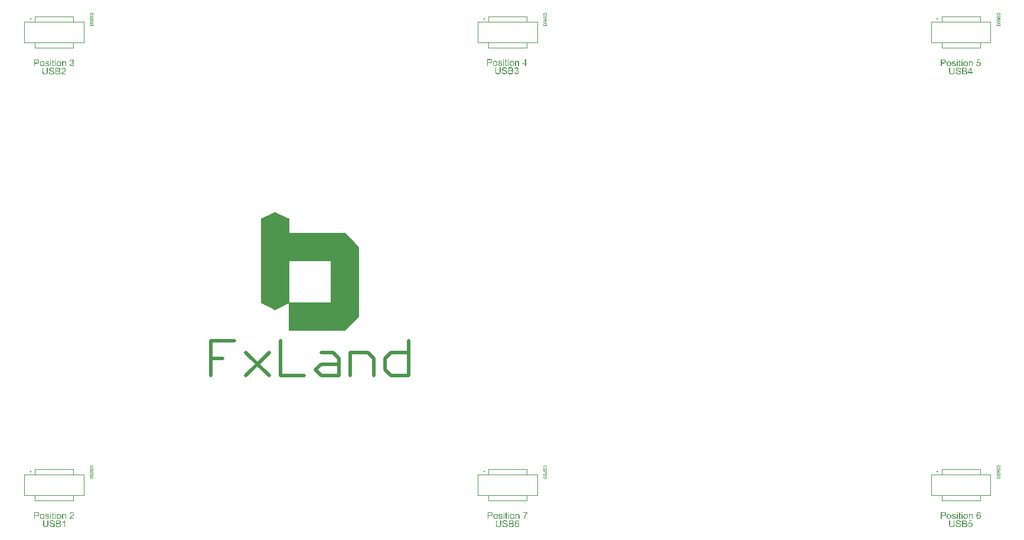
<source format=gbr>
%TF.GenerationSoftware,Altium Limited,Altium Designer,22.5.1 (42)*%
G04 Layer_Color=65535*
%FSLAX26Y26*%
%MOIN*%
%TF.SameCoordinates,0DA79311-8CAD-460E-879A-7D23F4F2BAF0*%
%TF.FilePolarity,Positive*%
%TF.FileFunction,Legend,Top*%
%TF.Part,Single*%
G01*
G75*
%TA.AperFunction,NonConductor*%
%ADD21C,0.000984*%
%ADD22C,0.003000*%
%ADD28C,0.003937*%
%ADD29C,0.020000*%
%ADD30R,0.009842X0.009843*%
G36*
X2899606Y5636811D02*
Y5558071D01*
X3214567D01*
X3293307Y5479331D01*
Y5085630D01*
X3214567Y5006890D01*
X2899606D01*
Y5164370D01*
X3135827D01*
Y5400591D01*
X2899606D01*
Y5164370D01*
X2820866Y5125000D01*
X2742126Y5164370D01*
Y5400591D01*
Y5636811D01*
X2820866Y5676181D01*
X2899606Y5636811D01*
D02*
G37*
G36*
X4140143Y6535555D02*
X4135510D01*
Y6540844D01*
X4140143D01*
Y6535555D01*
D02*
G37*
G36*
X4113739D02*
X4109106D01*
Y6540844D01*
X4113739D01*
Y6535555D01*
D02*
G37*
G36*
X4190122Y6531004D02*
X4190368D01*
X4190983Y6530922D01*
X4191680Y6530840D01*
X4192459Y6530676D01*
X4193238Y6530430D01*
X4194017Y6530143D01*
X4194058D01*
X4194099Y6530102D01*
X4194345Y6529979D01*
X4194714Y6529774D01*
X4195206Y6529528D01*
X4195698Y6529159D01*
X4196231Y6528790D01*
X4196723Y6528339D01*
X4197133Y6527806D01*
X4197174Y6527724D01*
X4197297Y6527560D01*
X4197461Y6527232D01*
X4197707Y6526822D01*
X4197953Y6526330D01*
X4198158Y6525756D01*
X4198404Y6525100D01*
X4198568Y6524362D01*
Y6524321D01*
X4198609Y6524116D01*
X4198650Y6523788D01*
X4198732Y6523337D01*
X4198773Y6522722D01*
Y6522353D01*
X4198814Y6521943D01*
Y6521492D01*
X4198855Y6520959D01*
Y6520426D01*
Y6519852D01*
Y6503001D01*
X4194222D01*
Y6519688D01*
Y6519729D01*
Y6519811D01*
Y6519975D01*
Y6520139D01*
Y6520385D01*
X4194181Y6520672D01*
X4194140Y6521287D01*
X4194099Y6521984D01*
X4193976Y6522681D01*
X4193853Y6523337D01*
X4193648Y6523911D01*
X4193607Y6523993D01*
X4193525Y6524157D01*
X4193402Y6524403D01*
X4193197Y6524731D01*
X4192951Y6525100D01*
X4192623Y6525469D01*
X4192213Y6525838D01*
X4191721Y6526166D01*
X4191680Y6526207D01*
X4191475Y6526289D01*
X4191188Y6526453D01*
X4190819Y6526617D01*
X4190327Y6526740D01*
X4189794Y6526904D01*
X4189179Y6526986D01*
X4188482Y6527027D01*
X4188195D01*
X4187990Y6526986D01*
X4187744D01*
X4187416Y6526945D01*
X4186719Y6526781D01*
X4185940Y6526576D01*
X4185079Y6526248D01*
X4184218Y6525756D01*
X4183767Y6525469D01*
X4183357Y6525141D01*
X4183316Y6525100D01*
X4183275Y6525059D01*
X4183152Y6524936D01*
X4183029Y6524772D01*
X4182865Y6524526D01*
X4182701Y6524280D01*
X4182496Y6523952D01*
X4182291Y6523542D01*
X4182086Y6523091D01*
X4181881Y6522558D01*
X4181717Y6521984D01*
X4181553Y6521328D01*
X4181430Y6520590D01*
X4181307Y6519811D01*
X4181266Y6518909D01*
X4181225Y6517966D01*
Y6503001D01*
X4176592D01*
Y6530430D01*
X4180774D01*
Y6526494D01*
X4180815Y6526535D01*
X4180897Y6526699D01*
X4181102Y6526904D01*
X4181348Y6527191D01*
X4181635Y6527560D01*
X4182004Y6527929D01*
X4182455Y6528339D01*
X4182988Y6528790D01*
X4183562Y6529200D01*
X4184218Y6529610D01*
X4184915Y6529979D01*
X4185694Y6530348D01*
X4186555Y6530635D01*
X4187457Y6530840D01*
X4188441Y6531004D01*
X4189466Y6531045D01*
X4189876D01*
X4190122Y6531004D01*
D02*
G37*
G36*
X4092460D02*
X4092788D01*
X4093567Y6530922D01*
X4094428Y6530799D01*
X4095412Y6530635D01*
X4096355Y6530430D01*
X4097298Y6530102D01*
X4097339D01*
X4097421Y6530061D01*
X4097544Y6530020D01*
X4097708Y6529938D01*
X4098118Y6529733D01*
X4098692Y6529446D01*
X4099266Y6529077D01*
X4099840Y6528626D01*
X4100414Y6528134D01*
X4100906Y6527560D01*
X4100947Y6527478D01*
X4101111Y6527273D01*
X4101316Y6526904D01*
X4101562Y6526453D01*
X4101849Y6525838D01*
X4102095Y6525100D01*
X4102341Y6524280D01*
X4102546Y6523337D01*
X4097995Y6522722D01*
Y6522763D01*
Y6522804D01*
X4097913Y6523050D01*
X4097831Y6523460D01*
X4097667Y6523911D01*
X4097421Y6524444D01*
X4097093Y6524977D01*
X4096683Y6525510D01*
X4096191Y6526002D01*
X4096109Y6526043D01*
X4095904Y6526207D01*
X4095576Y6526412D01*
X4095125Y6526617D01*
X4094510Y6526863D01*
X4093772Y6527027D01*
X4092952Y6527191D01*
X4091968Y6527232D01*
X4091435D01*
X4091189Y6527191D01*
X4090902D01*
X4090205Y6527109D01*
X4089467Y6526986D01*
X4088688Y6526781D01*
X4087991Y6526535D01*
X4087704Y6526371D01*
X4087417Y6526166D01*
X4087376Y6526125D01*
X4087212Y6525961D01*
X4087007Y6525756D01*
X4086761Y6525469D01*
X4086474Y6525100D01*
X4086269Y6524649D01*
X4086105Y6524198D01*
X4086064Y6523665D01*
Y6523624D01*
Y6523501D01*
X4086105Y6523337D01*
X4086146Y6523132D01*
X4086310Y6522599D01*
X4086433Y6522312D01*
X4086597Y6522025D01*
X4086638Y6521984D01*
X4086720Y6521902D01*
X4086843Y6521779D01*
X4087048Y6521615D01*
X4087294Y6521410D01*
X4087622Y6521205D01*
X4087991Y6521000D01*
X4088401Y6520795D01*
X4088442D01*
X4088565Y6520754D01*
X4088811Y6520672D01*
X4089180Y6520549D01*
X4089426Y6520467D01*
X4089713Y6520385D01*
X4090041Y6520303D01*
X4090410Y6520180D01*
X4090861Y6520057D01*
X4091353Y6519934D01*
X4091886Y6519770D01*
X4092501Y6519606D01*
X4092542D01*
X4092706Y6519565D01*
X4092952Y6519483D01*
X4093321Y6519401D01*
X4093690Y6519278D01*
X4094141Y6519155D01*
X4094674Y6518991D01*
X4095207Y6518827D01*
X4096355Y6518499D01*
X4097462Y6518130D01*
X4097995Y6517966D01*
X4098487Y6517761D01*
X4098938Y6517597D01*
X4099348Y6517433D01*
X4099389D01*
X4099430Y6517392D01*
X4099676Y6517269D01*
X4100045Y6517105D01*
X4100455Y6516818D01*
X4100947Y6516490D01*
X4101480Y6516080D01*
X4101972Y6515588D01*
X4102423Y6515014D01*
X4102464Y6514932D01*
X4102587Y6514727D01*
X4102792Y6514399D01*
X4102997Y6513907D01*
X4103202Y6513333D01*
X4103407Y6512677D01*
X4103530Y6511898D01*
X4103571Y6511037D01*
Y6510996D01*
Y6510914D01*
Y6510791D01*
Y6510627D01*
X4103489Y6510176D01*
X4103407Y6509602D01*
X4103243Y6508946D01*
X4102997Y6508208D01*
X4102628Y6507429D01*
X4102177Y6506650D01*
Y6506609D01*
X4102095Y6506568D01*
X4101931Y6506322D01*
X4101603Y6505953D01*
X4101193Y6505502D01*
X4100619Y6504969D01*
X4099963Y6504436D01*
X4099184Y6503944D01*
X4098282Y6503493D01*
X4098241D01*
X4098159Y6503452D01*
X4098036Y6503411D01*
X4097831Y6503329D01*
X4097585Y6503247D01*
X4097298Y6503124D01*
X4096970Y6503042D01*
X4096601Y6502960D01*
X4095740Y6502755D01*
X4094756Y6502550D01*
X4093690Y6502427D01*
X4092501Y6502386D01*
X4091968D01*
X4091599Y6502427D01*
X4091189Y6502468D01*
X4090656Y6502509D01*
X4090082Y6502550D01*
X4089467Y6502673D01*
X4088155Y6502919D01*
X4086761Y6503288D01*
X4086105Y6503534D01*
X4085449Y6503862D01*
X4084875Y6504190D01*
X4084301Y6504559D01*
X4084260Y6504600D01*
X4084178Y6504682D01*
X4084055Y6504805D01*
X4083850Y6504969D01*
X4083645Y6505215D01*
X4083399Y6505502D01*
X4083112Y6505830D01*
X4082825Y6506199D01*
X4082497Y6506650D01*
X4082210Y6507142D01*
X4081923Y6507675D01*
X4081636Y6508290D01*
X4081390Y6508905D01*
X4081144Y6509602D01*
X4080939Y6510381D01*
X4080775Y6511160D01*
X4085367Y6511898D01*
Y6511857D01*
X4085408Y6511775D01*
Y6511652D01*
X4085449Y6511447D01*
X4085490Y6511201D01*
X4085572Y6510955D01*
X4085777Y6510340D01*
X4086064Y6509643D01*
X4086433Y6508905D01*
X4086884Y6508249D01*
X4087499Y6507634D01*
X4087540D01*
X4087581Y6507593D01*
X4087827Y6507429D01*
X4088237Y6507183D01*
X4088811Y6506937D01*
X4089508Y6506650D01*
X4090369Y6506445D01*
X4091353Y6506281D01*
X4092460Y6506199D01*
X4092788D01*
X4092993Y6506240D01*
X4093280D01*
X4093567Y6506281D01*
X4094264Y6506363D01*
X4095043Y6506527D01*
X4095863Y6506732D01*
X4096601Y6507060D01*
X4097257Y6507470D01*
X4097339Y6507511D01*
X4097503Y6507716D01*
X4097749Y6507962D01*
X4098036Y6508331D01*
X4098323Y6508782D01*
X4098569Y6509315D01*
X4098733Y6509889D01*
X4098815Y6510545D01*
Y6510627D01*
Y6510791D01*
X4098733Y6511119D01*
X4098651Y6511447D01*
X4098487Y6511857D01*
X4098241Y6512267D01*
X4097872Y6512677D01*
X4097421Y6513046D01*
X4097380Y6513087D01*
X4097216Y6513169D01*
X4096929Y6513292D01*
X4096724Y6513374D01*
X4096478Y6513456D01*
X4096150Y6513579D01*
X4095822Y6513702D01*
X4095453Y6513825D01*
X4095002Y6513948D01*
X4094510Y6514112D01*
X4093936Y6514276D01*
X4093321Y6514440D01*
X4092665Y6514604D01*
X4092624D01*
X4092460Y6514645D01*
X4092173Y6514727D01*
X4091845Y6514809D01*
X4091435Y6514932D01*
X4090943Y6515055D01*
X4090410Y6515219D01*
X4089836Y6515383D01*
X4088688Y6515752D01*
X4087499Y6516121D01*
X4086925Y6516285D01*
X4086433Y6516490D01*
X4085941Y6516695D01*
X4085531Y6516859D01*
X4085490D01*
X4085449Y6516900D01*
X4085203Y6517023D01*
X4084875Y6517228D01*
X4084424Y6517556D01*
X4083932Y6517925D01*
X4083440Y6518335D01*
X4082948Y6518868D01*
X4082538Y6519442D01*
X4082497Y6519524D01*
X4082374Y6519729D01*
X4082210Y6520098D01*
X4082046Y6520549D01*
X4081882Y6521082D01*
X4081718Y6521697D01*
X4081595Y6522394D01*
X4081554Y6523132D01*
Y6523173D01*
Y6523214D01*
Y6523460D01*
X4081595Y6523788D01*
X4081677Y6524239D01*
X4081759Y6524772D01*
X4081882Y6525346D01*
X4082087Y6525961D01*
X4082374Y6526535D01*
X4082415Y6526617D01*
X4082538Y6526781D01*
X4082702Y6527068D01*
X4082989Y6527437D01*
X4083276Y6527847D01*
X4083686Y6528298D01*
X4084137Y6528708D01*
X4084670Y6529118D01*
X4084711Y6529159D01*
X4084875Y6529241D01*
X4085121Y6529405D01*
X4085449Y6529569D01*
X4085859Y6529774D01*
X4086351Y6530020D01*
X4086966Y6530266D01*
X4087622Y6530471D01*
X4087663D01*
X4087704Y6530512D01*
X4087950Y6530553D01*
X4088319Y6530635D01*
X4088852Y6530758D01*
X4089426Y6530881D01*
X4090123Y6530963D01*
X4090861Y6531004D01*
X4091640Y6531045D01*
X4092173D01*
X4092460Y6531004D01*
D02*
G37*
G36*
X4238912Y6516326D02*
X4244037D01*
Y6512062D01*
X4238912D01*
Y6503001D01*
X4234279D01*
Y6512062D01*
X4217797D01*
Y6516326D01*
X4235099Y6540844D01*
X4238912D01*
Y6516326D01*
D02*
G37*
G36*
X4140143Y6503001D02*
X4135510D01*
Y6530430D01*
X4140143D01*
Y6503001D01*
D02*
G37*
G36*
X4113739D02*
X4109106D01*
Y6530430D01*
X4113739D01*
Y6503001D01*
D02*
G37*
G36*
X4034937Y6540803D02*
X4035880Y6540762D01*
X4036823Y6540680D01*
X4037725Y6540598D01*
X4038176Y6540557D01*
X4038545Y6540475D01*
X4038586D01*
X4038668Y6540434D01*
X4038832D01*
X4038996Y6540393D01*
X4039242Y6540311D01*
X4039529Y6540270D01*
X4040185Y6540065D01*
X4040923Y6539819D01*
X4041702Y6539491D01*
X4042481Y6539122D01*
X4043219Y6538671D01*
X4043260D01*
X4043301Y6538630D01*
X4043547Y6538425D01*
X4043875Y6538138D01*
X4044326Y6537728D01*
X4044777Y6537236D01*
X4045310Y6536580D01*
X4045802Y6535883D01*
X4046253Y6535022D01*
Y6534981D01*
X4046294Y6534899D01*
X4046376Y6534776D01*
X4046458Y6534612D01*
X4046540Y6534407D01*
X4046622Y6534120D01*
X4046868Y6533505D01*
X4047073Y6532726D01*
X4047278Y6531865D01*
X4047401Y6530881D01*
X4047442Y6529856D01*
Y6529815D01*
Y6529651D01*
Y6529405D01*
X4047401Y6529036D01*
X4047360Y6528626D01*
X4047278Y6528175D01*
X4047196Y6527642D01*
X4047073Y6527027D01*
X4046909Y6526412D01*
X4046704Y6525756D01*
X4046458Y6525100D01*
X4046130Y6524403D01*
X4045802Y6523706D01*
X4045392Y6523009D01*
X4044900Y6522353D01*
X4044367Y6521697D01*
X4044326Y6521656D01*
X4044203Y6521574D01*
X4044039Y6521410D01*
X4043752Y6521164D01*
X4043424Y6520918D01*
X4042973Y6520631D01*
X4042440Y6520344D01*
X4041825Y6520057D01*
X4041087Y6519729D01*
X4040308Y6519442D01*
X4039365Y6519155D01*
X4038381Y6518909D01*
X4037233Y6518704D01*
X4036003Y6518540D01*
X4034691Y6518417D01*
X4033215Y6518376D01*
X4023539D01*
Y6503001D01*
X4018537D01*
Y6540844D01*
X4034117D01*
X4034937Y6540803D01*
D02*
G37*
G36*
X4126203Y6530430D02*
X4130918D01*
Y6526822D01*
X4126203D01*
Y6510750D01*
Y6510709D01*
Y6510668D01*
Y6510422D01*
Y6510094D01*
X4126244Y6509684D01*
Y6509274D01*
X4126326Y6508864D01*
X4126367Y6508495D01*
X4126449Y6508208D01*
Y6508167D01*
X4126490Y6508126D01*
X4126654Y6507880D01*
X4126900Y6507593D01*
X4127228Y6507306D01*
X4127269D01*
X4127351Y6507265D01*
X4127474Y6507224D01*
X4127638Y6507142D01*
X4127884Y6507101D01*
X4128130Y6507019D01*
X4128458Y6506978D01*
X4129155D01*
X4129401Y6507019D01*
X4129688D01*
X4130057Y6507060D01*
X4130467Y6507101D01*
X4130918Y6507142D01*
X4131533Y6503042D01*
X4131451D01*
X4131205Y6502960D01*
X4130836Y6502919D01*
X4130344Y6502837D01*
X4129811Y6502755D01*
X4129237Y6502714D01*
X4128007Y6502632D01*
X4127597D01*
X4127146Y6502673D01*
X4126572Y6502714D01*
X4125916Y6502837D01*
X4125260Y6502960D01*
X4124645Y6503165D01*
X4124071Y6503411D01*
X4124030Y6503452D01*
X4123866Y6503575D01*
X4123620Y6503739D01*
X4123292Y6503985D01*
X4122964Y6504272D01*
X4122636Y6504641D01*
X4122349Y6505051D01*
X4122103Y6505502D01*
X4122062Y6505584D01*
X4122021Y6505789D01*
X4121980Y6505953D01*
X4121939Y6506158D01*
X4121898Y6506404D01*
X4121857Y6506691D01*
X4121775Y6507019D01*
X4121734Y6507429D01*
X4121693Y6507880D01*
X4121652Y6508372D01*
X4121611Y6508946D01*
Y6509561D01*
X4121570Y6510258D01*
Y6510996D01*
Y6526822D01*
X4118126D01*
Y6530430D01*
X4121570D01*
Y6537195D01*
X4126203Y6539983D01*
Y6530430D01*
D02*
G37*
G36*
X4158839Y6531004D02*
X4159249D01*
X4159741Y6530922D01*
X4160274Y6530840D01*
X4160889Y6530717D01*
X4161586Y6530594D01*
X4162283Y6530389D01*
X4163062Y6530143D01*
X4163800Y6529815D01*
X4164579Y6529487D01*
X4165358Y6529036D01*
X4166096Y6528544D01*
X4166834Y6527970D01*
X4167531Y6527314D01*
X4167572Y6527273D01*
X4167695Y6527150D01*
X4167859Y6526945D01*
X4168105Y6526617D01*
X4168351Y6526248D01*
X4168679Y6525797D01*
X4169007Y6525264D01*
X4169335Y6524649D01*
X4169663Y6523952D01*
X4169991Y6523173D01*
X4170319Y6522353D01*
X4170565Y6521451D01*
X4170811Y6520467D01*
X4170975Y6519401D01*
X4171098Y6518253D01*
X4171139Y6517064D01*
Y6517023D01*
Y6516818D01*
Y6516572D01*
X4171098Y6516203D01*
Y6515752D01*
X4171057Y6515219D01*
X4171016Y6514645D01*
X4170934Y6514030D01*
X4170770Y6512718D01*
X4170483Y6511324D01*
X4170073Y6509971D01*
X4169827Y6509356D01*
X4169540Y6508741D01*
Y6508700D01*
X4169458Y6508618D01*
X4169376Y6508454D01*
X4169253Y6508249D01*
X4169089Y6508003D01*
X4168884Y6507675D01*
X4168351Y6507019D01*
X4167695Y6506240D01*
X4166916Y6505461D01*
X4165973Y6504723D01*
X4164907Y6504026D01*
X4164866D01*
X4164784Y6503944D01*
X4164620Y6503862D01*
X4164374Y6503780D01*
X4164087Y6503657D01*
X4163759Y6503493D01*
X4163390Y6503370D01*
X4162939Y6503206D01*
X4162488Y6503042D01*
X4161955Y6502919D01*
X4160848Y6502632D01*
X4159618Y6502468D01*
X4158306Y6502386D01*
X4158060D01*
X4157773Y6502427D01*
X4157363D01*
X4156871Y6502509D01*
X4156297Y6502591D01*
X4155682Y6502714D01*
X4154985Y6502837D01*
X4154247Y6503042D01*
X4153509Y6503288D01*
X4152730Y6503575D01*
X4151951Y6503944D01*
X4151172Y6504354D01*
X4150434Y6504846D01*
X4149696Y6505420D01*
X4148999Y6506076D01*
X4148958Y6506117D01*
X4148835Y6506240D01*
X4148671Y6506445D01*
X4148466Y6506773D01*
X4148179Y6507142D01*
X4147892Y6507593D01*
X4147564Y6508167D01*
X4147236Y6508782D01*
X4146908Y6509520D01*
X4146580Y6510299D01*
X4146293Y6511160D01*
X4146006Y6512103D01*
X4145801Y6513128D01*
X4145637Y6514235D01*
X4145514Y6515424D01*
X4145473Y6516695D01*
Y6516736D01*
Y6516777D01*
Y6517023D01*
X4145514Y6517433D01*
X4145555Y6517925D01*
X4145596Y6518581D01*
X4145678Y6519319D01*
X4145842Y6520098D01*
X4146006Y6520959D01*
X4146211Y6521861D01*
X4146498Y6522804D01*
X4146867Y6523747D01*
X4147236Y6524690D01*
X4147728Y6525592D01*
X4148302Y6526453D01*
X4148958Y6527232D01*
X4149696Y6527970D01*
X4149737Y6528011D01*
X4149860Y6528093D01*
X4150065Y6528257D01*
X4150311Y6528462D01*
X4150680Y6528667D01*
X4151090Y6528954D01*
X4151541Y6529241D01*
X4152115Y6529528D01*
X4152689Y6529815D01*
X4153345Y6530061D01*
X4154042Y6530348D01*
X4154821Y6530553D01*
X4155641Y6530758D01*
X4156461Y6530922D01*
X4157363Y6531004D01*
X4158306Y6531045D01*
X4158552D01*
X4158839Y6531004D01*
D02*
G37*
G36*
X4064867D02*
X4065277D01*
X4065769Y6530922D01*
X4066302Y6530840D01*
X4066917Y6530717D01*
X4067614Y6530594D01*
X4068311Y6530389D01*
X4069090Y6530143D01*
X4069828Y6529815D01*
X4070607Y6529487D01*
X4071386Y6529036D01*
X4072124Y6528544D01*
X4072862Y6527970D01*
X4073559Y6527314D01*
X4073600Y6527273D01*
X4073723Y6527150D01*
X4073887Y6526945D01*
X4074133Y6526617D01*
X4074379Y6526248D01*
X4074707Y6525797D01*
X4075035Y6525264D01*
X4075363Y6524649D01*
X4075691Y6523952D01*
X4076019Y6523173D01*
X4076347Y6522353D01*
X4076593Y6521451D01*
X4076839Y6520467D01*
X4077003Y6519401D01*
X4077126Y6518253D01*
X4077167Y6517064D01*
Y6517023D01*
Y6516818D01*
Y6516572D01*
X4077126Y6516203D01*
Y6515752D01*
X4077085Y6515219D01*
X4077044Y6514645D01*
X4076962Y6514030D01*
X4076798Y6512718D01*
X4076511Y6511324D01*
X4076101Y6509971D01*
X4075855Y6509356D01*
X4075568Y6508741D01*
Y6508700D01*
X4075486Y6508618D01*
X4075404Y6508454D01*
X4075281Y6508249D01*
X4075117Y6508003D01*
X4074912Y6507675D01*
X4074379Y6507019D01*
X4073723Y6506240D01*
X4072944Y6505461D01*
X4072001Y6504723D01*
X4070935Y6504026D01*
X4070894D01*
X4070812Y6503944D01*
X4070648Y6503862D01*
X4070402Y6503780D01*
X4070115Y6503657D01*
X4069787Y6503493D01*
X4069418Y6503370D01*
X4068967Y6503206D01*
X4068516Y6503042D01*
X4067983Y6502919D01*
X4066876Y6502632D01*
X4065646Y6502468D01*
X4064334Y6502386D01*
X4064088D01*
X4063801Y6502427D01*
X4063391D01*
X4062899Y6502509D01*
X4062325Y6502591D01*
X4061710Y6502714D01*
X4061013Y6502837D01*
X4060275Y6503042D01*
X4059537Y6503288D01*
X4058758Y6503575D01*
X4057979Y6503944D01*
X4057200Y6504354D01*
X4056462Y6504846D01*
X4055724Y6505420D01*
X4055027Y6506076D01*
X4054986Y6506117D01*
X4054863Y6506240D01*
X4054699Y6506445D01*
X4054494Y6506773D01*
X4054207Y6507142D01*
X4053920Y6507593D01*
X4053592Y6508167D01*
X4053264Y6508782D01*
X4052936Y6509520D01*
X4052608Y6510299D01*
X4052321Y6511160D01*
X4052034Y6512103D01*
X4051829Y6513128D01*
X4051665Y6514235D01*
X4051542Y6515424D01*
X4051501Y6516695D01*
Y6516736D01*
Y6516777D01*
Y6517023D01*
X4051542Y6517433D01*
X4051583Y6517925D01*
X4051624Y6518581D01*
X4051706Y6519319D01*
X4051870Y6520098D01*
X4052034Y6520959D01*
X4052239Y6521861D01*
X4052526Y6522804D01*
X4052895Y6523747D01*
X4053264Y6524690D01*
X4053756Y6525592D01*
X4054330Y6526453D01*
X4054986Y6527232D01*
X4055724Y6527970D01*
X4055765Y6528011D01*
X4055888Y6528093D01*
X4056093Y6528257D01*
X4056339Y6528462D01*
X4056708Y6528667D01*
X4057118Y6528954D01*
X4057569Y6529241D01*
X4058143Y6529528D01*
X4058717Y6529815D01*
X4059373Y6530061D01*
X4060070Y6530348D01*
X4060849Y6530553D01*
X4061669Y6530758D01*
X4062489Y6530922D01*
X4063391Y6531004D01*
X4064334Y6531045D01*
X4064580D01*
X4064867Y6531004D01*
D02*
G37*
G36*
X4117757Y6494776D02*
X4118208Y6494735D01*
X4118659Y6494694D01*
X4119192Y6494653D01*
X4120340Y6494489D01*
X4121611Y6494243D01*
X4122882Y6493874D01*
X4124112Y6493423D01*
X4124153D01*
X4124235Y6493341D01*
X4124440Y6493300D01*
X4124645Y6493177D01*
X4124891Y6493013D01*
X4125219Y6492849D01*
X4125916Y6492439D01*
X4126736Y6491865D01*
X4127556Y6491168D01*
X4128335Y6490389D01*
X4129032Y6489446D01*
X4129073Y6489405D01*
X4129114Y6489323D01*
X4129196Y6489200D01*
X4129319Y6488995D01*
X4129442Y6488749D01*
X4129606Y6488462D01*
X4129729Y6488093D01*
X4129934Y6487724D01*
X4130262Y6486863D01*
X4130549Y6485838D01*
X4130795Y6484731D01*
X4130918Y6483501D01*
X4126121Y6483132D01*
Y6483173D01*
X4126080Y6483296D01*
Y6483460D01*
X4126039Y6483706D01*
X4125957Y6484034D01*
X4125875Y6484362D01*
X4125629Y6485141D01*
X4125301Y6486002D01*
X4124809Y6486904D01*
X4124235Y6487765D01*
X4123866Y6488134D01*
X4123456Y6488503D01*
X4123415Y6488544D01*
X4123374Y6488585D01*
X4123210Y6488667D01*
X4123046Y6488790D01*
X4122800Y6488913D01*
X4122513Y6489077D01*
X4122185Y6489241D01*
X4121816Y6489446D01*
X4121365Y6489610D01*
X4120873Y6489774D01*
X4120340Y6489938D01*
X4119766Y6490061D01*
X4119110Y6490184D01*
X4118413Y6490266D01*
X4117675Y6490348D01*
X4116486D01*
X4116158Y6490307D01*
X4115789D01*
X4115379Y6490266D01*
X4114887Y6490225D01*
X4114395Y6490143D01*
X4113288Y6489938D01*
X4112222Y6489651D01*
X4111197Y6489241D01*
X4110705Y6488954D01*
X4110295Y6488667D01*
X4110254D01*
X4110213Y6488585D01*
X4109967Y6488380D01*
X4109639Y6488011D01*
X4109270Y6487519D01*
X4108901Y6486945D01*
X4108573Y6486248D01*
X4108327Y6485510D01*
X4108286Y6485100D01*
X4108245Y6484649D01*
Y6484608D01*
Y6484567D01*
X4108286Y6484321D01*
X4108327Y6483952D01*
X4108409Y6483501D01*
X4108614Y6482968D01*
X4108860Y6482394D01*
X4109188Y6481861D01*
X4109680Y6481328D01*
X4109762Y6481287D01*
X4109844Y6481205D01*
X4110008Y6481082D01*
X4110213Y6480959D01*
X4110459Y6480836D01*
X4110787Y6480672D01*
X4111156Y6480467D01*
X4111607Y6480262D01*
X4112140Y6480057D01*
X4112755Y6479852D01*
X4113452Y6479606D01*
X4114272Y6479360D01*
X4115133Y6479114D01*
X4116117Y6478827D01*
X4117224Y6478581D01*
X4117306D01*
X4117511Y6478540D01*
X4117798Y6478458D01*
X4118208Y6478335D01*
X4118700Y6478253D01*
X4119274Y6478089D01*
X4119889Y6477966D01*
X4120545Y6477761D01*
X4121939Y6477392D01*
X4123333Y6477023D01*
X4123989Y6476818D01*
X4124563Y6476613D01*
X4125137Y6476408D01*
X4125588Y6476203D01*
X4125629D01*
X4125752Y6476121D01*
X4125916Y6476039D01*
X4126121Y6475916D01*
X4126408Y6475793D01*
X4126736Y6475588D01*
X4127433Y6475137D01*
X4128253Y6474604D01*
X4129032Y6473948D01*
X4129811Y6473169D01*
X4130139Y6472759D01*
X4130467Y6472349D01*
Y6472308D01*
X4130549Y6472226D01*
X4130631Y6472103D01*
X4130713Y6471939D01*
X4130836Y6471734D01*
X4130959Y6471447D01*
X4131287Y6470791D01*
X4131574Y6470012D01*
X4131820Y6469110D01*
X4131984Y6468085D01*
X4132066Y6466978D01*
Y6466937D01*
Y6466855D01*
Y6466691D01*
X4132025Y6466486D01*
Y6466199D01*
X4131984Y6465912D01*
X4131861Y6465133D01*
X4131656Y6464272D01*
X4131328Y6463329D01*
X4130877Y6462345D01*
X4130631Y6461812D01*
X4130303Y6461320D01*
Y6461279D01*
X4130221Y6461197D01*
X4130139Y6461074D01*
X4129975Y6460869D01*
X4129606Y6460418D01*
X4129032Y6459803D01*
X4128335Y6459147D01*
X4127474Y6458450D01*
X4126490Y6457794D01*
X4125342Y6457179D01*
X4125301D01*
X4125178Y6457097D01*
X4125014Y6457056D01*
X4124768Y6456933D01*
X4124481Y6456851D01*
X4124112Y6456728D01*
X4123702Y6456564D01*
X4123210Y6456441D01*
X4122718Y6456318D01*
X4122144Y6456154D01*
X4120914Y6455949D01*
X4119561Y6455785D01*
X4118085Y6455703D01*
X4117593D01*
X4117224Y6455744D01*
X4116773D01*
X4116281Y6455785D01*
X4115707Y6455826D01*
X4115051Y6455908D01*
X4113698Y6456072D01*
X4112263Y6456318D01*
X4110828Y6456687D01*
X4109434Y6457179D01*
X4109393D01*
X4109270Y6457261D01*
X4109106Y6457343D01*
X4108860Y6457466D01*
X4108573Y6457630D01*
X4108245Y6457794D01*
X4107466Y6458286D01*
X4106605Y6458901D01*
X4105703Y6459680D01*
X4104801Y6460582D01*
X4104022Y6461648D01*
X4103981Y6461689D01*
X4103940Y6461771D01*
X4103858Y6461935D01*
X4103735Y6462181D01*
X4103571Y6462468D01*
X4103407Y6462796D01*
X4103202Y6463206D01*
X4103038Y6463657D01*
X4102833Y6464108D01*
X4102669Y6464641D01*
X4102341Y6465830D01*
X4102095Y6467101D01*
X4102013Y6467798D01*
X4101972Y6468495D01*
X4106687Y6468905D01*
Y6468864D01*
Y6468782D01*
X4106728Y6468618D01*
X4106769Y6468413D01*
X4106810Y6468167D01*
X4106851Y6467921D01*
X4107015Y6467224D01*
X4107220Y6466486D01*
X4107466Y6465707D01*
X4107794Y6464928D01*
X4108204Y6464190D01*
X4108245Y6464108D01*
X4108450Y6463903D01*
X4108737Y6463575D01*
X4109147Y6463165D01*
X4109680Y6462673D01*
X4110336Y6462222D01*
X4111115Y6461730D01*
X4112017Y6461279D01*
X4112058D01*
X4112140Y6461238D01*
X4112263Y6461197D01*
X4112468Y6461115D01*
X4112714Y6461033D01*
X4113001Y6460910D01*
X4113329Y6460828D01*
X4113698Y6460746D01*
X4114559Y6460541D01*
X4115584Y6460336D01*
X4116650Y6460213D01*
X4117839Y6460172D01*
X4118331D01*
X4118577Y6460213D01*
X4118864D01*
X4119520Y6460295D01*
X4120299Y6460377D01*
X4121160Y6460500D01*
X4122021Y6460705D01*
X4122841Y6460992D01*
X4122882D01*
X4122923Y6461033D01*
X4123046Y6461074D01*
X4123210Y6461156D01*
X4123579Y6461361D01*
X4124071Y6461607D01*
X4124604Y6461935D01*
X4125178Y6462345D01*
X4125670Y6462796D01*
X4126121Y6463329D01*
X4126162Y6463411D01*
X4126285Y6463575D01*
X4126490Y6463903D01*
X4126695Y6464313D01*
X4126859Y6464805D01*
X4127064Y6465338D01*
X4127187Y6465953D01*
X4127228Y6466568D01*
Y6466609D01*
Y6466650D01*
Y6466855D01*
X4127187Y6467224D01*
X4127105Y6467634D01*
X4126982Y6468126D01*
X4126777Y6468659D01*
X4126531Y6469192D01*
X4126162Y6469684D01*
X4126121Y6469725D01*
X4125957Y6469889D01*
X4125711Y6470135D01*
X4125342Y6470463D01*
X4124891Y6470791D01*
X4124276Y6471160D01*
X4123579Y6471529D01*
X4122759Y6471898D01*
X4122677Y6471939D01*
X4122595Y6471980D01*
X4122431Y6472021D01*
X4122267Y6472062D01*
X4122021Y6472144D01*
X4121693Y6472267D01*
X4121365Y6472349D01*
X4120914Y6472472D01*
X4120463Y6472636D01*
X4119889Y6472759D01*
X4119274Y6472923D01*
X4118577Y6473128D01*
X4117839Y6473292D01*
X4116978Y6473538D01*
X4116035Y6473743D01*
X4115994D01*
X4115830Y6473784D01*
X4115543Y6473866D01*
X4115215Y6473948D01*
X4114764Y6474071D01*
X4114272Y6474194D01*
X4113780Y6474358D01*
X4113206Y6474522D01*
X4111976Y6474891D01*
X4110787Y6475301D01*
X4110213Y6475506D01*
X4109680Y6475711D01*
X4109188Y6475916D01*
X4108778Y6476121D01*
X4108737D01*
X4108655Y6476203D01*
X4108532Y6476285D01*
X4108327Y6476367D01*
X4107835Y6476654D01*
X4107261Y6477064D01*
X4106564Y6477597D01*
X4105908Y6478171D01*
X4105252Y6478868D01*
X4104719Y6479606D01*
Y6479647D01*
X4104678Y6479688D01*
X4104596Y6479811D01*
X4104514Y6479975D01*
X4104309Y6480426D01*
X4104063Y6481000D01*
X4103817Y6481697D01*
X4103612Y6482517D01*
X4103448Y6483419D01*
X4103407Y6484362D01*
Y6484403D01*
Y6484485D01*
Y6484649D01*
X4103448Y6484854D01*
Y6485100D01*
X4103489Y6485387D01*
X4103612Y6486125D01*
X4103817Y6486945D01*
X4104063Y6487806D01*
X4104473Y6488749D01*
X4105006Y6489692D01*
Y6489733D01*
X4105088Y6489815D01*
X4105170Y6489938D01*
X4105293Y6490102D01*
X4105703Y6490553D01*
X4106236Y6491127D01*
X4106892Y6491742D01*
X4107712Y6492357D01*
X4108655Y6492972D01*
X4109762Y6493505D01*
X4109803D01*
X4109885Y6493546D01*
X4110090Y6493628D01*
X4110295Y6493710D01*
X4110582Y6493792D01*
X4110951Y6493915D01*
X4111361Y6494038D01*
X4111812Y6494161D01*
X4112304Y6494284D01*
X4112837Y6494407D01*
X4113985Y6494612D01*
X4115297Y6494776D01*
X4116691Y6494817D01*
X4117388D01*
X4117757Y6494776D01*
D02*
G37*
G36*
X4184915Y6494243D02*
X4185202Y6494202D01*
X4185981Y6494120D01*
X4186842Y6493956D01*
X4187826Y6493710D01*
X4188810Y6493382D01*
X4189794Y6492931D01*
X4189835D01*
X4189917Y6492890D01*
X4190040Y6492808D01*
X4190245Y6492685D01*
X4190696Y6492398D01*
X4191270Y6491988D01*
X4191926Y6491455D01*
X4192582Y6490840D01*
X4193238Y6490143D01*
X4193812Y6489323D01*
Y6489282D01*
X4193853Y6489241D01*
X4193935Y6489077D01*
X4194017Y6488913D01*
X4194140Y6488708D01*
X4194263Y6488462D01*
X4194509Y6487847D01*
X4194755Y6487109D01*
X4195001Y6486289D01*
X4195165Y6485387D01*
X4195206Y6484444D01*
Y6484403D01*
Y6484321D01*
Y6484198D01*
Y6484034D01*
X4195124Y6483542D01*
X4195042Y6482968D01*
X4194878Y6482271D01*
X4194632Y6481533D01*
X4194304Y6480754D01*
X4193853Y6479975D01*
Y6479934D01*
X4193812Y6479893D01*
X4193607Y6479647D01*
X4193320Y6479278D01*
X4192869Y6478827D01*
X4192336Y6478294D01*
X4191639Y6477761D01*
X4190860Y6477269D01*
X4189958Y6476777D01*
X4189999D01*
X4190122Y6476736D01*
X4190286Y6476695D01*
X4190532Y6476613D01*
X4190778Y6476531D01*
X4191106Y6476408D01*
X4191885Y6476080D01*
X4192705Y6475629D01*
X4193566Y6475096D01*
X4194427Y6474399D01*
X4195165Y6473538D01*
X4195206Y6473497D01*
X4195247Y6473415D01*
X4195329Y6473292D01*
X4195452Y6473087D01*
X4195616Y6472882D01*
X4195780Y6472595D01*
X4195944Y6472267D01*
X4196108Y6471857D01*
X4196272Y6471447D01*
X4196436Y6470996D01*
X4196764Y6469971D01*
X4196969Y6468782D01*
X4197051Y6468126D01*
Y6467470D01*
Y6467429D01*
Y6467265D01*
X4197010Y6466978D01*
Y6466650D01*
X4196928Y6466199D01*
X4196846Y6465707D01*
X4196764Y6465174D01*
X4196600Y6464559D01*
X4196395Y6463903D01*
X4196149Y6463247D01*
X4195862Y6462550D01*
X4195493Y6461853D01*
X4195083Y6461115D01*
X4194591Y6460418D01*
X4194058Y6459721D01*
X4193402Y6459065D01*
X4193361Y6459024D01*
X4193238Y6458901D01*
X4193033Y6458737D01*
X4192746Y6458532D01*
X4192418Y6458286D01*
X4191967Y6457999D01*
X4191475Y6457671D01*
X4190901Y6457384D01*
X4190286Y6457056D01*
X4189589Y6456728D01*
X4188851Y6456441D01*
X4188031Y6456195D01*
X4187170Y6455990D01*
X4186268Y6455826D01*
X4185325Y6455703D01*
X4184300Y6455662D01*
X4184095D01*
X4183808Y6455703D01*
X4183480D01*
X4183029Y6455744D01*
X4182537Y6455826D01*
X4182004Y6455908D01*
X4181389Y6456031D01*
X4180733Y6456195D01*
X4180077Y6456400D01*
X4179380Y6456605D01*
X4178683Y6456892D01*
X4177986Y6457261D01*
X4177330Y6457630D01*
X4176633Y6458081D01*
X4176018Y6458614D01*
X4175977Y6458655D01*
X4175895Y6458737D01*
X4175731Y6458901D01*
X4175485Y6459147D01*
X4175239Y6459434D01*
X4174952Y6459803D01*
X4174665Y6460213D01*
X4174337Y6460705D01*
X4174009Y6461197D01*
X4173681Y6461812D01*
X4173353Y6462427D01*
X4173066Y6463124D01*
X4172820Y6463862D01*
X4172574Y6464641D01*
X4172410Y6465461D01*
X4172287Y6466322D01*
X4176920Y6466937D01*
Y6466896D01*
X4176961Y6466773D01*
X4177002Y6466568D01*
X4177084Y6466281D01*
X4177166Y6465953D01*
X4177248Y6465584D01*
X4177535Y6464723D01*
X4177904Y6463780D01*
X4178355Y6462837D01*
X4178929Y6461976D01*
X4179257Y6461607D01*
X4179585Y6461238D01*
X4179626D01*
X4179667Y6461156D01*
X4179790Y6461074D01*
X4179913Y6460951D01*
X4180323Y6460705D01*
X4180897Y6460377D01*
X4181594Y6460049D01*
X4182373Y6459803D01*
X4183316Y6459598D01*
X4184300Y6459516D01*
X4184628D01*
X4184874Y6459557D01*
X4185120Y6459598D01*
X4185489Y6459639D01*
X4186227Y6459803D01*
X4187129Y6460049D01*
X4188072Y6460459D01*
X4188523Y6460746D01*
X4188974Y6461033D01*
X4189425Y6461361D01*
X4189876Y6461771D01*
X4189917Y6461812D01*
X4189958Y6461894D01*
X4190081Y6462017D01*
X4190245Y6462181D01*
X4190409Y6462386D01*
X4190573Y6462673D01*
X4190778Y6462960D01*
X4191024Y6463329D01*
X4191434Y6464149D01*
X4191762Y6465092D01*
X4192049Y6466199D01*
X4192090Y6466773D01*
X4192131Y6467388D01*
Y6467429D01*
Y6467511D01*
Y6467716D01*
X4192090Y6467921D01*
X4192049Y6468208D01*
X4192008Y6468495D01*
X4191885Y6469233D01*
X4191598Y6470094D01*
X4191229Y6470955D01*
X4190983Y6471406D01*
X4190696Y6471816D01*
X4190368Y6472226D01*
X4189999Y6472636D01*
X4189958Y6472677D01*
X4189917Y6472718D01*
X4189794Y6472841D01*
X4189630Y6472964D01*
X4189425Y6473128D01*
X4189179Y6473292D01*
X4188564Y6473702D01*
X4187785Y6474071D01*
X4186883Y6474399D01*
X4185858Y6474645D01*
X4185284Y6474686D01*
X4184710Y6474727D01*
X4184464D01*
X4184177Y6474686D01*
X4183808D01*
X4183316Y6474604D01*
X4182783Y6474522D01*
X4182127Y6474399D01*
X4181430Y6474235D01*
X4181922Y6478294D01*
X4182004D01*
X4182209Y6478253D01*
X4182455Y6478212D01*
X4182988D01*
X4183193Y6478253D01*
X4183480D01*
X4183767Y6478294D01*
X4184464Y6478417D01*
X4185284Y6478581D01*
X4186186Y6478868D01*
X4187129Y6479237D01*
X4188031Y6479770D01*
X4188072D01*
X4188154Y6479852D01*
X4188236Y6479934D01*
X4188400Y6480057D01*
X4188810Y6480426D01*
X4189261Y6480959D01*
X4189671Y6481615D01*
X4190081Y6482435D01*
X4190245Y6482886D01*
X4190327Y6483419D01*
X4190409Y6483952D01*
X4190450Y6484526D01*
Y6484567D01*
Y6484649D01*
Y6484772D01*
X4190409Y6484977D01*
X4190368Y6485428D01*
X4190245Y6486043D01*
X4190040Y6486699D01*
X4189712Y6487396D01*
X4189261Y6488134D01*
X4189015Y6488462D01*
X4188687Y6488790D01*
X4188605Y6488872D01*
X4188359Y6489036D01*
X4187990Y6489323D01*
X4187498Y6489651D01*
X4186842Y6489938D01*
X4186063Y6490225D01*
X4185202Y6490389D01*
X4184218Y6490471D01*
X4183972D01*
X4183767Y6490430D01*
X4183521D01*
X4183275Y6490389D01*
X4182619Y6490266D01*
X4181922Y6490061D01*
X4181143Y6489733D01*
X4180405Y6489323D01*
X4179667Y6488749D01*
X4179585Y6488667D01*
X4179380Y6488421D01*
X4179052Y6488052D01*
X4178724Y6487478D01*
X4178314Y6486781D01*
X4177945Y6485879D01*
X4177617Y6484854D01*
X4177371Y6483665D01*
X4172738Y6484485D01*
Y6484526D01*
X4172779Y6484690D01*
X4172820Y6484936D01*
X4172902Y6485264D01*
X4173025Y6485633D01*
X4173148Y6486084D01*
X4173312Y6486576D01*
X4173517Y6487109D01*
X4174050Y6488298D01*
X4174337Y6488872D01*
X4174706Y6489487D01*
X4175116Y6490061D01*
X4175567Y6490635D01*
X4176059Y6491209D01*
X4176592Y6491701D01*
X4176633Y6491742D01*
X4176715Y6491824D01*
X4176920Y6491947D01*
X4177125Y6492111D01*
X4177453Y6492316D01*
X4177781Y6492521D01*
X4178191Y6492767D01*
X4178683Y6493013D01*
X4179175Y6493218D01*
X4179749Y6493464D01*
X4180364Y6493669D01*
X4181020Y6493874D01*
X4181758Y6494038D01*
X4182496Y6494161D01*
X4183275Y6494243D01*
X4184095Y6494284D01*
X4184628D01*
X4184915Y6494243D01*
D02*
G37*
G36*
X4095289Y6472308D02*
Y6472226D01*
Y6472062D01*
Y6471775D01*
Y6471365D01*
X4095248Y6470873D01*
X4095207Y6470340D01*
X4095166Y6469725D01*
X4095125Y6469028D01*
X4094961Y6467593D01*
X4094756Y6466076D01*
X4094428Y6464600D01*
X4094223Y6463903D01*
X4093977Y6463247D01*
Y6463206D01*
X4093936Y6463083D01*
X4093854Y6462919D01*
X4093731Y6462673D01*
X4093567Y6462386D01*
X4093403Y6462058D01*
X4092911Y6461320D01*
X4092624Y6460869D01*
X4092296Y6460459D01*
X4091886Y6459967D01*
X4091476Y6459516D01*
X4090984Y6459065D01*
X4090492Y6458614D01*
X4089918Y6458204D01*
X4089303Y6457794D01*
X4089262Y6457753D01*
X4089139Y6457712D01*
X4088975Y6457589D01*
X4088688Y6457466D01*
X4088360Y6457302D01*
X4087950Y6457138D01*
X4087499Y6456933D01*
X4086925Y6456769D01*
X4086351Y6456564D01*
X4085695Y6456359D01*
X4084957Y6456195D01*
X4084178Y6456031D01*
X4083317Y6455908D01*
X4082415Y6455785D01*
X4081472Y6455744D01*
X4080488Y6455703D01*
X4079955D01*
X4079586Y6455744D01*
X4079135D01*
X4078643Y6455785D01*
X4078028Y6455867D01*
X4077413Y6455949D01*
X4076019Y6456154D01*
X4074543Y6456482D01*
X4073108Y6456933D01*
X4072411Y6457179D01*
X4071755Y6457507D01*
X4071714Y6457548D01*
X4071591Y6457589D01*
X4071427Y6457712D01*
X4071222Y6457835D01*
X4070935Y6458040D01*
X4070607Y6458286D01*
X4070279Y6458532D01*
X4069910Y6458860D01*
X4069090Y6459598D01*
X4068311Y6460500D01*
X4067573Y6461566D01*
X4067245Y6462181D01*
X4066958Y6462796D01*
Y6462837D01*
X4066917Y6462960D01*
X4066835Y6463165D01*
X4066753Y6463452D01*
X4066630Y6463780D01*
X4066507Y6464231D01*
X4066384Y6464723D01*
X4066261Y6465297D01*
X4066097Y6465953D01*
X4065974Y6466650D01*
X4065851Y6467429D01*
X4065769Y6468290D01*
X4065646Y6469192D01*
X4065605Y6470176D01*
X4065523Y6471201D01*
Y6472308D01*
Y6494161D01*
X4070525D01*
Y6472308D01*
Y6472267D01*
Y6472103D01*
Y6471857D01*
Y6471488D01*
X4070566Y6471078D01*
Y6470627D01*
X4070607Y6470094D01*
X4070648Y6469561D01*
X4070730Y6468372D01*
X4070894Y6467183D01*
X4071140Y6466035D01*
X4071263Y6465502D01*
X4071427Y6465051D01*
Y6465010D01*
X4071468Y6464969D01*
X4071509Y6464846D01*
X4071591Y6464682D01*
X4071837Y6464231D01*
X4072165Y6463739D01*
X4072575Y6463124D01*
X4073108Y6462550D01*
X4073764Y6461976D01*
X4074543Y6461443D01*
X4074584D01*
X4074666Y6461402D01*
X4074789Y6461320D01*
X4074953Y6461238D01*
X4075158Y6461156D01*
X4075445Y6461074D01*
X4075732Y6460951D01*
X4076060Y6460828D01*
X4076880Y6460623D01*
X4077823Y6460418D01*
X4078889Y6460254D01*
X4080037Y6460213D01*
X4080570D01*
X4080939Y6460254D01*
X4081390Y6460295D01*
X4081923Y6460336D01*
X4082497Y6460418D01*
X4083112Y6460541D01*
X4084383Y6460828D01*
X4085039Y6461033D01*
X4085695Y6461279D01*
X4086310Y6461566D01*
X4086884Y6461894D01*
X4087417Y6462263D01*
X4087909Y6462714D01*
X4087950Y6462755D01*
X4088032Y6462837D01*
X4088114Y6463001D01*
X4088278Y6463206D01*
X4088442Y6463493D01*
X4088647Y6463862D01*
X4088893Y6464313D01*
X4089098Y6464846D01*
X4089303Y6465461D01*
X4089549Y6466158D01*
X4089754Y6466937D01*
X4089918Y6467798D01*
X4090082Y6468782D01*
X4090205Y6469848D01*
X4090246Y6471037D01*
X4090287Y6472308D01*
Y6494161D01*
X4095289D01*
Y6472308D01*
D02*
G37*
G36*
X4153919Y6494120D02*
X4154370D01*
X4154821Y6494079D01*
X4155354Y6493997D01*
X4156420Y6493874D01*
X4157609Y6493669D01*
X4158716Y6493382D01*
X4159782Y6492972D01*
X4159823D01*
X4159905Y6492931D01*
X4160028Y6492849D01*
X4160233Y6492767D01*
X4160684Y6492480D01*
X4161299Y6492111D01*
X4161955Y6491619D01*
X4162611Y6491004D01*
X4163267Y6490266D01*
X4163882Y6489446D01*
Y6489405D01*
X4163964Y6489323D01*
X4164005Y6489200D01*
X4164128Y6489036D01*
X4164251Y6488831D01*
X4164374Y6488544D01*
X4164661Y6487929D01*
X4164907Y6487191D01*
X4165153Y6486330D01*
X4165317Y6485428D01*
X4165399Y6484444D01*
Y6484403D01*
Y6484321D01*
Y6484198D01*
Y6484034D01*
X4165317Y6483583D01*
X4165235Y6482968D01*
X4165071Y6482271D01*
X4164825Y6481492D01*
X4164497Y6480713D01*
X4164046Y6479893D01*
Y6479852D01*
X4164005Y6479811D01*
X4163923Y6479688D01*
X4163800Y6479524D01*
X4163513Y6479155D01*
X4163062Y6478663D01*
X4162529Y6478130D01*
X4161832Y6477556D01*
X4161053Y6476982D01*
X4160110Y6476449D01*
X4160151D01*
X4160274Y6476408D01*
X4160438Y6476326D01*
X4160684Y6476244D01*
X4160971Y6476121D01*
X4161299Y6475998D01*
X4162037Y6475629D01*
X4162898Y6475178D01*
X4163759Y6474563D01*
X4164620Y6473866D01*
X4165358Y6473005D01*
X4165399Y6472964D01*
X4165440Y6472882D01*
X4165522Y6472759D01*
X4165645Y6472595D01*
X4165809Y6472349D01*
X4165973Y6472062D01*
X4166137Y6471734D01*
X4166301Y6471365D01*
X4166629Y6470545D01*
X4166957Y6469561D01*
X4167162Y6468454D01*
X4167244Y6467880D01*
Y6467265D01*
Y6467224D01*
Y6467142D01*
Y6467019D01*
Y6466814D01*
X4167203Y6466568D01*
Y6466322D01*
X4167121Y6465666D01*
X4166957Y6464887D01*
X4166752Y6464067D01*
X4166465Y6463165D01*
X4166096Y6462304D01*
Y6462263D01*
X4166055Y6462222D01*
X4165973Y6462099D01*
X4165891Y6461935D01*
X4165645Y6461525D01*
X4165317Y6461033D01*
X4164948Y6460459D01*
X4164456Y6459885D01*
X4163923Y6459311D01*
X4163308Y6458778D01*
X4163226Y6458737D01*
X4163021Y6458573D01*
X4162652Y6458368D01*
X4162160Y6458081D01*
X4161586Y6457794D01*
X4160889Y6457466D01*
X4160069Y6457179D01*
X4159167Y6456933D01*
X4159126D01*
X4159044Y6456892D01*
X4158921D01*
X4158716Y6456851D01*
X4158470Y6456810D01*
X4158183Y6456728D01*
X4157855Y6456687D01*
X4157486Y6456646D01*
X4157076Y6456564D01*
X4156584Y6456523D01*
X4155559Y6456400D01*
X4154370Y6456359D01*
X4153058Y6456318D01*
X4138667D01*
Y6494161D01*
X4153550D01*
X4153919Y6494120D01*
D02*
G37*
G36*
X1583782Y3974228D02*
X1579149D01*
Y3979517D01*
X1583782D01*
Y3974228D01*
D02*
G37*
G36*
X1557378D02*
X1552745D01*
Y3979517D01*
X1557378D01*
Y3974228D01*
D02*
G37*
G36*
X1633761Y3969677D02*
X1634007D01*
X1634622Y3969595D01*
X1635319Y3969513D01*
X1636098Y3969349D01*
X1636877Y3969103D01*
X1637656Y3968816D01*
X1637697D01*
X1637738Y3968775D01*
X1637984Y3968652D01*
X1638353Y3968447D01*
X1638845Y3968201D01*
X1639337Y3967832D01*
X1639870Y3967463D01*
X1640362Y3967012D01*
X1640772Y3966479D01*
X1640813Y3966397D01*
X1640936Y3966233D01*
X1641100Y3965905D01*
X1641346Y3965495D01*
X1641592Y3965003D01*
X1641797Y3964429D01*
X1642043Y3963773D01*
X1642207Y3963035D01*
Y3962994D01*
X1642248Y3962789D01*
X1642289Y3962461D01*
X1642371Y3962010D01*
X1642412Y3961395D01*
Y3961026D01*
X1642453Y3960616D01*
Y3960165D01*
X1642494Y3959632D01*
Y3959099D01*
Y3958525D01*
Y3941674D01*
X1637861D01*
Y3958361D01*
Y3958402D01*
Y3958484D01*
Y3958648D01*
Y3958812D01*
Y3959058D01*
X1637820Y3959345D01*
X1637779Y3959960D01*
X1637738Y3960657D01*
X1637615Y3961354D01*
X1637492Y3962010D01*
X1637287Y3962584D01*
X1637246Y3962666D01*
X1637164Y3962830D01*
X1637041Y3963076D01*
X1636836Y3963404D01*
X1636590Y3963773D01*
X1636262Y3964142D01*
X1635852Y3964511D01*
X1635360Y3964839D01*
X1635319Y3964880D01*
X1635114Y3964962D01*
X1634827Y3965126D01*
X1634458Y3965290D01*
X1633966Y3965413D01*
X1633433Y3965577D01*
X1632818Y3965659D01*
X1632121Y3965700D01*
X1631834D01*
X1631629Y3965659D01*
X1631383D01*
X1631055Y3965618D01*
X1630358Y3965454D01*
X1629579Y3965249D01*
X1628718Y3964921D01*
X1627857Y3964429D01*
X1627406Y3964142D01*
X1626996Y3963814D01*
X1626955Y3963773D01*
X1626914Y3963732D01*
X1626791Y3963609D01*
X1626668Y3963445D01*
X1626504Y3963199D01*
X1626340Y3962953D01*
X1626135Y3962625D01*
X1625930Y3962215D01*
X1625725Y3961764D01*
X1625520Y3961231D01*
X1625356Y3960657D01*
X1625192Y3960001D01*
X1625069Y3959263D01*
X1624946Y3958484D01*
X1624905Y3957582D01*
X1624864Y3956639D01*
Y3941674D01*
X1620231D01*
Y3969103D01*
X1624413D01*
Y3965167D01*
X1624454Y3965208D01*
X1624536Y3965372D01*
X1624741Y3965577D01*
X1624987Y3965864D01*
X1625274Y3966233D01*
X1625643Y3966602D01*
X1626094Y3967012D01*
X1626627Y3967463D01*
X1627201Y3967873D01*
X1627857Y3968283D01*
X1628554Y3968652D01*
X1629333Y3969021D01*
X1630194Y3969308D01*
X1631096Y3969513D01*
X1632080Y3969677D01*
X1633105Y3969718D01*
X1633515D01*
X1633761Y3969677D01*
D02*
G37*
G36*
X1536099D02*
X1536427D01*
X1537206Y3969595D01*
X1538067Y3969472D01*
X1539051Y3969308D01*
X1539994Y3969103D01*
X1540937Y3968775D01*
X1540978D01*
X1541060Y3968734D01*
X1541183Y3968693D01*
X1541347Y3968611D01*
X1541757Y3968406D01*
X1542331Y3968119D01*
X1542905Y3967750D01*
X1543479Y3967299D01*
X1544053Y3966807D01*
X1544545Y3966233D01*
X1544586Y3966151D01*
X1544750Y3965946D01*
X1544955Y3965577D01*
X1545201Y3965126D01*
X1545488Y3964511D01*
X1545734Y3963773D01*
X1545980Y3962953D01*
X1546185Y3962010D01*
X1541634Y3961395D01*
Y3961436D01*
Y3961477D01*
X1541552Y3961723D01*
X1541470Y3962133D01*
X1541306Y3962584D01*
X1541060Y3963117D01*
X1540732Y3963650D01*
X1540322Y3964183D01*
X1539830Y3964675D01*
X1539748Y3964716D01*
X1539543Y3964880D01*
X1539215Y3965085D01*
X1538764Y3965290D01*
X1538149Y3965536D01*
X1537411Y3965700D01*
X1536591Y3965864D01*
X1535607Y3965905D01*
X1535074D01*
X1534828Y3965864D01*
X1534541D01*
X1533844Y3965782D01*
X1533106Y3965659D01*
X1532327Y3965454D01*
X1531630Y3965208D01*
X1531343Y3965044D01*
X1531056Y3964839D01*
X1531015Y3964798D01*
X1530851Y3964634D01*
X1530646Y3964429D01*
X1530400Y3964142D01*
X1530113Y3963773D01*
X1529908Y3963322D01*
X1529744Y3962871D01*
X1529703Y3962338D01*
Y3962297D01*
Y3962174D01*
X1529744Y3962010D01*
X1529785Y3961805D01*
X1529949Y3961272D01*
X1530072Y3960985D01*
X1530236Y3960698D01*
X1530277Y3960657D01*
X1530359Y3960575D01*
X1530482Y3960452D01*
X1530687Y3960288D01*
X1530933Y3960083D01*
X1531261Y3959878D01*
X1531630Y3959673D01*
X1532040Y3959468D01*
X1532081D01*
X1532204Y3959427D01*
X1532450Y3959345D01*
X1532819Y3959222D01*
X1533065Y3959140D01*
X1533352Y3959058D01*
X1533680Y3958976D01*
X1534049Y3958853D01*
X1534500Y3958730D01*
X1534992Y3958607D01*
X1535525Y3958443D01*
X1536140Y3958279D01*
X1536181D01*
X1536345Y3958238D01*
X1536591Y3958156D01*
X1536960Y3958074D01*
X1537329Y3957951D01*
X1537780Y3957828D01*
X1538313Y3957664D01*
X1538846Y3957500D01*
X1539994Y3957172D01*
X1541101Y3956803D01*
X1541634Y3956639D01*
X1542126Y3956434D01*
X1542577Y3956270D01*
X1542987Y3956106D01*
X1543028D01*
X1543069Y3956065D01*
X1543315Y3955942D01*
X1543684Y3955778D01*
X1544094Y3955491D01*
X1544586Y3955163D01*
X1545119Y3954753D01*
X1545611Y3954261D01*
X1546062Y3953687D01*
X1546103Y3953605D01*
X1546226Y3953400D01*
X1546431Y3953072D01*
X1546636Y3952580D01*
X1546841Y3952006D01*
X1547046Y3951350D01*
X1547169Y3950571D01*
X1547210Y3949710D01*
Y3949669D01*
Y3949587D01*
Y3949464D01*
Y3949300D01*
X1547128Y3948849D01*
X1547046Y3948275D01*
X1546882Y3947619D01*
X1546636Y3946881D01*
X1546267Y3946102D01*
X1545816Y3945323D01*
Y3945282D01*
X1545734Y3945241D01*
X1545570Y3944995D01*
X1545242Y3944626D01*
X1544832Y3944175D01*
X1544258Y3943642D01*
X1543602Y3943109D01*
X1542823Y3942617D01*
X1541921Y3942166D01*
X1541880D01*
X1541798Y3942125D01*
X1541675Y3942084D01*
X1541470Y3942002D01*
X1541224Y3941920D01*
X1540937Y3941797D01*
X1540609Y3941715D01*
X1540240Y3941633D01*
X1539379Y3941428D01*
X1538395Y3941223D01*
X1537329Y3941100D01*
X1536140Y3941059D01*
X1535607D01*
X1535238Y3941100D01*
X1534828Y3941141D01*
X1534295Y3941182D01*
X1533721Y3941223D01*
X1533106Y3941346D01*
X1531794Y3941592D01*
X1530400Y3941961D01*
X1529744Y3942207D01*
X1529088Y3942535D01*
X1528514Y3942863D01*
X1527940Y3943232D01*
X1527899Y3943273D01*
X1527817Y3943355D01*
X1527694Y3943478D01*
X1527489Y3943642D01*
X1527284Y3943888D01*
X1527038Y3944175D01*
X1526751Y3944503D01*
X1526464Y3944872D01*
X1526136Y3945323D01*
X1525849Y3945815D01*
X1525562Y3946348D01*
X1525275Y3946963D01*
X1525029Y3947578D01*
X1524783Y3948275D01*
X1524578Y3949054D01*
X1524414Y3949833D01*
X1529006Y3950571D01*
Y3950530D01*
X1529047Y3950448D01*
Y3950325D01*
X1529088Y3950120D01*
X1529129Y3949874D01*
X1529211Y3949628D01*
X1529416Y3949013D01*
X1529703Y3948316D01*
X1530072Y3947578D01*
X1530523Y3946922D01*
X1531138Y3946307D01*
X1531179D01*
X1531220Y3946266D01*
X1531466Y3946102D01*
X1531876Y3945856D01*
X1532450Y3945610D01*
X1533147Y3945323D01*
X1534008Y3945118D01*
X1534992Y3944954D01*
X1536099Y3944872D01*
X1536427D01*
X1536632Y3944913D01*
X1536919D01*
X1537206Y3944954D01*
X1537903Y3945036D01*
X1538682Y3945200D01*
X1539502Y3945405D01*
X1540240Y3945733D01*
X1540896Y3946143D01*
X1540978Y3946184D01*
X1541142Y3946389D01*
X1541388Y3946635D01*
X1541675Y3947004D01*
X1541962Y3947455D01*
X1542208Y3947988D01*
X1542372Y3948562D01*
X1542454Y3949218D01*
Y3949300D01*
Y3949464D01*
X1542372Y3949792D01*
X1542290Y3950120D01*
X1542126Y3950530D01*
X1541880Y3950940D01*
X1541511Y3951350D01*
X1541060Y3951719D01*
X1541019Y3951760D01*
X1540855Y3951842D01*
X1540568Y3951965D01*
X1540363Y3952047D01*
X1540117Y3952129D01*
X1539789Y3952252D01*
X1539461Y3952375D01*
X1539092Y3952498D01*
X1538641Y3952621D01*
X1538149Y3952785D01*
X1537575Y3952949D01*
X1536960Y3953113D01*
X1536304Y3953277D01*
X1536263D01*
X1536099Y3953318D01*
X1535812Y3953400D01*
X1535484Y3953482D01*
X1535074Y3953605D01*
X1534582Y3953728D01*
X1534049Y3953892D01*
X1533475Y3954056D01*
X1532327Y3954425D01*
X1531138Y3954794D01*
X1530564Y3954958D01*
X1530072Y3955163D01*
X1529580Y3955368D01*
X1529170Y3955532D01*
X1529129D01*
X1529088Y3955573D01*
X1528842Y3955696D01*
X1528514Y3955901D01*
X1528063Y3956229D01*
X1527571Y3956598D01*
X1527079Y3957008D01*
X1526587Y3957541D01*
X1526177Y3958115D01*
X1526136Y3958197D01*
X1526013Y3958402D01*
X1525849Y3958771D01*
X1525685Y3959222D01*
X1525521Y3959755D01*
X1525357Y3960370D01*
X1525234Y3961067D01*
X1525193Y3961805D01*
Y3961846D01*
Y3961887D01*
Y3962133D01*
X1525234Y3962461D01*
X1525316Y3962912D01*
X1525398Y3963445D01*
X1525521Y3964019D01*
X1525726Y3964634D01*
X1526013Y3965208D01*
X1526054Y3965290D01*
X1526177Y3965454D01*
X1526341Y3965741D01*
X1526628Y3966110D01*
X1526915Y3966520D01*
X1527325Y3966971D01*
X1527776Y3967381D01*
X1528309Y3967791D01*
X1528350Y3967832D01*
X1528514Y3967914D01*
X1528760Y3968078D01*
X1529088Y3968242D01*
X1529498Y3968447D01*
X1529990Y3968693D01*
X1530605Y3968939D01*
X1531261Y3969144D01*
X1531302D01*
X1531343Y3969185D01*
X1531589Y3969226D01*
X1531958Y3969308D01*
X1532491Y3969431D01*
X1533065Y3969554D01*
X1533762Y3969636D01*
X1534500Y3969677D01*
X1535279Y3969718D01*
X1535812D01*
X1536099Y3969677D01*
D02*
G37*
G36*
X1676442Y3979599D02*
X1676893Y3979558D01*
X1677426Y3979476D01*
X1678041Y3979394D01*
X1678656Y3979271D01*
X1679353Y3979107D01*
X1680050Y3978902D01*
X1680788Y3978656D01*
X1681485Y3978369D01*
X1682223Y3978000D01*
X1682920Y3977590D01*
X1683576Y3977139D01*
X1684191Y3976606D01*
X1684232Y3976565D01*
X1684314Y3976483D01*
X1684478Y3976278D01*
X1684683Y3976073D01*
X1684929Y3975786D01*
X1685216Y3975417D01*
X1685503Y3975007D01*
X1685790Y3974515D01*
X1686077Y3974023D01*
X1686364Y3973449D01*
X1686651Y3972834D01*
X1686897Y3972178D01*
X1687102Y3971440D01*
X1687266Y3970702D01*
X1687348Y3969923D01*
X1687389Y3969103D01*
Y3969062D01*
Y3969021D01*
Y3968898D01*
Y3968734D01*
X1687348Y3968283D01*
X1687266Y3967709D01*
X1687143Y3967012D01*
X1686979Y3966274D01*
X1686774Y3965454D01*
X1686446Y3964634D01*
Y3964593D01*
X1686405Y3964552D01*
X1686364Y3964429D01*
X1686282Y3964265D01*
X1686036Y3963814D01*
X1685708Y3963240D01*
X1685257Y3962543D01*
X1684724Y3961764D01*
X1684109Y3960944D01*
X1683330Y3960042D01*
X1683289Y3960001D01*
X1683248Y3959919D01*
X1683084Y3959796D01*
X1682920Y3959591D01*
X1682674Y3959345D01*
X1682387Y3959058D01*
X1682059Y3958689D01*
X1681649Y3958320D01*
X1681157Y3957869D01*
X1680624Y3957377D01*
X1680050Y3956803D01*
X1679394Y3956229D01*
X1678697Y3955573D01*
X1677918Y3954917D01*
X1677057Y3954179D01*
X1676155Y3953400D01*
X1676114Y3953359D01*
X1675991Y3953236D01*
X1675745Y3953072D01*
X1675499Y3952826D01*
X1675130Y3952539D01*
X1674761Y3952211D01*
X1673900Y3951473D01*
X1672998Y3950694D01*
X1672137Y3949874D01*
X1671727Y3949505D01*
X1671358Y3949177D01*
X1671030Y3948849D01*
X1670784Y3948603D01*
X1670743Y3948562D01*
X1670579Y3948398D01*
X1670374Y3948152D01*
X1670087Y3947824D01*
X1669759Y3947455D01*
X1669431Y3947045D01*
X1668775Y3946143D01*
X1687430D01*
Y3941674D01*
X1662379D01*
Y3941756D01*
Y3941961D01*
Y3942289D01*
X1662420Y3942699D01*
X1662461Y3943191D01*
X1662584Y3943724D01*
X1662707Y3944298D01*
X1662912Y3944872D01*
Y3944913D01*
X1662953Y3944995D01*
X1662994Y3945118D01*
X1663076Y3945323D01*
X1663199Y3945528D01*
X1663322Y3945815D01*
X1663650Y3946471D01*
X1664060Y3947250D01*
X1664593Y3948111D01*
X1665208Y3949013D01*
X1665946Y3949915D01*
X1665987Y3949956D01*
X1666028Y3950038D01*
X1666151Y3950161D01*
X1666356Y3950366D01*
X1666561Y3950571D01*
X1666848Y3950858D01*
X1667135Y3951186D01*
X1667504Y3951555D01*
X1667914Y3951965D01*
X1668365Y3952375D01*
X1668857Y3952867D01*
X1669431Y3953359D01*
X1670005Y3953892D01*
X1670661Y3954425D01*
X1671317Y3954999D01*
X1672055Y3955614D01*
X1672137Y3955655D01*
X1672342Y3955860D01*
X1672629Y3956106D01*
X1673039Y3956475D01*
X1673531Y3956885D01*
X1674105Y3957377D01*
X1674761Y3957910D01*
X1675417Y3958525D01*
X1676811Y3959796D01*
X1678164Y3961149D01*
X1678820Y3961805D01*
X1679435Y3962461D01*
X1679968Y3963076D01*
X1680419Y3963650D01*
X1680460Y3963691D01*
X1680501Y3963773D01*
X1680624Y3963937D01*
X1680747Y3964142D01*
X1680952Y3964429D01*
X1681116Y3964716D01*
X1681526Y3965454D01*
X1681936Y3966315D01*
X1682305Y3967258D01*
X1682551Y3968242D01*
X1682592Y3968734D01*
X1682633Y3969226D01*
Y3969267D01*
Y3969349D01*
Y3969513D01*
X1682592Y3969677D01*
Y3969923D01*
X1682510Y3970210D01*
X1682387Y3970825D01*
X1682141Y3971563D01*
X1681772Y3972342D01*
X1681567Y3972752D01*
X1681280Y3973121D01*
X1680993Y3973490D01*
X1680624Y3973859D01*
X1680583Y3973900D01*
X1680542Y3973941D01*
X1680419Y3974023D01*
X1680255Y3974146D01*
X1680050Y3974310D01*
X1679804Y3974474D01*
X1679230Y3974843D01*
X1678451Y3975171D01*
X1677590Y3975499D01*
X1676565Y3975704D01*
X1675991Y3975786D01*
X1675089D01*
X1674843Y3975745D01*
X1674556D01*
X1674228Y3975663D01*
X1673490Y3975540D01*
X1672629Y3975294D01*
X1671727Y3974925D01*
X1671276Y3974679D01*
X1670825Y3974433D01*
X1670415Y3974105D01*
X1670005Y3973736D01*
X1669964Y3973695D01*
X1669923Y3973654D01*
X1669841Y3973531D01*
X1669677Y3973367D01*
X1669554Y3973162D01*
X1669390Y3972916D01*
X1669185Y3972629D01*
X1669021Y3972301D01*
X1668816Y3971932D01*
X1668652Y3971522D01*
X1668324Y3970538D01*
X1668078Y3969472D01*
X1668037Y3968857D01*
X1667996Y3968201D01*
X1663240Y3968693D01*
Y3968775D01*
X1663281Y3968939D01*
X1663322Y3969185D01*
X1663363Y3969554D01*
X1663445Y3970005D01*
X1663568Y3970538D01*
X1663691Y3971112D01*
X1663896Y3971727D01*
X1664101Y3972342D01*
X1664347Y3973039D01*
X1664675Y3973695D01*
X1665003Y3974351D01*
X1665413Y3975048D01*
X1665864Y3975663D01*
X1666356Y3976278D01*
X1666930Y3976811D01*
X1666971Y3976852D01*
X1667094Y3976934D01*
X1667258Y3977057D01*
X1667504Y3977262D01*
X1667832Y3977467D01*
X1668242Y3977713D01*
X1668693Y3977959D01*
X1669226Y3978246D01*
X1669800Y3978492D01*
X1670456Y3978738D01*
X1671153Y3978984D01*
X1671932Y3979189D01*
X1672752Y3979394D01*
X1673613Y3979517D01*
X1674556Y3979599D01*
X1675540Y3979640D01*
X1676073D01*
X1676442Y3979599D01*
D02*
G37*
G36*
X1583782Y3941674D02*
X1579149D01*
Y3969103D01*
X1583782D01*
Y3941674D01*
D02*
G37*
G36*
X1557378D02*
X1552745D01*
Y3969103D01*
X1557378D01*
Y3941674D01*
D02*
G37*
G36*
X1478576Y3979476D02*
X1479519Y3979435D01*
X1480462Y3979353D01*
X1481364Y3979271D01*
X1481815Y3979230D01*
X1482184Y3979148D01*
X1482225D01*
X1482307Y3979107D01*
X1482471D01*
X1482635Y3979066D01*
X1482881Y3978984D01*
X1483168Y3978943D01*
X1483824Y3978738D01*
X1484562Y3978492D01*
X1485341Y3978164D01*
X1486120Y3977795D01*
X1486858Y3977344D01*
X1486899D01*
X1486940Y3977303D01*
X1487186Y3977098D01*
X1487514Y3976811D01*
X1487965Y3976401D01*
X1488416Y3975909D01*
X1488949Y3975253D01*
X1489441Y3974556D01*
X1489892Y3973695D01*
Y3973654D01*
X1489933Y3973572D01*
X1490015Y3973449D01*
X1490097Y3973285D01*
X1490179Y3973080D01*
X1490261Y3972793D01*
X1490507Y3972178D01*
X1490712Y3971399D01*
X1490917Y3970538D01*
X1491040Y3969554D01*
X1491081Y3968529D01*
Y3968488D01*
Y3968324D01*
Y3968078D01*
X1491040Y3967709D01*
X1490999Y3967299D01*
X1490917Y3966848D01*
X1490835Y3966315D01*
X1490712Y3965700D01*
X1490548Y3965085D01*
X1490343Y3964429D01*
X1490097Y3963773D01*
X1489769Y3963076D01*
X1489441Y3962379D01*
X1489031Y3961682D01*
X1488539Y3961026D01*
X1488006Y3960370D01*
X1487965Y3960329D01*
X1487842Y3960247D01*
X1487678Y3960083D01*
X1487391Y3959837D01*
X1487063Y3959591D01*
X1486612Y3959304D01*
X1486079Y3959017D01*
X1485464Y3958730D01*
X1484726Y3958402D01*
X1483947Y3958115D01*
X1483004Y3957828D01*
X1482020Y3957582D01*
X1480872Y3957377D01*
X1479642Y3957213D01*
X1478330Y3957090D01*
X1476854Y3957049D01*
X1467178D01*
Y3941674D01*
X1462176D01*
Y3979517D01*
X1477756D01*
X1478576Y3979476D01*
D02*
G37*
G36*
X1569842Y3969103D02*
X1574557D01*
Y3965495D01*
X1569842D01*
Y3949423D01*
Y3949382D01*
Y3949341D01*
Y3949095D01*
Y3948767D01*
X1569883Y3948357D01*
Y3947947D01*
X1569965Y3947537D01*
X1570006Y3947168D01*
X1570088Y3946881D01*
Y3946840D01*
X1570129Y3946799D01*
X1570293Y3946553D01*
X1570539Y3946266D01*
X1570867Y3945979D01*
X1570908D01*
X1570990Y3945938D01*
X1571113Y3945897D01*
X1571277Y3945815D01*
X1571523Y3945774D01*
X1571769Y3945692D01*
X1572097Y3945651D01*
X1572794D01*
X1573040Y3945692D01*
X1573327D01*
X1573696Y3945733D01*
X1574106Y3945774D01*
X1574557Y3945815D01*
X1575172Y3941715D01*
X1575090D01*
X1574844Y3941633D01*
X1574475Y3941592D01*
X1573983Y3941510D01*
X1573450Y3941428D01*
X1572876Y3941387D01*
X1571646Y3941305D01*
X1571236D01*
X1570785Y3941346D01*
X1570211Y3941387D01*
X1569555Y3941510D01*
X1568899Y3941633D01*
X1568284Y3941838D01*
X1567710Y3942084D01*
X1567669Y3942125D01*
X1567505Y3942248D01*
X1567259Y3942412D01*
X1566931Y3942658D01*
X1566603Y3942945D01*
X1566275Y3943314D01*
X1565988Y3943724D01*
X1565742Y3944175D01*
X1565701Y3944257D01*
X1565660Y3944462D01*
X1565619Y3944626D01*
X1565578Y3944831D01*
X1565537Y3945077D01*
X1565496Y3945364D01*
X1565414Y3945692D01*
X1565373Y3946102D01*
X1565332Y3946553D01*
X1565291Y3947045D01*
X1565250Y3947619D01*
Y3948234D01*
X1565209Y3948931D01*
Y3949669D01*
Y3965495D01*
X1561765D01*
Y3969103D01*
X1565209D01*
Y3975868D01*
X1569842Y3978656D01*
Y3969103D01*
D02*
G37*
G36*
X1602478Y3969677D02*
X1602888D01*
X1603380Y3969595D01*
X1603913Y3969513D01*
X1604528Y3969390D01*
X1605225Y3969267D01*
X1605922Y3969062D01*
X1606701Y3968816D01*
X1607439Y3968488D01*
X1608218Y3968160D01*
X1608997Y3967709D01*
X1609735Y3967217D01*
X1610473Y3966643D01*
X1611170Y3965987D01*
X1611211Y3965946D01*
X1611334Y3965823D01*
X1611498Y3965618D01*
X1611744Y3965290D01*
X1611990Y3964921D01*
X1612318Y3964470D01*
X1612646Y3963937D01*
X1612974Y3963322D01*
X1613302Y3962625D01*
X1613630Y3961846D01*
X1613958Y3961026D01*
X1614204Y3960124D01*
X1614450Y3959140D01*
X1614614Y3958074D01*
X1614737Y3956926D01*
X1614778Y3955737D01*
Y3955696D01*
Y3955491D01*
Y3955245D01*
X1614737Y3954876D01*
Y3954425D01*
X1614696Y3953892D01*
X1614655Y3953318D01*
X1614573Y3952703D01*
X1614409Y3951391D01*
X1614122Y3949997D01*
X1613712Y3948644D01*
X1613466Y3948029D01*
X1613179Y3947414D01*
Y3947373D01*
X1613097Y3947291D01*
X1613015Y3947127D01*
X1612892Y3946922D01*
X1612728Y3946676D01*
X1612523Y3946348D01*
X1611990Y3945692D01*
X1611334Y3944913D01*
X1610555Y3944134D01*
X1609612Y3943396D01*
X1608546Y3942699D01*
X1608505D01*
X1608423Y3942617D01*
X1608259Y3942535D01*
X1608013Y3942453D01*
X1607726Y3942330D01*
X1607398Y3942166D01*
X1607029Y3942043D01*
X1606578Y3941879D01*
X1606127Y3941715D01*
X1605594Y3941592D01*
X1604487Y3941305D01*
X1603257Y3941141D01*
X1601945Y3941059D01*
X1601699D01*
X1601412Y3941100D01*
X1601002D01*
X1600510Y3941182D01*
X1599936Y3941264D01*
X1599321Y3941387D01*
X1598624Y3941510D01*
X1597886Y3941715D01*
X1597148Y3941961D01*
X1596369Y3942248D01*
X1595590Y3942617D01*
X1594811Y3943027D01*
X1594073Y3943519D01*
X1593335Y3944093D01*
X1592638Y3944749D01*
X1592597Y3944790D01*
X1592474Y3944913D01*
X1592310Y3945118D01*
X1592105Y3945446D01*
X1591818Y3945815D01*
X1591531Y3946266D01*
X1591203Y3946840D01*
X1590875Y3947455D01*
X1590547Y3948193D01*
X1590219Y3948972D01*
X1589932Y3949833D01*
X1589645Y3950776D01*
X1589440Y3951801D01*
X1589276Y3952908D01*
X1589153Y3954097D01*
X1589112Y3955368D01*
Y3955409D01*
Y3955450D01*
Y3955696D01*
X1589153Y3956106D01*
X1589194Y3956598D01*
X1589235Y3957254D01*
X1589317Y3957992D01*
X1589481Y3958771D01*
X1589645Y3959632D01*
X1589850Y3960534D01*
X1590137Y3961477D01*
X1590506Y3962420D01*
X1590875Y3963363D01*
X1591367Y3964265D01*
X1591941Y3965126D01*
X1592597Y3965905D01*
X1593335Y3966643D01*
X1593376Y3966684D01*
X1593499Y3966766D01*
X1593704Y3966930D01*
X1593950Y3967135D01*
X1594319Y3967340D01*
X1594729Y3967627D01*
X1595180Y3967914D01*
X1595754Y3968201D01*
X1596328Y3968488D01*
X1596984Y3968734D01*
X1597681Y3969021D01*
X1598460Y3969226D01*
X1599280Y3969431D01*
X1600100Y3969595D01*
X1601002Y3969677D01*
X1601945Y3969718D01*
X1602191D01*
X1602478Y3969677D01*
D02*
G37*
G36*
X1508506D02*
X1508916D01*
X1509408Y3969595D01*
X1509941Y3969513D01*
X1510556Y3969390D01*
X1511253Y3969267D01*
X1511950Y3969062D01*
X1512729Y3968816D01*
X1513467Y3968488D01*
X1514246Y3968160D01*
X1515025Y3967709D01*
X1515763Y3967217D01*
X1516501Y3966643D01*
X1517198Y3965987D01*
X1517239Y3965946D01*
X1517362Y3965823D01*
X1517526Y3965618D01*
X1517772Y3965290D01*
X1518018Y3964921D01*
X1518346Y3964470D01*
X1518674Y3963937D01*
X1519002Y3963322D01*
X1519330Y3962625D01*
X1519658Y3961846D01*
X1519986Y3961026D01*
X1520232Y3960124D01*
X1520478Y3959140D01*
X1520642Y3958074D01*
X1520765Y3956926D01*
X1520806Y3955737D01*
Y3955696D01*
Y3955491D01*
Y3955245D01*
X1520765Y3954876D01*
Y3954425D01*
X1520724Y3953892D01*
X1520683Y3953318D01*
X1520601Y3952703D01*
X1520437Y3951391D01*
X1520150Y3949997D01*
X1519740Y3948644D01*
X1519494Y3948029D01*
X1519207Y3947414D01*
Y3947373D01*
X1519125Y3947291D01*
X1519043Y3947127D01*
X1518920Y3946922D01*
X1518756Y3946676D01*
X1518551Y3946348D01*
X1518018Y3945692D01*
X1517362Y3944913D01*
X1516583Y3944134D01*
X1515640Y3943396D01*
X1514574Y3942699D01*
X1514533D01*
X1514451Y3942617D01*
X1514287Y3942535D01*
X1514041Y3942453D01*
X1513754Y3942330D01*
X1513426Y3942166D01*
X1513057Y3942043D01*
X1512606Y3941879D01*
X1512155Y3941715D01*
X1511622Y3941592D01*
X1510515Y3941305D01*
X1509285Y3941141D01*
X1507973Y3941059D01*
X1507727D01*
X1507440Y3941100D01*
X1507030D01*
X1506538Y3941182D01*
X1505964Y3941264D01*
X1505349Y3941387D01*
X1504652Y3941510D01*
X1503914Y3941715D01*
X1503176Y3941961D01*
X1502397Y3942248D01*
X1501618Y3942617D01*
X1500839Y3943027D01*
X1500101Y3943519D01*
X1499363Y3944093D01*
X1498666Y3944749D01*
X1498625Y3944790D01*
X1498502Y3944913D01*
X1498338Y3945118D01*
X1498133Y3945446D01*
X1497846Y3945815D01*
X1497559Y3946266D01*
X1497231Y3946840D01*
X1496903Y3947455D01*
X1496575Y3948193D01*
X1496247Y3948972D01*
X1495960Y3949833D01*
X1495673Y3950776D01*
X1495468Y3951801D01*
X1495304Y3952908D01*
X1495181Y3954097D01*
X1495140Y3955368D01*
Y3955409D01*
Y3955450D01*
Y3955696D01*
X1495181Y3956106D01*
X1495222Y3956598D01*
X1495263Y3957254D01*
X1495345Y3957992D01*
X1495509Y3958771D01*
X1495673Y3959632D01*
X1495878Y3960534D01*
X1496165Y3961477D01*
X1496534Y3962420D01*
X1496903Y3963363D01*
X1497395Y3964265D01*
X1497969Y3965126D01*
X1498625Y3965905D01*
X1499363Y3966643D01*
X1499404Y3966684D01*
X1499527Y3966766D01*
X1499732Y3966930D01*
X1499978Y3967135D01*
X1500347Y3967340D01*
X1500757Y3967627D01*
X1501208Y3967914D01*
X1501782Y3968201D01*
X1502356Y3968488D01*
X1503012Y3968734D01*
X1503709Y3969021D01*
X1504488Y3969226D01*
X1505308Y3969431D01*
X1506128Y3969595D01*
X1507030Y3969677D01*
X1507973Y3969718D01*
X1508219D01*
X1508506Y3969677D01*
D02*
G37*
G36*
X1564922Y3933449D02*
X1565373Y3933408D01*
X1565824Y3933367D01*
X1566357Y3933326D01*
X1567505Y3933162D01*
X1568776Y3932916D01*
X1570047Y3932547D01*
X1571277Y3932096D01*
X1571318D01*
X1571400Y3932014D01*
X1571605Y3931973D01*
X1571810Y3931850D01*
X1572056Y3931686D01*
X1572384Y3931522D01*
X1573081Y3931112D01*
X1573901Y3930538D01*
X1574721Y3929841D01*
X1575500Y3929062D01*
X1576197Y3928119D01*
X1576238Y3928078D01*
X1576279Y3927996D01*
X1576361Y3927873D01*
X1576484Y3927668D01*
X1576607Y3927422D01*
X1576771Y3927135D01*
X1576894Y3926766D01*
X1577099Y3926397D01*
X1577427Y3925536D01*
X1577714Y3924511D01*
X1577960Y3923404D01*
X1578083Y3922174D01*
X1573286Y3921805D01*
Y3921846D01*
X1573245Y3921969D01*
Y3922133D01*
X1573204Y3922379D01*
X1573122Y3922707D01*
X1573040Y3923035D01*
X1572794Y3923814D01*
X1572466Y3924675D01*
X1571974Y3925577D01*
X1571400Y3926438D01*
X1571031Y3926807D01*
X1570621Y3927176D01*
X1570580Y3927217D01*
X1570539Y3927258D01*
X1570375Y3927340D01*
X1570211Y3927463D01*
X1569965Y3927586D01*
X1569678Y3927750D01*
X1569350Y3927914D01*
X1568981Y3928119D01*
X1568530Y3928283D01*
X1568038Y3928447D01*
X1567505Y3928611D01*
X1566931Y3928734D01*
X1566275Y3928857D01*
X1565578Y3928939D01*
X1564840Y3929021D01*
X1563651D01*
X1563323Y3928980D01*
X1562954D01*
X1562544Y3928939D01*
X1562052Y3928898D01*
X1561560Y3928816D01*
X1560453Y3928611D01*
X1559387Y3928324D01*
X1558362Y3927914D01*
X1557870Y3927627D01*
X1557460Y3927340D01*
X1557419D01*
X1557378Y3927258D01*
X1557132Y3927053D01*
X1556804Y3926684D01*
X1556435Y3926192D01*
X1556066Y3925618D01*
X1555738Y3924921D01*
X1555492Y3924183D01*
X1555451Y3923773D01*
X1555410Y3923322D01*
Y3923281D01*
Y3923240D01*
X1555451Y3922994D01*
X1555492Y3922625D01*
X1555574Y3922174D01*
X1555779Y3921641D01*
X1556025Y3921067D01*
X1556353Y3920534D01*
X1556845Y3920001D01*
X1556927Y3919960D01*
X1557009Y3919878D01*
X1557173Y3919755D01*
X1557378Y3919632D01*
X1557624Y3919509D01*
X1557952Y3919345D01*
X1558321Y3919140D01*
X1558772Y3918935D01*
X1559305Y3918730D01*
X1559920Y3918525D01*
X1560617Y3918279D01*
X1561437Y3918033D01*
X1562298Y3917787D01*
X1563282Y3917500D01*
X1564389Y3917254D01*
X1564471D01*
X1564676Y3917213D01*
X1564963Y3917131D01*
X1565373Y3917008D01*
X1565865Y3916926D01*
X1566439Y3916762D01*
X1567054Y3916639D01*
X1567710Y3916434D01*
X1569104Y3916065D01*
X1570498Y3915696D01*
X1571154Y3915491D01*
X1571728Y3915286D01*
X1572302Y3915081D01*
X1572753Y3914876D01*
X1572794D01*
X1572917Y3914794D01*
X1573081Y3914712D01*
X1573286Y3914589D01*
X1573573Y3914466D01*
X1573901Y3914261D01*
X1574598Y3913810D01*
X1575418Y3913277D01*
X1576197Y3912621D01*
X1576976Y3911842D01*
X1577304Y3911432D01*
X1577632Y3911022D01*
Y3910981D01*
X1577714Y3910899D01*
X1577796Y3910776D01*
X1577878Y3910612D01*
X1578001Y3910407D01*
X1578124Y3910120D01*
X1578452Y3909464D01*
X1578739Y3908685D01*
X1578985Y3907783D01*
X1579149Y3906758D01*
X1579231Y3905651D01*
Y3905610D01*
Y3905528D01*
Y3905364D01*
X1579190Y3905159D01*
Y3904872D01*
X1579149Y3904585D01*
X1579026Y3903806D01*
X1578821Y3902945D01*
X1578493Y3902002D01*
X1578042Y3901018D01*
X1577796Y3900485D01*
X1577468Y3899993D01*
Y3899952D01*
X1577386Y3899870D01*
X1577304Y3899747D01*
X1577140Y3899542D01*
X1576771Y3899091D01*
X1576197Y3898476D01*
X1575500Y3897820D01*
X1574639Y3897123D01*
X1573655Y3896467D01*
X1572507Y3895852D01*
X1572466D01*
X1572343Y3895770D01*
X1572179Y3895729D01*
X1571933Y3895606D01*
X1571646Y3895524D01*
X1571277Y3895401D01*
X1570867Y3895237D01*
X1570375Y3895114D01*
X1569883Y3894991D01*
X1569309Y3894827D01*
X1568079Y3894622D01*
X1566726Y3894458D01*
X1565250Y3894376D01*
X1564758D01*
X1564389Y3894417D01*
X1563938D01*
X1563446Y3894458D01*
X1562872Y3894499D01*
X1562216Y3894581D01*
X1560863Y3894745D01*
X1559428Y3894991D01*
X1557993Y3895360D01*
X1556599Y3895852D01*
X1556558D01*
X1556435Y3895934D01*
X1556271Y3896016D01*
X1556025Y3896139D01*
X1555738Y3896303D01*
X1555410Y3896467D01*
X1554631Y3896959D01*
X1553770Y3897574D01*
X1552868Y3898353D01*
X1551966Y3899255D01*
X1551187Y3900321D01*
X1551146Y3900362D01*
X1551105Y3900444D01*
X1551023Y3900608D01*
X1550900Y3900854D01*
X1550736Y3901141D01*
X1550572Y3901469D01*
X1550367Y3901879D01*
X1550203Y3902330D01*
X1549998Y3902781D01*
X1549834Y3903314D01*
X1549506Y3904503D01*
X1549260Y3905774D01*
X1549178Y3906471D01*
X1549137Y3907168D01*
X1553852Y3907578D01*
Y3907537D01*
Y3907455D01*
X1553893Y3907291D01*
X1553934Y3907086D01*
X1553975Y3906840D01*
X1554016Y3906594D01*
X1554180Y3905897D01*
X1554385Y3905159D01*
X1554631Y3904380D01*
X1554959Y3903601D01*
X1555369Y3902863D01*
X1555410Y3902781D01*
X1555615Y3902576D01*
X1555902Y3902248D01*
X1556312Y3901838D01*
X1556845Y3901346D01*
X1557501Y3900895D01*
X1558280Y3900403D01*
X1559182Y3899952D01*
X1559223D01*
X1559305Y3899911D01*
X1559428Y3899870D01*
X1559633Y3899788D01*
X1559879Y3899706D01*
X1560166Y3899583D01*
X1560494Y3899501D01*
X1560863Y3899419D01*
X1561724Y3899214D01*
X1562749Y3899009D01*
X1563815Y3898886D01*
X1565004Y3898845D01*
X1565496D01*
X1565742Y3898886D01*
X1566029D01*
X1566685Y3898968D01*
X1567464Y3899050D01*
X1568325Y3899173D01*
X1569186Y3899378D01*
X1570006Y3899665D01*
X1570047D01*
X1570088Y3899706D01*
X1570211Y3899747D01*
X1570375Y3899829D01*
X1570744Y3900034D01*
X1571236Y3900280D01*
X1571769Y3900608D01*
X1572343Y3901018D01*
X1572835Y3901469D01*
X1573286Y3902002D01*
X1573327Y3902084D01*
X1573450Y3902248D01*
X1573655Y3902576D01*
X1573860Y3902986D01*
X1574024Y3903478D01*
X1574229Y3904011D01*
X1574352Y3904626D01*
X1574393Y3905241D01*
Y3905282D01*
Y3905323D01*
Y3905528D01*
X1574352Y3905897D01*
X1574270Y3906307D01*
X1574147Y3906799D01*
X1573942Y3907332D01*
X1573696Y3907865D01*
X1573327Y3908357D01*
X1573286Y3908398D01*
X1573122Y3908562D01*
X1572876Y3908808D01*
X1572507Y3909136D01*
X1572056Y3909464D01*
X1571441Y3909833D01*
X1570744Y3910202D01*
X1569924Y3910571D01*
X1569842Y3910612D01*
X1569760Y3910653D01*
X1569596Y3910694D01*
X1569432Y3910735D01*
X1569186Y3910817D01*
X1568858Y3910940D01*
X1568530Y3911022D01*
X1568079Y3911145D01*
X1567628Y3911309D01*
X1567054Y3911432D01*
X1566439Y3911596D01*
X1565742Y3911801D01*
X1565004Y3911965D01*
X1564143Y3912211D01*
X1563200Y3912416D01*
X1563159D01*
X1562995Y3912457D01*
X1562708Y3912539D01*
X1562380Y3912621D01*
X1561929Y3912744D01*
X1561437Y3912867D01*
X1560945Y3913031D01*
X1560371Y3913195D01*
X1559141Y3913564D01*
X1557952Y3913974D01*
X1557378Y3914179D01*
X1556845Y3914384D01*
X1556353Y3914589D01*
X1555943Y3914794D01*
X1555902D01*
X1555820Y3914876D01*
X1555697Y3914958D01*
X1555492Y3915040D01*
X1555000Y3915327D01*
X1554426Y3915737D01*
X1553729Y3916270D01*
X1553073Y3916844D01*
X1552417Y3917541D01*
X1551884Y3918279D01*
Y3918320D01*
X1551843Y3918361D01*
X1551761Y3918484D01*
X1551679Y3918648D01*
X1551474Y3919099D01*
X1551228Y3919673D01*
X1550982Y3920370D01*
X1550777Y3921190D01*
X1550613Y3922092D01*
X1550572Y3923035D01*
Y3923076D01*
Y3923158D01*
Y3923322D01*
X1550613Y3923527D01*
Y3923773D01*
X1550654Y3924060D01*
X1550777Y3924798D01*
X1550982Y3925618D01*
X1551228Y3926479D01*
X1551638Y3927422D01*
X1552171Y3928365D01*
Y3928406D01*
X1552253Y3928488D01*
X1552335Y3928611D01*
X1552458Y3928775D01*
X1552868Y3929226D01*
X1553401Y3929800D01*
X1554057Y3930415D01*
X1554877Y3931030D01*
X1555820Y3931645D01*
X1556927Y3932178D01*
X1556968D01*
X1557050Y3932219D01*
X1557255Y3932301D01*
X1557460Y3932383D01*
X1557747Y3932465D01*
X1558116Y3932588D01*
X1558526Y3932711D01*
X1558977Y3932834D01*
X1559469Y3932957D01*
X1560002Y3933080D01*
X1561150Y3933285D01*
X1562462Y3933449D01*
X1563856Y3933490D01*
X1564553D01*
X1564922Y3933449D01*
D02*
G37*
G36*
X1542454Y3910981D02*
Y3910899D01*
Y3910735D01*
Y3910448D01*
Y3910038D01*
X1542413Y3909546D01*
X1542372Y3909013D01*
X1542331Y3908398D01*
X1542290Y3907701D01*
X1542126Y3906266D01*
X1541921Y3904749D01*
X1541593Y3903273D01*
X1541388Y3902576D01*
X1541142Y3901920D01*
Y3901879D01*
X1541101Y3901756D01*
X1541019Y3901592D01*
X1540896Y3901346D01*
X1540732Y3901059D01*
X1540568Y3900731D01*
X1540076Y3899993D01*
X1539789Y3899542D01*
X1539461Y3899132D01*
X1539051Y3898640D01*
X1538641Y3898189D01*
X1538149Y3897738D01*
X1537657Y3897287D01*
X1537083Y3896877D01*
X1536468Y3896467D01*
X1536427Y3896426D01*
X1536304Y3896385D01*
X1536140Y3896262D01*
X1535853Y3896139D01*
X1535525Y3895975D01*
X1535115Y3895811D01*
X1534664Y3895606D01*
X1534090Y3895442D01*
X1533516Y3895237D01*
X1532860Y3895032D01*
X1532122Y3894868D01*
X1531343Y3894704D01*
X1530482Y3894581D01*
X1529580Y3894458D01*
X1528637Y3894417D01*
X1527653Y3894376D01*
X1527120D01*
X1526751Y3894417D01*
X1526300D01*
X1525808Y3894458D01*
X1525193Y3894540D01*
X1524578Y3894622D01*
X1523184Y3894827D01*
X1521708Y3895155D01*
X1520273Y3895606D01*
X1519576Y3895852D01*
X1518920Y3896180D01*
X1518879Y3896221D01*
X1518756Y3896262D01*
X1518592Y3896385D01*
X1518387Y3896508D01*
X1518100Y3896713D01*
X1517772Y3896959D01*
X1517444Y3897205D01*
X1517075Y3897533D01*
X1516255Y3898271D01*
X1515476Y3899173D01*
X1514738Y3900239D01*
X1514410Y3900854D01*
X1514123Y3901469D01*
Y3901510D01*
X1514082Y3901633D01*
X1514000Y3901838D01*
X1513918Y3902125D01*
X1513795Y3902453D01*
X1513672Y3902904D01*
X1513549Y3903396D01*
X1513426Y3903970D01*
X1513262Y3904626D01*
X1513139Y3905323D01*
X1513016Y3906102D01*
X1512934Y3906963D01*
X1512811Y3907865D01*
X1512770Y3908849D01*
X1512688Y3909874D01*
Y3910981D01*
Y3932834D01*
X1517690D01*
Y3910981D01*
Y3910940D01*
Y3910776D01*
Y3910530D01*
Y3910161D01*
X1517731Y3909751D01*
Y3909300D01*
X1517772Y3908767D01*
X1517813Y3908234D01*
X1517895Y3907045D01*
X1518059Y3905856D01*
X1518305Y3904708D01*
X1518428Y3904175D01*
X1518592Y3903724D01*
Y3903683D01*
X1518633Y3903642D01*
X1518674Y3903519D01*
X1518756Y3903355D01*
X1519002Y3902904D01*
X1519330Y3902412D01*
X1519740Y3901797D01*
X1520273Y3901223D01*
X1520929Y3900649D01*
X1521708Y3900116D01*
X1521749D01*
X1521831Y3900075D01*
X1521954Y3899993D01*
X1522118Y3899911D01*
X1522323Y3899829D01*
X1522610Y3899747D01*
X1522897Y3899624D01*
X1523225Y3899501D01*
X1524045Y3899296D01*
X1524988Y3899091D01*
X1526054Y3898927D01*
X1527202Y3898886D01*
X1527735D01*
X1528104Y3898927D01*
X1528555Y3898968D01*
X1529088Y3899009D01*
X1529662Y3899091D01*
X1530277Y3899214D01*
X1531548Y3899501D01*
X1532204Y3899706D01*
X1532860Y3899952D01*
X1533475Y3900239D01*
X1534049Y3900567D01*
X1534582Y3900936D01*
X1535074Y3901387D01*
X1535115Y3901428D01*
X1535197Y3901510D01*
X1535279Y3901674D01*
X1535443Y3901879D01*
X1535607Y3902166D01*
X1535812Y3902535D01*
X1536058Y3902986D01*
X1536263Y3903519D01*
X1536468Y3904134D01*
X1536714Y3904831D01*
X1536919Y3905610D01*
X1537083Y3906471D01*
X1537247Y3907455D01*
X1537370Y3908521D01*
X1537411Y3909710D01*
X1537452Y3910981D01*
Y3932834D01*
X1542454D01*
Y3910981D01*
D02*
G37*
G36*
X1636918Y3894991D02*
X1632285D01*
Y3924552D01*
X1632203Y3924470D01*
X1631998Y3924265D01*
X1631629Y3923978D01*
X1631096Y3923568D01*
X1630481Y3923076D01*
X1629702Y3922543D01*
X1628841Y3921969D01*
X1627857Y3921354D01*
X1627816D01*
X1627734Y3921272D01*
X1627611Y3921190D01*
X1627406Y3921108D01*
X1627160Y3920944D01*
X1626873Y3920821D01*
X1626217Y3920452D01*
X1625479Y3920083D01*
X1624659Y3919673D01*
X1623798Y3919304D01*
X1622978Y3918976D01*
Y3923445D01*
X1623019Y3923486D01*
X1623142Y3923527D01*
X1623347Y3923650D01*
X1623634Y3923773D01*
X1623962Y3923937D01*
X1624372Y3924183D01*
X1624823Y3924429D01*
X1625274Y3924675D01*
X1626340Y3925331D01*
X1627488Y3926110D01*
X1628677Y3926930D01*
X1629784Y3927873D01*
X1629825Y3927914D01*
X1629907Y3927996D01*
X1630071Y3928119D01*
X1630276Y3928324D01*
X1630481Y3928570D01*
X1630768Y3928816D01*
X1631383Y3929513D01*
X1632080Y3930251D01*
X1632777Y3931112D01*
X1633392Y3932014D01*
X1633925Y3932957D01*
X1636918D01*
Y3894991D01*
D02*
G37*
G36*
X1601084Y3932793D02*
X1601535D01*
X1601986Y3932752D01*
X1602519Y3932670D01*
X1603585Y3932547D01*
X1604774Y3932342D01*
X1605881Y3932055D01*
X1606947Y3931645D01*
X1606988D01*
X1607070Y3931604D01*
X1607193Y3931522D01*
X1607398Y3931440D01*
X1607849Y3931153D01*
X1608464Y3930784D01*
X1609120Y3930292D01*
X1609776Y3929677D01*
X1610432Y3928939D01*
X1611047Y3928119D01*
Y3928078D01*
X1611129Y3927996D01*
X1611170Y3927873D01*
X1611293Y3927709D01*
X1611416Y3927504D01*
X1611539Y3927217D01*
X1611826Y3926602D01*
X1612072Y3925864D01*
X1612318Y3925003D01*
X1612482Y3924101D01*
X1612564Y3923117D01*
Y3923076D01*
Y3922994D01*
Y3922871D01*
Y3922707D01*
X1612482Y3922256D01*
X1612400Y3921641D01*
X1612236Y3920944D01*
X1611990Y3920165D01*
X1611662Y3919386D01*
X1611211Y3918566D01*
Y3918525D01*
X1611170Y3918484D01*
X1611088Y3918361D01*
X1610965Y3918197D01*
X1610678Y3917828D01*
X1610227Y3917336D01*
X1609694Y3916803D01*
X1608997Y3916229D01*
X1608218Y3915655D01*
X1607275Y3915122D01*
X1607316D01*
X1607439Y3915081D01*
X1607603Y3914999D01*
X1607849Y3914917D01*
X1608136Y3914794D01*
X1608464Y3914671D01*
X1609202Y3914302D01*
X1610063Y3913851D01*
X1610924Y3913236D01*
X1611785Y3912539D01*
X1612523Y3911678D01*
X1612564Y3911637D01*
X1612605Y3911555D01*
X1612687Y3911432D01*
X1612810Y3911268D01*
X1612974Y3911022D01*
X1613138Y3910735D01*
X1613302Y3910407D01*
X1613466Y3910038D01*
X1613794Y3909218D01*
X1614122Y3908234D01*
X1614327Y3907127D01*
X1614409Y3906553D01*
Y3905938D01*
Y3905897D01*
Y3905815D01*
Y3905692D01*
Y3905487D01*
X1614368Y3905241D01*
Y3904995D01*
X1614286Y3904339D01*
X1614122Y3903560D01*
X1613917Y3902740D01*
X1613630Y3901838D01*
X1613261Y3900977D01*
Y3900936D01*
X1613220Y3900895D01*
X1613138Y3900772D01*
X1613056Y3900608D01*
X1612810Y3900198D01*
X1612482Y3899706D01*
X1612113Y3899132D01*
X1611621Y3898558D01*
X1611088Y3897984D01*
X1610473Y3897451D01*
X1610391Y3897410D01*
X1610186Y3897246D01*
X1609817Y3897041D01*
X1609325Y3896754D01*
X1608751Y3896467D01*
X1608054Y3896139D01*
X1607234Y3895852D01*
X1606332Y3895606D01*
X1606291D01*
X1606209Y3895565D01*
X1606086D01*
X1605881Y3895524D01*
X1605635Y3895483D01*
X1605348Y3895401D01*
X1605020Y3895360D01*
X1604651Y3895319D01*
X1604241Y3895237D01*
X1603749Y3895196D01*
X1602724Y3895073D01*
X1601535Y3895032D01*
X1600223Y3894991D01*
X1585832D01*
Y3932834D01*
X1600715D01*
X1601084Y3932793D01*
D02*
G37*
G36*
X1583598Y6533303D02*
X1578965D01*
Y6538592D01*
X1583598D01*
Y6533303D01*
D02*
G37*
G36*
X1557194D02*
X1552561D01*
Y6538592D01*
X1557194D01*
Y6533303D01*
D02*
G37*
G36*
X1633577Y6528752D02*
X1633823D01*
X1634438Y6528670D01*
X1635135Y6528588D01*
X1635914Y6528424D01*
X1636693Y6528178D01*
X1637472Y6527891D01*
X1637513D01*
X1637554Y6527850D01*
X1637800Y6527727D01*
X1638169Y6527522D01*
X1638661Y6527276D01*
X1639153Y6526907D01*
X1639686Y6526538D01*
X1640178Y6526087D01*
X1640588Y6525554D01*
X1640629Y6525472D01*
X1640752Y6525308D01*
X1640916Y6524980D01*
X1641162Y6524570D01*
X1641408Y6524078D01*
X1641613Y6523504D01*
X1641859Y6522848D01*
X1642023Y6522110D01*
Y6522069D01*
X1642064Y6521864D01*
X1642105Y6521536D01*
X1642187Y6521085D01*
X1642228Y6520470D01*
Y6520101D01*
X1642269Y6519691D01*
Y6519240D01*
X1642310Y6518707D01*
Y6518174D01*
Y6517600D01*
Y6500749D01*
X1637677D01*
Y6517436D01*
Y6517477D01*
Y6517559D01*
Y6517723D01*
Y6517887D01*
Y6518133D01*
X1637636Y6518420D01*
X1637595Y6519035D01*
X1637554Y6519732D01*
X1637431Y6520429D01*
X1637308Y6521085D01*
X1637103Y6521659D01*
X1637062Y6521741D01*
X1636980Y6521905D01*
X1636857Y6522151D01*
X1636652Y6522479D01*
X1636406Y6522848D01*
X1636078Y6523217D01*
X1635668Y6523586D01*
X1635176Y6523914D01*
X1635135Y6523955D01*
X1634930Y6524037D01*
X1634643Y6524201D01*
X1634274Y6524365D01*
X1633782Y6524488D01*
X1633249Y6524652D01*
X1632634Y6524734D01*
X1631937Y6524775D01*
X1631650D01*
X1631445Y6524734D01*
X1631199D01*
X1630871Y6524693D01*
X1630174Y6524529D01*
X1629395Y6524324D01*
X1628534Y6523996D01*
X1627673Y6523504D01*
X1627222Y6523217D01*
X1626812Y6522889D01*
X1626771Y6522848D01*
X1626730Y6522807D01*
X1626607Y6522684D01*
X1626484Y6522520D01*
X1626320Y6522274D01*
X1626156Y6522028D01*
X1625951Y6521700D01*
X1625746Y6521290D01*
X1625541Y6520839D01*
X1625336Y6520306D01*
X1625172Y6519732D01*
X1625008Y6519076D01*
X1624885Y6518338D01*
X1624762Y6517559D01*
X1624721Y6516657D01*
X1624680Y6515714D01*
Y6500749D01*
X1620047D01*
Y6528178D01*
X1624229D01*
Y6524242D01*
X1624270Y6524283D01*
X1624352Y6524447D01*
X1624557Y6524652D01*
X1624803Y6524939D01*
X1625090Y6525308D01*
X1625459Y6525677D01*
X1625910Y6526087D01*
X1626443Y6526538D01*
X1627017Y6526948D01*
X1627673Y6527358D01*
X1628370Y6527727D01*
X1629149Y6528096D01*
X1630010Y6528383D01*
X1630912Y6528588D01*
X1631896Y6528752D01*
X1632921Y6528793D01*
X1633331D01*
X1633577Y6528752D01*
D02*
G37*
G36*
X1675479Y6538674D02*
X1675766Y6538633D01*
X1676545Y6538551D01*
X1677406Y6538387D01*
X1678390Y6538141D01*
X1679374Y6537813D01*
X1680358Y6537362D01*
X1680399D01*
X1680481Y6537321D01*
X1680604Y6537239D01*
X1680809Y6537116D01*
X1681260Y6536829D01*
X1681834Y6536419D01*
X1682490Y6535886D01*
X1683146Y6535271D01*
X1683802Y6534574D01*
X1684376Y6533754D01*
Y6533713D01*
X1684417Y6533672D01*
X1684499Y6533508D01*
X1684581Y6533344D01*
X1684704Y6533139D01*
X1684827Y6532893D01*
X1685073Y6532278D01*
X1685319Y6531540D01*
X1685565Y6530720D01*
X1685729Y6529818D01*
X1685770Y6528875D01*
Y6528834D01*
Y6528752D01*
Y6528629D01*
Y6528465D01*
X1685688Y6527973D01*
X1685606Y6527399D01*
X1685442Y6526702D01*
X1685196Y6525964D01*
X1684868Y6525185D01*
X1684417Y6524406D01*
Y6524365D01*
X1684376Y6524324D01*
X1684171Y6524078D01*
X1683884Y6523709D01*
X1683433Y6523258D01*
X1682900Y6522725D01*
X1682203Y6522192D01*
X1681424Y6521700D01*
X1680522Y6521208D01*
X1680563D01*
X1680686Y6521167D01*
X1680850Y6521126D01*
X1681096Y6521044D01*
X1681342Y6520962D01*
X1681670Y6520839D01*
X1682449Y6520511D01*
X1683269Y6520060D01*
X1684130Y6519527D01*
X1684991Y6518830D01*
X1685729Y6517969D01*
X1685770Y6517928D01*
X1685811Y6517846D01*
X1685893Y6517723D01*
X1686016Y6517518D01*
X1686180Y6517313D01*
X1686344Y6517026D01*
X1686508Y6516698D01*
X1686672Y6516288D01*
X1686836Y6515878D01*
X1687000Y6515427D01*
X1687328Y6514402D01*
X1687533Y6513213D01*
X1687615Y6512557D01*
Y6511901D01*
Y6511860D01*
Y6511696D01*
X1687574Y6511409D01*
Y6511081D01*
X1687492Y6510630D01*
X1687410Y6510138D01*
X1687328Y6509605D01*
X1687164Y6508990D01*
X1686959Y6508334D01*
X1686713Y6507678D01*
X1686426Y6506981D01*
X1686057Y6506284D01*
X1685647Y6505546D01*
X1685155Y6504849D01*
X1684622Y6504152D01*
X1683966Y6503496D01*
X1683925Y6503455D01*
X1683802Y6503332D01*
X1683597Y6503168D01*
X1683310Y6502963D01*
X1682982Y6502717D01*
X1682531Y6502430D01*
X1682039Y6502102D01*
X1681465Y6501815D01*
X1680850Y6501487D01*
X1680153Y6501159D01*
X1679415Y6500872D01*
X1678595Y6500626D01*
X1677734Y6500421D01*
X1676832Y6500257D01*
X1675889Y6500134D01*
X1674864Y6500093D01*
X1674659D01*
X1674372Y6500134D01*
X1674044D01*
X1673593Y6500175D01*
X1673101Y6500257D01*
X1672568Y6500339D01*
X1671953Y6500462D01*
X1671297Y6500626D01*
X1670641Y6500831D01*
X1669944Y6501036D01*
X1669247Y6501323D01*
X1668550Y6501692D01*
X1667894Y6502061D01*
X1667197Y6502512D01*
X1666582Y6503045D01*
X1666541Y6503086D01*
X1666459Y6503168D01*
X1666295Y6503332D01*
X1666049Y6503578D01*
X1665803Y6503865D01*
X1665516Y6504234D01*
X1665229Y6504644D01*
X1664901Y6505136D01*
X1664573Y6505628D01*
X1664245Y6506243D01*
X1663917Y6506858D01*
X1663630Y6507555D01*
X1663384Y6508293D01*
X1663138Y6509072D01*
X1662974Y6509892D01*
X1662851Y6510753D01*
X1667484Y6511368D01*
Y6511327D01*
X1667525Y6511204D01*
X1667566Y6510999D01*
X1667648Y6510712D01*
X1667730Y6510384D01*
X1667812Y6510015D01*
X1668099Y6509154D01*
X1668468Y6508211D01*
X1668919Y6507268D01*
X1669493Y6506407D01*
X1669821Y6506038D01*
X1670149Y6505669D01*
X1670190D01*
X1670231Y6505587D01*
X1670354Y6505505D01*
X1670477Y6505382D01*
X1670887Y6505136D01*
X1671461Y6504808D01*
X1672158Y6504480D01*
X1672937Y6504234D01*
X1673880Y6504029D01*
X1674864Y6503947D01*
X1675192D01*
X1675438Y6503988D01*
X1675684Y6504029D01*
X1676053Y6504070D01*
X1676791Y6504234D01*
X1677693Y6504480D01*
X1678636Y6504890D01*
X1679087Y6505177D01*
X1679538Y6505464D01*
X1679989Y6505792D01*
X1680440Y6506202D01*
X1680481Y6506243D01*
X1680522Y6506325D01*
X1680645Y6506448D01*
X1680809Y6506612D01*
X1680973Y6506817D01*
X1681137Y6507104D01*
X1681342Y6507391D01*
X1681588Y6507760D01*
X1681998Y6508580D01*
X1682326Y6509523D01*
X1682613Y6510630D01*
X1682654Y6511204D01*
X1682695Y6511819D01*
Y6511860D01*
Y6511942D01*
Y6512147D01*
X1682654Y6512352D01*
X1682613Y6512639D01*
X1682572Y6512926D01*
X1682449Y6513664D01*
X1682162Y6514525D01*
X1681793Y6515386D01*
X1681547Y6515837D01*
X1681260Y6516247D01*
X1680932Y6516657D01*
X1680563Y6517067D01*
X1680522Y6517108D01*
X1680481Y6517149D01*
X1680358Y6517272D01*
X1680194Y6517395D01*
X1679989Y6517559D01*
X1679743Y6517723D01*
X1679128Y6518133D01*
X1678349Y6518502D01*
X1677447Y6518830D01*
X1676422Y6519076D01*
X1675848Y6519117D01*
X1675274Y6519158D01*
X1675028D01*
X1674741Y6519117D01*
X1674372D01*
X1673880Y6519035D01*
X1673347Y6518953D01*
X1672691Y6518830D01*
X1671994Y6518666D01*
X1672486Y6522725D01*
X1672568D01*
X1672773Y6522684D01*
X1673019Y6522643D01*
X1673552D01*
X1673757Y6522684D01*
X1674044D01*
X1674331Y6522725D01*
X1675028Y6522848D01*
X1675848Y6523012D01*
X1676750Y6523299D01*
X1677693Y6523668D01*
X1678595Y6524201D01*
X1678636D01*
X1678718Y6524283D01*
X1678800Y6524365D01*
X1678964Y6524488D01*
X1679374Y6524857D01*
X1679825Y6525390D01*
X1680235Y6526046D01*
X1680645Y6526866D01*
X1680809Y6527317D01*
X1680891Y6527850D01*
X1680973Y6528383D01*
X1681014Y6528957D01*
Y6528998D01*
Y6529080D01*
Y6529203D01*
X1680973Y6529408D01*
X1680932Y6529859D01*
X1680809Y6530474D01*
X1680604Y6531130D01*
X1680276Y6531827D01*
X1679825Y6532565D01*
X1679579Y6532893D01*
X1679251Y6533221D01*
X1679169Y6533303D01*
X1678923Y6533467D01*
X1678554Y6533754D01*
X1678062Y6534082D01*
X1677406Y6534369D01*
X1676627Y6534656D01*
X1675766Y6534820D01*
X1674782Y6534902D01*
X1674536D01*
X1674331Y6534861D01*
X1674085D01*
X1673839Y6534820D01*
X1673183Y6534697D01*
X1672486Y6534492D01*
X1671707Y6534164D01*
X1670969Y6533754D01*
X1670231Y6533180D01*
X1670149Y6533098D01*
X1669944Y6532852D01*
X1669616Y6532483D01*
X1669288Y6531909D01*
X1668878Y6531212D01*
X1668509Y6530310D01*
X1668181Y6529285D01*
X1667935Y6528096D01*
X1663302Y6528916D01*
Y6528957D01*
X1663343Y6529121D01*
X1663384Y6529367D01*
X1663466Y6529695D01*
X1663589Y6530064D01*
X1663712Y6530515D01*
X1663876Y6531007D01*
X1664081Y6531540D01*
X1664614Y6532729D01*
X1664901Y6533303D01*
X1665270Y6533918D01*
X1665680Y6534492D01*
X1666131Y6535066D01*
X1666623Y6535640D01*
X1667156Y6536132D01*
X1667197Y6536173D01*
X1667279Y6536255D01*
X1667484Y6536378D01*
X1667689Y6536542D01*
X1668017Y6536747D01*
X1668345Y6536952D01*
X1668755Y6537198D01*
X1669247Y6537444D01*
X1669739Y6537649D01*
X1670313Y6537895D01*
X1670928Y6538100D01*
X1671584Y6538305D01*
X1672322Y6538469D01*
X1673060Y6538592D01*
X1673839Y6538674D01*
X1674659Y6538715D01*
X1675192D01*
X1675479Y6538674D01*
D02*
G37*
G36*
X1535915Y6528752D02*
X1536243D01*
X1537022Y6528670D01*
X1537883Y6528547D01*
X1538867Y6528383D01*
X1539810Y6528178D01*
X1540753Y6527850D01*
X1540794D01*
X1540876Y6527809D01*
X1540999Y6527768D01*
X1541163Y6527686D01*
X1541573Y6527481D01*
X1542147Y6527194D01*
X1542721Y6526825D01*
X1543295Y6526374D01*
X1543869Y6525882D01*
X1544361Y6525308D01*
X1544402Y6525226D01*
X1544566Y6525021D01*
X1544771Y6524652D01*
X1545017Y6524201D01*
X1545304Y6523586D01*
X1545550Y6522848D01*
X1545796Y6522028D01*
X1546001Y6521085D01*
X1541450Y6520470D01*
Y6520511D01*
Y6520552D01*
X1541368Y6520798D01*
X1541286Y6521208D01*
X1541122Y6521659D01*
X1540876Y6522192D01*
X1540548Y6522725D01*
X1540138Y6523258D01*
X1539646Y6523750D01*
X1539564Y6523791D01*
X1539359Y6523955D01*
X1539031Y6524160D01*
X1538580Y6524365D01*
X1537965Y6524611D01*
X1537227Y6524775D01*
X1536407Y6524939D01*
X1535423Y6524980D01*
X1534890D01*
X1534644Y6524939D01*
X1534357D01*
X1533660Y6524857D01*
X1532922Y6524734D01*
X1532143Y6524529D01*
X1531446Y6524283D01*
X1531159Y6524119D01*
X1530872Y6523914D01*
X1530831Y6523873D01*
X1530667Y6523709D01*
X1530462Y6523504D01*
X1530216Y6523217D01*
X1529929Y6522848D01*
X1529724Y6522397D01*
X1529560Y6521946D01*
X1529519Y6521413D01*
Y6521372D01*
Y6521249D01*
X1529560Y6521085D01*
X1529601Y6520880D01*
X1529765Y6520347D01*
X1529888Y6520060D01*
X1530052Y6519773D01*
X1530093Y6519732D01*
X1530175Y6519650D01*
X1530298Y6519527D01*
X1530503Y6519363D01*
X1530749Y6519158D01*
X1531077Y6518953D01*
X1531446Y6518748D01*
X1531856Y6518543D01*
X1531897D01*
X1532020Y6518502D01*
X1532266Y6518420D01*
X1532635Y6518297D01*
X1532881Y6518215D01*
X1533168Y6518133D01*
X1533496Y6518051D01*
X1533865Y6517928D01*
X1534316Y6517805D01*
X1534808Y6517682D01*
X1535341Y6517518D01*
X1535956Y6517354D01*
X1535997D01*
X1536161Y6517313D01*
X1536407Y6517231D01*
X1536776Y6517149D01*
X1537145Y6517026D01*
X1537596Y6516903D01*
X1538129Y6516739D01*
X1538662Y6516575D01*
X1539810Y6516247D01*
X1540917Y6515878D01*
X1541450Y6515714D01*
X1541942Y6515509D01*
X1542393Y6515345D01*
X1542803Y6515181D01*
X1542844D01*
X1542885Y6515140D01*
X1543131Y6515017D01*
X1543500Y6514853D01*
X1543910Y6514566D01*
X1544402Y6514238D01*
X1544935Y6513828D01*
X1545427Y6513336D01*
X1545878Y6512762D01*
X1545919Y6512680D01*
X1546042Y6512475D01*
X1546247Y6512147D01*
X1546452Y6511655D01*
X1546657Y6511081D01*
X1546862Y6510425D01*
X1546985Y6509646D01*
X1547026Y6508785D01*
Y6508744D01*
Y6508662D01*
Y6508539D01*
Y6508375D01*
X1546944Y6507924D01*
X1546862Y6507350D01*
X1546698Y6506694D01*
X1546452Y6505956D01*
X1546083Y6505177D01*
X1545632Y6504398D01*
Y6504357D01*
X1545550Y6504316D01*
X1545386Y6504070D01*
X1545058Y6503701D01*
X1544648Y6503250D01*
X1544074Y6502717D01*
X1543418Y6502184D01*
X1542639Y6501692D01*
X1541737Y6501241D01*
X1541696D01*
X1541614Y6501200D01*
X1541491Y6501159D01*
X1541286Y6501077D01*
X1541040Y6500995D01*
X1540753Y6500872D01*
X1540425Y6500790D01*
X1540056Y6500708D01*
X1539195Y6500503D01*
X1538211Y6500298D01*
X1537145Y6500175D01*
X1535956Y6500134D01*
X1535423D01*
X1535054Y6500175D01*
X1534644Y6500216D01*
X1534111Y6500257D01*
X1533537Y6500298D01*
X1532922Y6500421D01*
X1531610Y6500667D01*
X1530216Y6501036D01*
X1529560Y6501282D01*
X1528904Y6501610D01*
X1528330Y6501938D01*
X1527756Y6502307D01*
X1527715Y6502348D01*
X1527633Y6502430D01*
X1527510Y6502553D01*
X1527305Y6502717D01*
X1527100Y6502963D01*
X1526854Y6503250D01*
X1526567Y6503578D01*
X1526280Y6503947D01*
X1525952Y6504398D01*
X1525665Y6504890D01*
X1525378Y6505423D01*
X1525091Y6506038D01*
X1524845Y6506653D01*
X1524599Y6507350D01*
X1524394Y6508129D01*
X1524230Y6508908D01*
X1528822Y6509646D01*
Y6509605D01*
X1528863Y6509523D01*
Y6509400D01*
X1528904Y6509195D01*
X1528945Y6508949D01*
X1529027Y6508703D01*
X1529232Y6508088D01*
X1529519Y6507391D01*
X1529888Y6506653D01*
X1530339Y6505997D01*
X1530954Y6505382D01*
X1530995D01*
X1531036Y6505341D01*
X1531282Y6505177D01*
X1531692Y6504931D01*
X1532266Y6504685D01*
X1532963Y6504398D01*
X1533824Y6504193D01*
X1534808Y6504029D01*
X1535915Y6503947D01*
X1536243D01*
X1536448Y6503988D01*
X1536735D01*
X1537022Y6504029D01*
X1537719Y6504111D01*
X1538498Y6504275D01*
X1539318Y6504480D01*
X1540056Y6504808D01*
X1540712Y6505218D01*
X1540794Y6505259D01*
X1540958Y6505464D01*
X1541204Y6505710D01*
X1541491Y6506079D01*
X1541778Y6506530D01*
X1542024Y6507063D01*
X1542188Y6507637D01*
X1542270Y6508293D01*
Y6508375D01*
Y6508539D01*
X1542188Y6508867D01*
X1542106Y6509195D01*
X1541942Y6509605D01*
X1541696Y6510015D01*
X1541327Y6510425D01*
X1540876Y6510794D01*
X1540835Y6510835D01*
X1540671Y6510917D01*
X1540384Y6511040D01*
X1540179Y6511122D01*
X1539933Y6511204D01*
X1539605Y6511327D01*
X1539277Y6511450D01*
X1538908Y6511573D01*
X1538457Y6511696D01*
X1537965Y6511860D01*
X1537391Y6512024D01*
X1536776Y6512188D01*
X1536120Y6512352D01*
X1536079D01*
X1535915Y6512393D01*
X1535628Y6512475D01*
X1535300Y6512557D01*
X1534890Y6512680D01*
X1534398Y6512803D01*
X1533865Y6512967D01*
X1533291Y6513131D01*
X1532143Y6513500D01*
X1530954Y6513869D01*
X1530380Y6514033D01*
X1529888Y6514238D01*
X1529396Y6514443D01*
X1528986Y6514607D01*
X1528945D01*
X1528904Y6514648D01*
X1528658Y6514771D01*
X1528330Y6514976D01*
X1527879Y6515304D01*
X1527387Y6515673D01*
X1526895Y6516083D01*
X1526403Y6516616D01*
X1525993Y6517190D01*
X1525952Y6517272D01*
X1525829Y6517477D01*
X1525665Y6517846D01*
X1525501Y6518297D01*
X1525337Y6518830D01*
X1525173Y6519445D01*
X1525050Y6520142D01*
X1525009Y6520880D01*
Y6520921D01*
Y6520962D01*
Y6521208D01*
X1525050Y6521536D01*
X1525132Y6521987D01*
X1525214Y6522520D01*
X1525337Y6523094D01*
X1525542Y6523709D01*
X1525829Y6524283D01*
X1525870Y6524365D01*
X1525993Y6524529D01*
X1526157Y6524816D01*
X1526444Y6525185D01*
X1526731Y6525595D01*
X1527141Y6526046D01*
X1527592Y6526456D01*
X1528125Y6526866D01*
X1528166Y6526907D01*
X1528330Y6526989D01*
X1528576Y6527153D01*
X1528904Y6527317D01*
X1529314Y6527522D01*
X1529806Y6527768D01*
X1530421Y6528014D01*
X1531077Y6528219D01*
X1531118D01*
X1531159Y6528260D01*
X1531405Y6528301D01*
X1531774Y6528383D01*
X1532307Y6528506D01*
X1532881Y6528629D01*
X1533578Y6528711D01*
X1534316Y6528752D01*
X1535095Y6528793D01*
X1535628D01*
X1535915Y6528752D01*
D02*
G37*
G36*
X1583598Y6500749D02*
X1578965D01*
Y6528178D01*
X1583598D01*
Y6500749D01*
D02*
G37*
G36*
X1557194D02*
X1552561D01*
Y6528178D01*
X1557194D01*
Y6500749D01*
D02*
G37*
G36*
X1478392Y6538551D02*
X1479335Y6538510D01*
X1480278Y6538428D01*
X1481180Y6538346D01*
X1481631Y6538305D01*
X1482000Y6538223D01*
X1482041D01*
X1482123Y6538182D01*
X1482287D01*
X1482451Y6538141D01*
X1482697Y6538059D01*
X1482984Y6538018D01*
X1483640Y6537813D01*
X1484378Y6537567D01*
X1485157Y6537239D01*
X1485936Y6536870D01*
X1486674Y6536419D01*
X1486715D01*
X1486756Y6536378D01*
X1487002Y6536173D01*
X1487330Y6535886D01*
X1487781Y6535476D01*
X1488232Y6534984D01*
X1488765Y6534328D01*
X1489257Y6533631D01*
X1489708Y6532770D01*
Y6532729D01*
X1489749Y6532647D01*
X1489831Y6532524D01*
X1489913Y6532360D01*
X1489995Y6532155D01*
X1490077Y6531868D01*
X1490323Y6531253D01*
X1490528Y6530474D01*
X1490733Y6529613D01*
X1490856Y6528629D01*
X1490897Y6527604D01*
Y6527563D01*
Y6527399D01*
Y6527153D01*
X1490856Y6526784D01*
X1490815Y6526374D01*
X1490733Y6525923D01*
X1490651Y6525390D01*
X1490528Y6524775D01*
X1490364Y6524160D01*
X1490159Y6523504D01*
X1489913Y6522848D01*
X1489585Y6522151D01*
X1489257Y6521454D01*
X1488847Y6520757D01*
X1488355Y6520101D01*
X1487822Y6519445D01*
X1487781Y6519404D01*
X1487658Y6519322D01*
X1487494Y6519158D01*
X1487207Y6518912D01*
X1486879Y6518666D01*
X1486428Y6518379D01*
X1485895Y6518092D01*
X1485280Y6517805D01*
X1484542Y6517477D01*
X1483763Y6517190D01*
X1482820Y6516903D01*
X1481836Y6516657D01*
X1480688Y6516452D01*
X1479458Y6516288D01*
X1478146Y6516165D01*
X1476670Y6516124D01*
X1466994D01*
Y6500749D01*
X1461992D01*
Y6538592D01*
X1477572D01*
X1478392Y6538551D01*
D02*
G37*
G36*
X1569658Y6528178D02*
X1574373D01*
Y6524570D01*
X1569658D01*
Y6508498D01*
Y6508457D01*
Y6508416D01*
Y6508170D01*
Y6507842D01*
X1569699Y6507432D01*
Y6507022D01*
X1569781Y6506612D01*
X1569822Y6506243D01*
X1569904Y6505956D01*
Y6505915D01*
X1569945Y6505874D01*
X1570109Y6505628D01*
X1570355Y6505341D01*
X1570683Y6505054D01*
X1570724D01*
X1570806Y6505013D01*
X1570929Y6504972D01*
X1571093Y6504890D01*
X1571339Y6504849D01*
X1571585Y6504767D01*
X1571913Y6504726D01*
X1572610D01*
X1572856Y6504767D01*
X1573143D01*
X1573512Y6504808D01*
X1573922Y6504849D01*
X1574373Y6504890D01*
X1574988Y6500790D01*
X1574906D01*
X1574660Y6500708D01*
X1574291Y6500667D01*
X1573799Y6500585D01*
X1573266Y6500503D01*
X1572692Y6500462D01*
X1571462Y6500380D01*
X1571052D01*
X1570601Y6500421D01*
X1570027Y6500462D01*
X1569371Y6500585D01*
X1568715Y6500708D01*
X1568100Y6500913D01*
X1567526Y6501159D01*
X1567485Y6501200D01*
X1567321Y6501323D01*
X1567075Y6501487D01*
X1566747Y6501733D01*
X1566419Y6502020D01*
X1566091Y6502389D01*
X1565804Y6502799D01*
X1565558Y6503250D01*
X1565517Y6503332D01*
X1565476Y6503537D01*
X1565435Y6503701D01*
X1565394Y6503906D01*
X1565353Y6504152D01*
X1565312Y6504439D01*
X1565230Y6504767D01*
X1565189Y6505177D01*
X1565148Y6505628D01*
X1565107Y6506120D01*
X1565066Y6506694D01*
Y6507309D01*
X1565025Y6508006D01*
Y6508744D01*
Y6524570D01*
X1561581D01*
Y6528178D01*
X1565025D01*
Y6534943D01*
X1569658Y6537731D01*
Y6528178D01*
D02*
G37*
G36*
X1602294Y6528752D02*
X1602704D01*
X1603196Y6528670D01*
X1603729Y6528588D01*
X1604344Y6528465D01*
X1605041Y6528342D01*
X1605738Y6528137D01*
X1606517Y6527891D01*
X1607255Y6527563D01*
X1608034Y6527235D01*
X1608813Y6526784D01*
X1609551Y6526292D01*
X1610289Y6525718D01*
X1610986Y6525062D01*
X1611027Y6525021D01*
X1611150Y6524898D01*
X1611314Y6524693D01*
X1611560Y6524365D01*
X1611806Y6523996D01*
X1612134Y6523545D01*
X1612462Y6523012D01*
X1612790Y6522397D01*
X1613118Y6521700D01*
X1613446Y6520921D01*
X1613774Y6520101D01*
X1614020Y6519199D01*
X1614266Y6518215D01*
X1614430Y6517149D01*
X1614553Y6516001D01*
X1614594Y6514812D01*
Y6514771D01*
Y6514566D01*
Y6514320D01*
X1614553Y6513951D01*
Y6513500D01*
X1614512Y6512967D01*
X1614471Y6512393D01*
X1614389Y6511778D01*
X1614225Y6510466D01*
X1613938Y6509072D01*
X1613528Y6507719D01*
X1613282Y6507104D01*
X1612995Y6506489D01*
Y6506448D01*
X1612913Y6506366D01*
X1612831Y6506202D01*
X1612708Y6505997D01*
X1612544Y6505751D01*
X1612339Y6505423D01*
X1611806Y6504767D01*
X1611150Y6503988D01*
X1610371Y6503209D01*
X1609428Y6502471D01*
X1608362Y6501774D01*
X1608321D01*
X1608239Y6501692D01*
X1608075Y6501610D01*
X1607829Y6501528D01*
X1607542Y6501405D01*
X1607214Y6501241D01*
X1606845Y6501118D01*
X1606394Y6500954D01*
X1605943Y6500790D01*
X1605410Y6500667D01*
X1604303Y6500380D01*
X1603073Y6500216D01*
X1601761Y6500134D01*
X1601515D01*
X1601228Y6500175D01*
X1600818D01*
X1600326Y6500257D01*
X1599752Y6500339D01*
X1599137Y6500462D01*
X1598440Y6500585D01*
X1597702Y6500790D01*
X1596964Y6501036D01*
X1596185Y6501323D01*
X1595406Y6501692D01*
X1594627Y6502102D01*
X1593889Y6502594D01*
X1593151Y6503168D01*
X1592454Y6503824D01*
X1592413Y6503865D01*
X1592290Y6503988D01*
X1592126Y6504193D01*
X1591921Y6504521D01*
X1591634Y6504890D01*
X1591347Y6505341D01*
X1591019Y6505915D01*
X1590691Y6506530D01*
X1590363Y6507268D01*
X1590035Y6508047D01*
X1589748Y6508908D01*
X1589461Y6509851D01*
X1589256Y6510876D01*
X1589092Y6511983D01*
X1588969Y6513172D01*
X1588928Y6514443D01*
Y6514484D01*
Y6514525D01*
Y6514771D01*
X1588969Y6515181D01*
X1589010Y6515673D01*
X1589051Y6516329D01*
X1589133Y6517067D01*
X1589297Y6517846D01*
X1589461Y6518707D01*
X1589666Y6519609D01*
X1589953Y6520552D01*
X1590322Y6521495D01*
X1590691Y6522438D01*
X1591183Y6523340D01*
X1591757Y6524201D01*
X1592413Y6524980D01*
X1593151Y6525718D01*
X1593192Y6525759D01*
X1593315Y6525841D01*
X1593520Y6526005D01*
X1593766Y6526210D01*
X1594135Y6526415D01*
X1594545Y6526702D01*
X1594996Y6526989D01*
X1595570Y6527276D01*
X1596144Y6527563D01*
X1596800Y6527809D01*
X1597497Y6528096D01*
X1598276Y6528301D01*
X1599096Y6528506D01*
X1599916Y6528670D01*
X1600818Y6528752D01*
X1601761Y6528793D01*
X1602007D01*
X1602294Y6528752D01*
D02*
G37*
G36*
X1508322D02*
X1508732D01*
X1509224Y6528670D01*
X1509757Y6528588D01*
X1510372Y6528465D01*
X1511069Y6528342D01*
X1511766Y6528137D01*
X1512545Y6527891D01*
X1513283Y6527563D01*
X1514062Y6527235D01*
X1514841Y6526784D01*
X1515579Y6526292D01*
X1516317Y6525718D01*
X1517014Y6525062D01*
X1517055Y6525021D01*
X1517178Y6524898D01*
X1517342Y6524693D01*
X1517588Y6524365D01*
X1517834Y6523996D01*
X1518162Y6523545D01*
X1518490Y6523012D01*
X1518818Y6522397D01*
X1519146Y6521700D01*
X1519474Y6520921D01*
X1519802Y6520101D01*
X1520048Y6519199D01*
X1520294Y6518215D01*
X1520458Y6517149D01*
X1520581Y6516001D01*
X1520622Y6514812D01*
Y6514771D01*
Y6514566D01*
Y6514320D01*
X1520581Y6513951D01*
Y6513500D01*
X1520540Y6512967D01*
X1520499Y6512393D01*
X1520417Y6511778D01*
X1520253Y6510466D01*
X1519966Y6509072D01*
X1519556Y6507719D01*
X1519310Y6507104D01*
X1519023Y6506489D01*
Y6506448D01*
X1518941Y6506366D01*
X1518859Y6506202D01*
X1518736Y6505997D01*
X1518572Y6505751D01*
X1518367Y6505423D01*
X1517834Y6504767D01*
X1517178Y6503988D01*
X1516399Y6503209D01*
X1515456Y6502471D01*
X1514390Y6501774D01*
X1514349D01*
X1514267Y6501692D01*
X1514103Y6501610D01*
X1513857Y6501528D01*
X1513570Y6501405D01*
X1513242Y6501241D01*
X1512873Y6501118D01*
X1512422Y6500954D01*
X1511971Y6500790D01*
X1511438Y6500667D01*
X1510331Y6500380D01*
X1509101Y6500216D01*
X1507789Y6500134D01*
X1507543D01*
X1507256Y6500175D01*
X1506846D01*
X1506354Y6500257D01*
X1505780Y6500339D01*
X1505165Y6500462D01*
X1504468Y6500585D01*
X1503730Y6500790D01*
X1502992Y6501036D01*
X1502213Y6501323D01*
X1501434Y6501692D01*
X1500655Y6502102D01*
X1499917Y6502594D01*
X1499179Y6503168D01*
X1498482Y6503824D01*
X1498441Y6503865D01*
X1498318Y6503988D01*
X1498154Y6504193D01*
X1497949Y6504521D01*
X1497662Y6504890D01*
X1497375Y6505341D01*
X1497047Y6505915D01*
X1496719Y6506530D01*
X1496391Y6507268D01*
X1496063Y6508047D01*
X1495776Y6508908D01*
X1495489Y6509851D01*
X1495284Y6510876D01*
X1495120Y6511983D01*
X1494997Y6513172D01*
X1494956Y6514443D01*
Y6514484D01*
Y6514525D01*
Y6514771D01*
X1494997Y6515181D01*
X1495038Y6515673D01*
X1495079Y6516329D01*
X1495161Y6517067D01*
X1495325Y6517846D01*
X1495489Y6518707D01*
X1495694Y6519609D01*
X1495981Y6520552D01*
X1496350Y6521495D01*
X1496719Y6522438D01*
X1497211Y6523340D01*
X1497785Y6524201D01*
X1498441Y6524980D01*
X1499179Y6525718D01*
X1499220Y6525759D01*
X1499343Y6525841D01*
X1499548Y6526005D01*
X1499794Y6526210D01*
X1500163Y6526415D01*
X1500573Y6526702D01*
X1501024Y6526989D01*
X1501598Y6527276D01*
X1502172Y6527563D01*
X1502828Y6527809D01*
X1503525Y6528096D01*
X1504304Y6528301D01*
X1505124Y6528506D01*
X1505944Y6528670D01*
X1506846Y6528752D01*
X1507789Y6528793D01*
X1508035D01*
X1508322Y6528752D01*
D02*
G37*
G36*
X1561458Y6492484D02*
X1561909Y6492443D01*
X1562360Y6492402D01*
X1562893Y6492361D01*
X1564041Y6492197D01*
X1565312Y6491951D01*
X1566583Y6491582D01*
X1567813Y6491131D01*
X1567854D01*
X1567936Y6491049D01*
X1568141Y6491008D01*
X1568346Y6490885D01*
X1568592Y6490721D01*
X1568920Y6490557D01*
X1569617Y6490147D01*
X1570437Y6489573D01*
X1571257Y6488876D01*
X1572036Y6488097D01*
X1572733Y6487154D01*
X1572774Y6487113D01*
X1572815Y6487031D01*
X1572897Y6486908D01*
X1573020Y6486703D01*
X1573143Y6486457D01*
X1573307Y6486170D01*
X1573430Y6485801D01*
X1573635Y6485432D01*
X1573963Y6484571D01*
X1574250Y6483546D01*
X1574496Y6482439D01*
X1574619Y6481209D01*
X1569822Y6480840D01*
Y6480881D01*
X1569781Y6481004D01*
Y6481168D01*
X1569740Y6481414D01*
X1569658Y6481742D01*
X1569576Y6482070D01*
X1569330Y6482849D01*
X1569002Y6483710D01*
X1568510Y6484612D01*
X1567936Y6485473D01*
X1567567Y6485842D01*
X1567157Y6486211D01*
X1567116Y6486252D01*
X1567075Y6486293D01*
X1566911Y6486375D01*
X1566747Y6486498D01*
X1566501Y6486621D01*
X1566214Y6486785D01*
X1565886Y6486949D01*
X1565517Y6487154D01*
X1565066Y6487318D01*
X1564574Y6487482D01*
X1564041Y6487646D01*
X1563467Y6487769D01*
X1562811Y6487892D01*
X1562114Y6487974D01*
X1561376Y6488056D01*
X1560187D01*
X1559859Y6488015D01*
X1559490D01*
X1559080Y6487974D01*
X1558588Y6487933D01*
X1558096Y6487851D01*
X1556989Y6487646D01*
X1555923Y6487359D01*
X1554898Y6486949D01*
X1554406Y6486662D01*
X1553996Y6486375D01*
X1553955D01*
X1553914Y6486293D01*
X1553668Y6486088D01*
X1553340Y6485719D01*
X1552971Y6485227D01*
X1552602Y6484653D01*
X1552274Y6483956D01*
X1552028Y6483218D01*
X1551987Y6482808D01*
X1551946Y6482357D01*
Y6482316D01*
Y6482275D01*
X1551987Y6482029D01*
X1552028Y6481660D01*
X1552110Y6481209D01*
X1552315Y6480676D01*
X1552561Y6480102D01*
X1552889Y6479569D01*
X1553381Y6479036D01*
X1553463Y6478995D01*
X1553545Y6478913D01*
X1553709Y6478790D01*
X1553914Y6478667D01*
X1554160Y6478544D01*
X1554488Y6478380D01*
X1554857Y6478175D01*
X1555308Y6477970D01*
X1555841Y6477765D01*
X1556456Y6477560D01*
X1557153Y6477314D01*
X1557973Y6477068D01*
X1558834Y6476822D01*
X1559818Y6476535D01*
X1560925Y6476289D01*
X1561007D01*
X1561212Y6476248D01*
X1561499Y6476166D01*
X1561909Y6476043D01*
X1562401Y6475961D01*
X1562975Y6475797D01*
X1563590Y6475674D01*
X1564246Y6475469D01*
X1565640Y6475100D01*
X1567034Y6474731D01*
X1567690Y6474526D01*
X1568264Y6474321D01*
X1568838Y6474116D01*
X1569289Y6473911D01*
X1569330D01*
X1569453Y6473829D01*
X1569617Y6473747D01*
X1569822Y6473624D01*
X1570109Y6473501D01*
X1570437Y6473296D01*
X1571134Y6472845D01*
X1571954Y6472312D01*
X1572733Y6471656D01*
X1573512Y6470877D01*
X1573840Y6470467D01*
X1574168Y6470057D01*
Y6470016D01*
X1574250Y6469934D01*
X1574332Y6469811D01*
X1574414Y6469647D01*
X1574537Y6469442D01*
X1574660Y6469155D01*
X1574988Y6468499D01*
X1575275Y6467720D01*
X1575521Y6466818D01*
X1575685Y6465793D01*
X1575767Y6464686D01*
Y6464645D01*
Y6464563D01*
Y6464399D01*
X1575726Y6464194D01*
Y6463907D01*
X1575685Y6463620D01*
X1575562Y6462841D01*
X1575357Y6461980D01*
X1575029Y6461037D01*
X1574578Y6460053D01*
X1574332Y6459520D01*
X1574004Y6459028D01*
Y6458987D01*
X1573922Y6458905D01*
X1573840Y6458782D01*
X1573676Y6458577D01*
X1573307Y6458126D01*
X1572733Y6457511D01*
X1572036Y6456855D01*
X1571175Y6456158D01*
X1570191Y6455502D01*
X1569043Y6454887D01*
X1569002D01*
X1568879Y6454805D01*
X1568715Y6454764D01*
X1568469Y6454641D01*
X1568182Y6454559D01*
X1567813Y6454436D01*
X1567403Y6454272D01*
X1566911Y6454149D01*
X1566419Y6454026D01*
X1565845Y6453862D01*
X1564615Y6453657D01*
X1563262Y6453493D01*
X1561786Y6453411D01*
X1561294D01*
X1560925Y6453452D01*
X1560474D01*
X1559982Y6453493D01*
X1559408Y6453534D01*
X1558752Y6453616D01*
X1557399Y6453780D01*
X1555964Y6454026D01*
X1554529Y6454395D01*
X1553135Y6454887D01*
X1553094D01*
X1552971Y6454969D01*
X1552807Y6455051D01*
X1552561Y6455174D01*
X1552274Y6455338D01*
X1551946Y6455502D01*
X1551167Y6455994D01*
X1550306Y6456609D01*
X1549404Y6457388D01*
X1548502Y6458290D01*
X1547723Y6459356D01*
X1547682Y6459397D01*
X1547641Y6459479D01*
X1547559Y6459643D01*
X1547436Y6459889D01*
X1547272Y6460176D01*
X1547108Y6460504D01*
X1546903Y6460914D01*
X1546739Y6461365D01*
X1546534Y6461816D01*
X1546370Y6462349D01*
X1546042Y6463538D01*
X1545796Y6464809D01*
X1545714Y6465506D01*
X1545673Y6466203D01*
X1550388Y6466613D01*
Y6466572D01*
Y6466490D01*
X1550429Y6466326D01*
X1550470Y6466121D01*
X1550511Y6465875D01*
X1550552Y6465629D01*
X1550716Y6464932D01*
X1550921Y6464194D01*
X1551167Y6463415D01*
X1551495Y6462636D01*
X1551905Y6461898D01*
X1551946Y6461816D01*
X1552151Y6461611D01*
X1552438Y6461283D01*
X1552848Y6460873D01*
X1553381Y6460381D01*
X1554037Y6459930D01*
X1554816Y6459438D01*
X1555718Y6458987D01*
X1555759D01*
X1555841Y6458946D01*
X1555964Y6458905D01*
X1556169Y6458823D01*
X1556415Y6458741D01*
X1556702Y6458618D01*
X1557030Y6458536D01*
X1557399Y6458454D01*
X1558260Y6458249D01*
X1559285Y6458044D01*
X1560351Y6457921D01*
X1561540Y6457880D01*
X1562032D01*
X1562278Y6457921D01*
X1562565D01*
X1563221Y6458003D01*
X1564000Y6458085D01*
X1564861Y6458208D01*
X1565722Y6458413D01*
X1566542Y6458700D01*
X1566583D01*
X1566624Y6458741D01*
X1566747Y6458782D01*
X1566911Y6458864D01*
X1567280Y6459069D01*
X1567772Y6459315D01*
X1568305Y6459643D01*
X1568879Y6460053D01*
X1569371Y6460504D01*
X1569822Y6461037D01*
X1569863Y6461119D01*
X1569986Y6461283D01*
X1570191Y6461611D01*
X1570396Y6462021D01*
X1570560Y6462513D01*
X1570765Y6463046D01*
X1570888Y6463661D01*
X1570929Y6464276D01*
Y6464317D01*
Y6464358D01*
Y6464563D01*
X1570888Y6464932D01*
X1570806Y6465342D01*
X1570683Y6465834D01*
X1570478Y6466367D01*
X1570232Y6466900D01*
X1569863Y6467392D01*
X1569822Y6467433D01*
X1569658Y6467597D01*
X1569412Y6467843D01*
X1569043Y6468171D01*
X1568592Y6468499D01*
X1567977Y6468868D01*
X1567280Y6469237D01*
X1566460Y6469606D01*
X1566378Y6469647D01*
X1566296Y6469688D01*
X1566132Y6469729D01*
X1565968Y6469770D01*
X1565722Y6469852D01*
X1565394Y6469975D01*
X1565066Y6470057D01*
X1564615Y6470180D01*
X1564164Y6470344D01*
X1563590Y6470467D01*
X1562975Y6470631D01*
X1562278Y6470836D01*
X1561540Y6471000D01*
X1560679Y6471246D01*
X1559736Y6471451D01*
X1559695D01*
X1559531Y6471492D01*
X1559244Y6471574D01*
X1558916Y6471656D01*
X1558465Y6471779D01*
X1557973Y6471902D01*
X1557481Y6472066D01*
X1556907Y6472230D01*
X1555677Y6472599D01*
X1554488Y6473009D01*
X1553914Y6473214D01*
X1553381Y6473419D01*
X1552889Y6473624D01*
X1552479Y6473829D01*
X1552438D01*
X1552356Y6473911D01*
X1552233Y6473993D01*
X1552028Y6474075D01*
X1551536Y6474362D01*
X1550962Y6474772D01*
X1550265Y6475305D01*
X1549609Y6475879D01*
X1548953Y6476576D01*
X1548420Y6477314D01*
Y6477355D01*
X1548379Y6477396D01*
X1548297Y6477519D01*
X1548215Y6477683D01*
X1548010Y6478134D01*
X1547764Y6478708D01*
X1547518Y6479405D01*
X1547313Y6480225D01*
X1547149Y6481127D01*
X1547108Y6482070D01*
Y6482111D01*
Y6482193D01*
Y6482357D01*
X1547149Y6482562D01*
Y6482808D01*
X1547190Y6483095D01*
X1547313Y6483833D01*
X1547518Y6484653D01*
X1547764Y6485514D01*
X1548174Y6486457D01*
X1548707Y6487400D01*
Y6487441D01*
X1548789Y6487523D01*
X1548871Y6487646D01*
X1548994Y6487810D01*
X1549404Y6488261D01*
X1549937Y6488835D01*
X1550593Y6489450D01*
X1551413Y6490065D01*
X1552356Y6490680D01*
X1553463Y6491213D01*
X1553504D01*
X1553586Y6491254D01*
X1553791Y6491336D01*
X1553996Y6491418D01*
X1554283Y6491500D01*
X1554652Y6491623D01*
X1555062Y6491746D01*
X1555513Y6491869D01*
X1556005Y6491992D01*
X1556538Y6492115D01*
X1557686Y6492320D01*
X1558998Y6492484D01*
X1560392Y6492525D01*
X1561089D01*
X1561458Y6492484D01*
D02*
G37*
G36*
X1538990Y6470016D02*
Y6469934D01*
Y6469770D01*
Y6469483D01*
Y6469073D01*
X1538949Y6468581D01*
X1538908Y6468048D01*
X1538867Y6467433D01*
X1538826Y6466736D01*
X1538662Y6465301D01*
X1538457Y6463784D01*
X1538129Y6462308D01*
X1537924Y6461611D01*
X1537678Y6460955D01*
Y6460914D01*
X1537637Y6460791D01*
X1537555Y6460627D01*
X1537432Y6460381D01*
X1537268Y6460094D01*
X1537104Y6459766D01*
X1536612Y6459028D01*
X1536325Y6458577D01*
X1535997Y6458167D01*
X1535587Y6457675D01*
X1535177Y6457224D01*
X1534685Y6456773D01*
X1534193Y6456322D01*
X1533619Y6455912D01*
X1533004Y6455502D01*
X1532963Y6455461D01*
X1532840Y6455420D01*
X1532676Y6455297D01*
X1532389Y6455174D01*
X1532061Y6455010D01*
X1531651Y6454846D01*
X1531200Y6454641D01*
X1530626Y6454477D01*
X1530052Y6454272D01*
X1529396Y6454067D01*
X1528658Y6453903D01*
X1527879Y6453739D01*
X1527018Y6453616D01*
X1526116Y6453493D01*
X1525173Y6453452D01*
X1524189Y6453411D01*
X1523656D01*
X1523287Y6453452D01*
X1522836D01*
X1522344Y6453493D01*
X1521729Y6453575D01*
X1521114Y6453657D01*
X1519720Y6453862D01*
X1518244Y6454190D01*
X1516809Y6454641D01*
X1516112Y6454887D01*
X1515456Y6455215D01*
X1515415Y6455256D01*
X1515292Y6455297D01*
X1515128Y6455420D01*
X1514923Y6455543D01*
X1514636Y6455748D01*
X1514308Y6455994D01*
X1513980Y6456240D01*
X1513611Y6456568D01*
X1512791Y6457306D01*
X1512012Y6458208D01*
X1511274Y6459274D01*
X1510946Y6459889D01*
X1510659Y6460504D01*
Y6460545D01*
X1510618Y6460668D01*
X1510536Y6460873D01*
X1510454Y6461160D01*
X1510331Y6461488D01*
X1510208Y6461939D01*
X1510085Y6462431D01*
X1509962Y6463005D01*
X1509798Y6463661D01*
X1509675Y6464358D01*
X1509552Y6465137D01*
X1509470Y6465998D01*
X1509347Y6466900D01*
X1509306Y6467884D01*
X1509224Y6468909D01*
Y6470016D01*
Y6491869D01*
X1514226D01*
Y6470016D01*
Y6469975D01*
Y6469811D01*
Y6469565D01*
Y6469196D01*
X1514267Y6468786D01*
Y6468335D01*
X1514308Y6467802D01*
X1514349Y6467269D01*
X1514431Y6466080D01*
X1514595Y6464891D01*
X1514841Y6463743D01*
X1514964Y6463210D01*
X1515128Y6462759D01*
Y6462718D01*
X1515169Y6462677D01*
X1515210Y6462554D01*
X1515292Y6462390D01*
X1515538Y6461939D01*
X1515866Y6461447D01*
X1516276Y6460832D01*
X1516809Y6460258D01*
X1517465Y6459684D01*
X1518244Y6459151D01*
X1518285D01*
X1518367Y6459110D01*
X1518490Y6459028D01*
X1518654Y6458946D01*
X1518859Y6458864D01*
X1519146Y6458782D01*
X1519433Y6458659D01*
X1519761Y6458536D01*
X1520581Y6458331D01*
X1521524Y6458126D01*
X1522590Y6457962D01*
X1523738Y6457921D01*
X1524271D01*
X1524640Y6457962D01*
X1525091Y6458003D01*
X1525624Y6458044D01*
X1526198Y6458126D01*
X1526813Y6458249D01*
X1528084Y6458536D01*
X1528740Y6458741D01*
X1529396Y6458987D01*
X1530011Y6459274D01*
X1530585Y6459602D01*
X1531118Y6459971D01*
X1531610Y6460422D01*
X1531651Y6460463D01*
X1531733Y6460545D01*
X1531815Y6460709D01*
X1531979Y6460914D01*
X1532143Y6461201D01*
X1532348Y6461570D01*
X1532594Y6462021D01*
X1532799Y6462554D01*
X1533004Y6463169D01*
X1533250Y6463866D01*
X1533455Y6464645D01*
X1533619Y6465506D01*
X1533783Y6466490D01*
X1533906Y6467556D01*
X1533947Y6468745D01*
X1533988Y6470016D01*
Y6491869D01*
X1538990D01*
Y6470016D01*
D02*
G37*
G36*
X1629395Y6491951D02*
X1629846Y6491910D01*
X1630379Y6491828D01*
X1630994Y6491746D01*
X1631609Y6491623D01*
X1632306Y6491459D01*
X1633003Y6491254D01*
X1633741Y6491008D01*
X1634438Y6490721D01*
X1635176Y6490352D01*
X1635873Y6489942D01*
X1636529Y6489491D01*
X1637144Y6488958D01*
X1637185Y6488917D01*
X1637267Y6488835D01*
X1637431Y6488630D01*
X1637636Y6488425D01*
X1637882Y6488138D01*
X1638169Y6487769D01*
X1638456Y6487359D01*
X1638743Y6486867D01*
X1639030Y6486375D01*
X1639317Y6485801D01*
X1639604Y6485186D01*
X1639850Y6484530D01*
X1640055Y6483792D01*
X1640219Y6483054D01*
X1640301Y6482275D01*
X1640342Y6481455D01*
Y6481414D01*
Y6481373D01*
Y6481250D01*
Y6481086D01*
X1640301Y6480635D01*
X1640219Y6480061D01*
X1640096Y6479364D01*
X1639932Y6478626D01*
X1639727Y6477806D01*
X1639399Y6476986D01*
Y6476945D01*
X1639358Y6476904D01*
X1639317Y6476781D01*
X1639235Y6476617D01*
X1638989Y6476166D01*
X1638661Y6475592D01*
X1638210Y6474895D01*
X1637677Y6474116D01*
X1637062Y6473296D01*
X1636283Y6472394D01*
X1636242Y6472353D01*
X1636201Y6472271D01*
X1636037Y6472148D01*
X1635873Y6471943D01*
X1635627Y6471697D01*
X1635340Y6471410D01*
X1635012Y6471041D01*
X1634602Y6470672D01*
X1634110Y6470221D01*
X1633577Y6469729D01*
X1633003Y6469155D01*
X1632347Y6468581D01*
X1631650Y6467925D01*
X1630871Y6467269D01*
X1630010Y6466531D01*
X1629108Y6465752D01*
X1629067Y6465711D01*
X1628944Y6465588D01*
X1628698Y6465424D01*
X1628452Y6465178D01*
X1628083Y6464891D01*
X1627714Y6464563D01*
X1626853Y6463825D01*
X1625951Y6463046D01*
X1625090Y6462226D01*
X1624680Y6461857D01*
X1624311Y6461529D01*
X1623983Y6461201D01*
X1623737Y6460955D01*
X1623696Y6460914D01*
X1623532Y6460750D01*
X1623327Y6460504D01*
X1623040Y6460176D01*
X1622712Y6459807D01*
X1622384Y6459397D01*
X1621728Y6458495D01*
X1640383D01*
Y6454026D01*
X1615332D01*
Y6454108D01*
Y6454313D01*
Y6454641D01*
X1615373Y6455051D01*
X1615414Y6455543D01*
X1615537Y6456076D01*
X1615660Y6456650D01*
X1615865Y6457224D01*
Y6457265D01*
X1615906Y6457347D01*
X1615947Y6457470D01*
X1616029Y6457675D01*
X1616152Y6457880D01*
X1616275Y6458167D01*
X1616603Y6458823D01*
X1617013Y6459602D01*
X1617546Y6460463D01*
X1618161Y6461365D01*
X1618899Y6462267D01*
X1618940Y6462308D01*
X1618981Y6462390D01*
X1619104Y6462513D01*
X1619309Y6462718D01*
X1619514Y6462923D01*
X1619801Y6463210D01*
X1620088Y6463538D01*
X1620457Y6463907D01*
X1620867Y6464317D01*
X1621318Y6464727D01*
X1621810Y6465219D01*
X1622384Y6465711D01*
X1622958Y6466244D01*
X1623614Y6466777D01*
X1624270Y6467351D01*
X1625008Y6467966D01*
X1625090Y6468007D01*
X1625295Y6468212D01*
X1625582Y6468458D01*
X1625992Y6468827D01*
X1626484Y6469237D01*
X1627058Y6469729D01*
X1627714Y6470262D01*
X1628370Y6470877D01*
X1629764Y6472148D01*
X1631117Y6473501D01*
X1631773Y6474157D01*
X1632388Y6474813D01*
X1632921Y6475428D01*
X1633372Y6476002D01*
X1633413Y6476043D01*
X1633454Y6476125D01*
X1633577Y6476289D01*
X1633700Y6476494D01*
X1633905Y6476781D01*
X1634069Y6477068D01*
X1634479Y6477806D01*
X1634889Y6478667D01*
X1635258Y6479610D01*
X1635504Y6480594D01*
X1635545Y6481086D01*
X1635586Y6481578D01*
Y6481619D01*
Y6481701D01*
Y6481865D01*
X1635545Y6482029D01*
Y6482275D01*
X1635463Y6482562D01*
X1635340Y6483177D01*
X1635094Y6483915D01*
X1634725Y6484694D01*
X1634520Y6485104D01*
X1634233Y6485473D01*
X1633946Y6485842D01*
X1633577Y6486211D01*
X1633536Y6486252D01*
X1633495Y6486293D01*
X1633372Y6486375D01*
X1633208Y6486498D01*
X1633003Y6486662D01*
X1632757Y6486826D01*
X1632183Y6487195D01*
X1631404Y6487523D01*
X1630543Y6487851D01*
X1629518Y6488056D01*
X1628944Y6488138D01*
X1628042D01*
X1627796Y6488097D01*
X1627509D01*
X1627181Y6488015D01*
X1626443Y6487892D01*
X1625582Y6487646D01*
X1624680Y6487277D01*
X1624229Y6487031D01*
X1623778Y6486785D01*
X1623368Y6486457D01*
X1622958Y6486088D01*
X1622917Y6486047D01*
X1622876Y6486006D01*
X1622794Y6485883D01*
X1622630Y6485719D01*
X1622507Y6485514D01*
X1622343Y6485268D01*
X1622138Y6484981D01*
X1621974Y6484653D01*
X1621769Y6484284D01*
X1621605Y6483874D01*
X1621277Y6482890D01*
X1621031Y6481824D01*
X1620990Y6481209D01*
X1620949Y6480553D01*
X1616193Y6481045D01*
Y6481127D01*
X1616234Y6481291D01*
X1616275Y6481537D01*
X1616316Y6481906D01*
X1616398Y6482357D01*
X1616521Y6482890D01*
X1616644Y6483464D01*
X1616849Y6484079D01*
X1617054Y6484694D01*
X1617300Y6485391D01*
X1617628Y6486047D01*
X1617956Y6486703D01*
X1618366Y6487400D01*
X1618817Y6488015D01*
X1619309Y6488630D01*
X1619883Y6489163D01*
X1619924Y6489204D01*
X1620047Y6489286D01*
X1620211Y6489409D01*
X1620457Y6489614D01*
X1620785Y6489819D01*
X1621195Y6490065D01*
X1621646Y6490311D01*
X1622179Y6490598D01*
X1622753Y6490844D01*
X1623409Y6491090D01*
X1624106Y6491336D01*
X1624885Y6491541D01*
X1625705Y6491746D01*
X1626566Y6491869D01*
X1627509Y6491951D01*
X1628493Y6491992D01*
X1629026D01*
X1629395Y6491951D01*
D02*
G37*
G36*
X1597620Y6491828D02*
X1598071D01*
X1598522Y6491787D01*
X1599055Y6491705D01*
X1600121Y6491582D01*
X1601310Y6491377D01*
X1602417Y6491090D01*
X1603483Y6490680D01*
X1603524D01*
X1603606Y6490639D01*
X1603729Y6490557D01*
X1603934Y6490475D01*
X1604385Y6490188D01*
X1605000Y6489819D01*
X1605656Y6489327D01*
X1606312Y6488712D01*
X1606968Y6487974D01*
X1607583Y6487154D01*
Y6487113D01*
X1607665Y6487031D01*
X1607706Y6486908D01*
X1607829Y6486744D01*
X1607952Y6486539D01*
X1608075Y6486252D01*
X1608362Y6485637D01*
X1608608Y6484899D01*
X1608854Y6484038D01*
X1609018Y6483136D01*
X1609100Y6482152D01*
Y6482111D01*
Y6482029D01*
Y6481906D01*
Y6481742D01*
X1609018Y6481291D01*
X1608936Y6480676D01*
X1608772Y6479979D01*
X1608526Y6479200D01*
X1608198Y6478421D01*
X1607747Y6477601D01*
Y6477560D01*
X1607706Y6477519D01*
X1607624Y6477396D01*
X1607501Y6477232D01*
X1607214Y6476863D01*
X1606763Y6476371D01*
X1606230Y6475838D01*
X1605533Y6475264D01*
X1604754Y6474690D01*
X1603811Y6474157D01*
X1603852D01*
X1603975Y6474116D01*
X1604139Y6474034D01*
X1604385Y6473952D01*
X1604672Y6473829D01*
X1605000Y6473706D01*
X1605738Y6473337D01*
X1606599Y6472886D01*
X1607460Y6472271D01*
X1608321Y6471574D01*
X1609059Y6470713D01*
X1609100Y6470672D01*
X1609141Y6470590D01*
X1609223Y6470467D01*
X1609346Y6470303D01*
X1609510Y6470057D01*
X1609674Y6469770D01*
X1609838Y6469442D01*
X1610002Y6469073D01*
X1610330Y6468253D01*
X1610658Y6467269D01*
X1610863Y6466162D01*
X1610945Y6465588D01*
Y6464973D01*
Y6464932D01*
Y6464850D01*
Y6464727D01*
Y6464522D01*
X1610904Y6464276D01*
Y6464030D01*
X1610822Y6463374D01*
X1610658Y6462595D01*
X1610453Y6461775D01*
X1610166Y6460873D01*
X1609797Y6460012D01*
Y6459971D01*
X1609756Y6459930D01*
X1609674Y6459807D01*
X1609592Y6459643D01*
X1609346Y6459233D01*
X1609018Y6458741D01*
X1608649Y6458167D01*
X1608157Y6457593D01*
X1607624Y6457019D01*
X1607009Y6456486D01*
X1606927Y6456445D01*
X1606722Y6456281D01*
X1606353Y6456076D01*
X1605861Y6455789D01*
X1605287Y6455502D01*
X1604590Y6455174D01*
X1603770Y6454887D01*
X1602868Y6454641D01*
X1602827D01*
X1602745Y6454600D01*
X1602622D01*
X1602417Y6454559D01*
X1602171Y6454518D01*
X1601884Y6454436D01*
X1601556Y6454395D01*
X1601187Y6454354D01*
X1600777Y6454272D01*
X1600285Y6454231D01*
X1599260Y6454108D01*
X1598071Y6454067D01*
X1596759Y6454026D01*
X1582368D01*
Y6491869D01*
X1597251D01*
X1597620Y6491828D01*
D02*
G37*
G36*
X6701564Y6533344D02*
X6696931D01*
Y6538633D01*
X6701564D01*
Y6533344D01*
D02*
G37*
G36*
X6675160D02*
X6670527D01*
Y6538633D01*
X6675160D01*
Y6533344D01*
D02*
G37*
G36*
X6751543Y6528793D02*
X6751789D01*
X6752404Y6528711D01*
X6753101Y6528629D01*
X6753880Y6528465D01*
X6754659Y6528219D01*
X6755438Y6527932D01*
X6755479D01*
X6755520Y6527891D01*
X6755766Y6527768D01*
X6756135Y6527563D01*
X6756627Y6527317D01*
X6757119Y6526948D01*
X6757652Y6526579D01*
X6758144Y6526128D01*
X6758554Y6525595D01*
X6758595Y6525513D01*
X6758718Y6525349D01*
X6758882Y6525021D01*
X6759128Y6524611D01*
X6759374Y6524119D01*
X6759579Y6523545D01*
X6759825Y6522889D01*
X6759989Y6522151D01*
Y6522110D01*
X6760030Y6521905D01*
X6760071Y6521577D01*
X6760153Y6521126D01*
X6760194Y6520511D01*
Y6520142D01*
X6760235Y6519732D01*
Y6519281D01*
X6760276Y6518748D01*
Y6518215D01*
Y6517641D01*
Y6500790D01*
X6755643D01*
Y6517477D01*
Y6517518D01*
Y6517600D01*
Y6517764D01*
Y6517928D01*
Y6518174D01*
X6755602Y6518461D01*
X6755561Y6519076D01*
X6755520Y6519773D01*
X6755397Y6520470D01*
X6755274Y6521126D01*
X6755069Y6521700D01*
X6755028Y6521782D01*
X6754946Y6521946D01*
X6754823Y6522192D01*
X6754618Y6522520D01*
X6754372Y6522889D01*
X6754044Y6523258D01*
X6753634Y6523627D01*
X6753142Y6523955D01*
X6753101Y6523996D01*
X6752896Y6524078D01*
X6752609Y6524242D01*
X6752240Y6524406D01*
X6751748Y6524529D01*
X6751215Y6524693D01*
X6750600Y6524775D01*
X6749903Y6524816D01*
X6749616D01*
X6749411Y6524775D01*
X6749165D01*
X6748837Y6524734D01*
X6748140Y6524570D01*
X6747361Y6524365D01*
X6746500Y6524037D01*
X6745639Y6523545D01*
X6745188Y6523258D01*
X6744778Y6522930D01*
X6744737Y6522889D01*
X6744696Y6522848D01*
X6744573Y6522725D01*
X6744450Y6522561D01*
X6744286Y6522315D01*
X6744122Y6522069D01*
X6743917Y6521741D01*
X6743712Y6521331D01*
X6743507Y6520880D01*
X6743302Y6520347D01*
X6743138Y6519773D01*
X6742974Y6519117D01*
X6742851Y6518379D01*
X6742728Y6517600D01*
X6742687Y6516698D01*
X6742646Y6515755D01*
Y6500790D01*
X6738013D01*
Y6528219D01*
X6742195D01*
Y6524283D01*
X6742236Y6524324D01*
X6742318Y6524488D01*
X6742523Y6524693D01*
X6742769Y6524980D01*
X6743056Y6525349D01*
X6743425Y6525718D01*
X6743876Y6526128D01*
X6744409Y6526579D01*
X6744983Y6526989D01*
X6745639Y6527399D01*
X6746336Y6527768D01*
X6747115Y6528137D01*
X6747976Y6528424D01*
X6748878Y6528629D01*
X6749862Y6528793D01*
X6750887Y6528834D01*
X6751297D01*
X6751543Y6528793D01*
D02*
G37*
G36*
X6653881D02*
X6654209D01*
X6654988Y6528711D01*
X6655849Y6528588D01*
X6656833Y6528424D01*
X6657776Y6528219D01*
X6658719Y6527891D01*
X6658760D01*
X6658842Y6527850D01*
X6658965Y6527809D01*
X6659129Y6527727D01*
X6659539Y6527522D01*
X6660113Y6527235D01*
X6660687Y6526866D01*
X6661261Y6526415D01*
X6661835Y6525923D01*
X6662327Y6525349D01*
X6662368Y6525267D01*
X6662532Y6525062D01*
X6662737Y6524693D01*
X6662983Y6524242D01*
X6663270Y6523627D01*
X6663516Y6522889D01*
X6663762Y6522069D01*
X6663967Y6521126D01*
X6659416Y6520511D01*
Y6520552D01*
Y6520593D01*
X6659334Y6520839D01*
X6659252Y6521249D01*
X6659088Y6521700D01*
X6658842Y6522233D01*
X6658514Y6522766D01*
X6658104Y6523299D01*
X6657612Y6523791D01*
X6657530Y6523832D01*
X6657325Y6523996D01*
X6656997Y6524201D01*
X6656546Y6524406D01*
X6655931Y6524652D01*
X6655193Y6524816D01*
X6654373Y6524980D01*
X6653389Y6525021D01*
X6652856D01*
X6652610Y6524980D01*
X6652323D01*
X6651626Y6524898D01*
X6650888Y6524775D01*
X6650109Y6524570D01*
X6649412Y6524324D01*
X6649125Y6524160D01*
X6648838Y6523955D01*
X6648797Y6523914D01*
X6648633Y6523750D01*
X6648428Y6523545D01*
X6648182Y6523258D01*
X6647895Y6522889D01*
X6647690Y6522438D01*
X6647526Y6521987D01*
X6647485Y6521454D01*
Y6521413D01*
Y6521290D01*
X6647526Y6521126D01*
X6647567Y6520921D01*
X6647731Y6520388D01*
X6647854Y6520101D01*
X6648018Y6519814D01*
X6648059Y6519773D01*
X6648141Y6519691D01*
X6648264Y6519568D01*
X6648469Y6519404D01*
X6648715Y6519199D01*
X6649043Y6518994D01*
X6649412Y6518789D01*
X6649822Y6518584D01*
X6649863D01*
X6649986Y6518543D01*
X6650232Y6518461D01*
X6650601Y6518338D01*
X6650847Y6518256D01*
X6651134Y6518174D01*
X6651462Y6518092D01*
X6651831Y6517969D01*
X6652282Y6517846D01*
X6652774Y6517723D01*
X6653307Y6517559D01*
X6653922Y6517395D01*
X6653963D01*
X6654127Y6517354D01*
X6654373Y6517272D01*
X6654742Y6517190D01*
X6655111Y6517067D01*
X6655562Y6516944D01*
X6656095Y6516780D01*
X6656628Y6516616D01*
X6657776Y6516288D01*
X6658883Y6515919D01*
X6659416Y6515755D01*
X6659908Y6515550D01*
X6660359Y6515386D01*
X6660769Y6515222D01*
X6660810D01*
X6660851Y6515181D01*
X6661097Y6515058D01*
X6661466Y6514894D01*
X6661876Y6514607D01*
X6662368Y6514279D01*
X6662901Y6513869D01*
X6663393Y6513377D01*
X6663844Y6512803D01*
X6663885Y6512721D01*
X6664008Y6512516D01*
X6664213Y6512188D01*
X6664418Y6511696D01*
X6664623Y6511122D01*
X6664828Y6510466D01*
X6664951Y6509687D01*
X6664992Y6508826D01*
Y6508785D01*
Y6508703D01*
Y6508580D01*
Y6508416D01*
X6664910Y6507965D01*
X6664828Y6507391D01*
X6664664Y6506735D01*
X6664418Y6505997D01*
X6664049Y6505218D01*
X6663598Y6504439D01*
Y6504398D01*
X6663516Y6504357D01*
X6663352Y6504111D01*
X6663024Y6503742D01*
X6662614Y6503291D01*
X6662040Y6502758D01*
X6661384Y6502225D01*
X6660605Y6501733D01*
X6659703Y6501282D01*
X6659662D01*
X6659580Y6501241D01*
X6659457Y6501200D01*
X6659252Y6501118D01*
X6659006Y6501036D01*
X6658719Y6500913D01*
X6658391Y6500831D01*
X6658022Y6500749D01*
X6657161Y6500544D01*
X6656177Y6500339D01*
X6655111Y6500216D01*
X6653922Y6500175D01*
X6653389D01*
X6653020Y6500216D01*
X6652610Y6500257D01*
X6652077Y6500298D01*
X6651503Y6500339D01*
X6650888Y6500462D01*
X6649576Y6500708D01*
X6648182Y6501077D01*
X6647526Y6501323D01*
X6646870Y6501651D01*
X6646296Y6501979D01*
X6645722Y6502348D01*
X6645681Y6502389D01*
X6645599Y6502471D01*
X6645476Y6502594D01*
X6645271Y6502758D01*
X6645066Y6503004D01*
X6644820Y6503291D01*
X6644533Y6503619D01*
X6644246Y6503988D01*
X6643918Y6504439D01*
X6643631Y6504931D01*
X6643344Y6505464D01*
X6643057Y6506079D01*
X6642811Y6506694D01*
X6642565Y6507391D01*
X6642360Y6508170D01*
X6642196Y6508949D01*
X6646788Y6509687D01*
Y6509646D01*
X6646829Y6509564D01*
Y6509441D01*
X6646870Y6509236D01*
X6646911Y6508990D01*
X6646993Y6508744D01*
X6647198Y6508129D01*
X6647485Y6507432D01*
X6647854Y6506694D01*
X6648305Y6506038D01*
X6648920Y6505423D01*
X6648961D01*
X6649002Y6505382D01*
X6649248Y6505218D01*
X6649658Y6504972D01*
X6650232Y6504726D01*
X6650929Y6504439D01*
X6651790Y6504234D01*
X6652774Y6504070D01*
X6653881Y6503988D01*
X6654209D01*
X6654414Y6504029D01*
X6654701D01*
X6654988Y6504070D01*
X6655685Y6504152D01*
X6656464Y6504316D01*
X6657284Y6504521D01*
X6658022Y6504849D01*
X6658678Y6505259D01*
X6658760Y6505300D01*
X6658924Y6505505D01*
X6659170Y6505751D01*
X6659457Y6506120D01*
X6659744Y6506571D01*
X6659990Y6507104D01*
X6660154Y6507678D01*
X6660236Y6508334D01*
Y6508416D01*
Y6508580D01*
X6660154Y6508908D01*
X6660072Y6509236D01*
X6659908Y6509646D01*
X6659662Y6510056D01*
X6659293Y6510466D01*
X6658842Y6510835D01*
X6658801Y6510876D01*
X6658637Y6510958D01*
X6658350Y6511081D01*
X6658145Y6511163D01*
X6657899Y6511245D01*
X6657571Y6511368D01*
X6657243Y6511491D01*
X6656874Y6511614D01*
X6656423Y6511737D01*
X6655931Y6511901D01*
X6655357Y6512065D01*
X6654742Y6512229D01*
X6654086Y6512393D01*
X6654045D01*
X6653881Y6512434D01*
X6653594Y6512516D01*
X6653266Y6512598D01*
X6652856Y6512721D01*
X6652364Y6512844D01*
X6651831Y6513008D01*
X6651257Y6513172D01*
X6650109Y6513541D01*
X6648920Y6513910D01*
X6648346Y6514074D01*
X6647854Y6514279D01*
X6647362Y6514484D01*
X6646952Y6514648D01*
X6646911D01*
X6646870Y6514689D01*
X6646624Y6514812D01*
X6646296Y6515017D01*
X6645845Y6515345D01*
X6645353Y6515714D01*
X6644861Y6516124D01*
X6644369Y6516657D01*
X6643959Y6517231D01*
X6643918Y6517313D01*
X6643795Y6517518D01*
X6643631Y6517887D01*
X6643467Y6518338D01*
X6643303Y6518871D01*
X6643139Y6519486D01*
X6643016Y6520183D01*
X6642975Y6520921D01*
Y6520962D01*
Y6521003D01*
Y6521249D01*
X6643016Y6521577D01*
X6643098Y6522028D01*
X6643180Y6522561D01*
X6643303Y6523135D01*
X6643508Y6523750D01*
X6643795Y6524324D01*
X6643836Y6524406D01*
X6643959Y6524570D01*
X6644123Y6524857D01*
X6644410Y6525226D01*
X6644697Y6525636D01*
X6645107Y6526087D01*
X6645558Y6526497D01*
X6646091Y6526907D01*
X6646132Y6526948D01*
X6646296Y6527030D01*
X6646542Y6527194D01*
X6646870Y6527358D01*
X6647280Y6527563D01*
X6647772Y6527809D01*
X6648387Y6528055D01*
X6649043Y6528260D01*
X6649084D01*
X6649125Y6528301D01*
X6649371Y6528342D01*
X6649740Y6528424D01*
X6650273Y6528547D01*
X6650847Y6528670D01*
X6651544Y6528752D01*
X6652282Y6528793D01*
X6653061Y6528834D01*
X6653594D01*
X6653881Y6528793D01*
D02*
G37*
G36*
X6804105Y6533713D02*
X6788976D01*
X6786967Y6523545D01*
X6787008Y6523586D01*
X6787131Y6523668D01*
X6787295Y6523750D01*
X6787541Y6523914D01*
X6787869Y6524078D01*
X6788238Y6524283D01*
X6788648Y6524529D01*
X6789140Y6524734D01*
X6789632Y6524939D01*
X6790206Y6525185D01*
X6791395Y6525554D01*
X6792051Y6525718D01*
X6792707Y6525841D01*
X6793404Y6525882D01*
X6794101Y6525923D01*
X6794306D01*
X6794593Y6525882D01*
X6794921D01*
X6795331Y6525800D01*
X6795823Y6525759D01*
X6796397Y6525636D01*
X6796971Y6525513D01*
X6797627Y6525308D01*
X6798283Y6525103D01*
X6798980Y6524816D01*
X6799677Y6524488D01*
X6800374Y6524078D01*
X6801071Y6523627D01*
X6801768Y6523094D01*
X6802424Y6522479D01*
X6802465Y6522438D01*
X6802588Y6522315D01*
X6802752Y6522110D01*
X6802957Y6521864D01*
X6803244Y6521536D01*
X6803531Y6521085D01*
X6803818Y6520634D01*
X6804146Y6520101D01*
X6804474Y6519486D01*
X6804761Y6518789D01*
X6805089Y6518092D01*
X6805335Y6517272D01*
X6805540Y6516452D01*
X6805704Y6515550D01*
X6805827Y6514607D01*
X6805868Y6513623D01*
Y6513582D01*
Y6513377D01*
Y6513131D01*
X6805827Y6512762D01*
X6805786Y6512311D01*
X6805704Y6511819D01*
X6805622Y6511245D01*
X6805499Y6510589D01*
X6805335Y6509933D01*
X6805130Y6509195D01*
X6804884Y6508457D01*
X6804597Y6507719D01*
X6804269Y6506981D01*
X6803859Y6506202D01*
X6803408Y6505464D01*
X6802875Y6504767D01*
X6802834Y6504726D01*
X6802711Y6504562D01*
X6802506Y6504357D01*
X6802219Y6504070D01*
X6801850Y6503701D01*
X6801399Y6503332D01*
X6800866Y6502881D01*
X6800251Y6502471D01*
X6799595Y6502061D01*
X6798857Y6501610D01*
X6798037Y6501241D01*
X6797135Y6500913D01*
X6796192Y6500585D01*
X6795167Y6500380D01*
X6794101Y6500216D01*
X6792953Y6500175D01*
X6792461D01*
X6792092Y6500216D01*
X6791641Y6500257D01*
X6791149Y6500339D01*
X6790575Y6500421D01*
X6789960Y6500544D01*
X6789304Y6500667D01*
X6788607Y6500872D01*
X6787910Y6501118D01*
X6787213Y6501405D01*
X6786516Y6501733D01*
X6785819Y6502102D01*
X6785163Y6502553D01*
X6784507Y6503045D01*
X6784466Y6503086D01*
X6784384Y6503168D01*
X6784220Y6503332D01*
X6784015Y6503578D01*
X6783728Y6503865D01*
X6783441Y6504193D01*
X6783154Y6504603D01*
X6782826Y6505095D01*
X6782498Y6505587D01*
X6782170Y6506161D01*
X6781883Y6506817D01*
X6781596Y6507473D01*
X6781309Y6508211D01*
X6781104Y6508990D01*
X6780940Y6509851D01*
X6780817Y6510712D01*
X6785696Y6511081D01*
Y6511040D01*
X6785737Y6510917D01*
X6785778Y6510753D01*
X6785819Y6510507D01*
X6785860Y6510220D01*
X6785983Y6509851D01*
X6786188Y6509072D01*
X6786516Y6508211D01*
X6786967Y6507309D01*
X6787500Y6506489D01*
X6787828Y6506120D01*
X6788156Y6505751D01*
X6788197D01*
X6788238Y6505669D01*
X6788361Y6505587D01*
X6788525Y6505464D01*
X6788935Y6505177D01*
X6789509Y6504890D01*
X6790206Y6504562D01*
X6791026Y6504275D01*
X6791928Y6504070D01*
X6792420Y6504029D01*
X6792953Y6503988D01*
X6793281D01*
X6793527Y6504029D01*
X6793814Y6504070D01*
X6794142Y6504111D01*
X6794921Y6504316D01*
X6795823Y6504603D01*
X6796274Y6504808D01*
X6796766Y6505054D01*
X6797258Y6505341D01*
X6797709Y6505669D01*
X6798160Y6506038D01*
X6798611Y6506489D01*
X6798652Y6506530D01*
X6798693Y6506612D01*
X6798816Y6506735D01*
X6798980Y6506940D01*
X6799144Y6507227D01*
X6799349Y6507514D01*
X6799554Y6507883D01*
X6799800Y6508293D01*
X6800005Y6508744D01*
X6800210Y6509236D01*
X6800415Y6509810D01*
X6800579Y6510384D01*
X6800743Y6511040D01*
X6800866Y6511737D01*
X6800907Y6512434D01*
X6800948Y6513213D01*
Y6513254D01*
Y6513377D01*
Y6513582D01*
X6800907Y6513869D01*
X6800866Y6514197D01*
X6800825Y6514607D01*
X6800743Y6515017D01*
X6800661Y6515509D01*
X6800415Y6516493D01*
X6800005Y6517559D01*
X6799759Y6518051D01*
X6799431Y6518543D01*
X6799103Y6519035D01*
X6798693Y6519486D01*
X6798652Y6519527D01*
X6798611Y6519568D01*
X6798447Y6519691D01*
X6798283Y6519855D01*
X6798078Y6520019D01*
X6797791Y6520224D01*
X6797504Y6520429D01*
X6797135Y6520675D01*
X6796725Y6520880D01*
X6796315Y6521085D01*
X6795290Y6521454D01*
X6794757Y6521618D01*
X6794142Y6521741D01*
X6793527Y6521782D01*
X6792871Y6521823D01*
X6792502D01*
X6792051Y6521782D01*
X6791518Y6521700D01*
X6790862Y6521577D01*
X6790165Y6521372D01*
X6789468Y6521126D01*
X6788771Y6520757D01*
X6788689Y6520716D01*
X6788484Y6520593D01*
X6788156Y6520347D01*
X6787746Y6520060D01*
X6787336Y6519650D01*
X6786844Y6519199D01*
X6786393Y6518666D01*
X6785983Y6518092D01*
X6781637Y6518707D01*
X6785286Y6538141D01*
X6804105D01*
Y6533713D01*
D02*
G37*
G36*
X6701564Y6500790D02*
X6696931D01*
Y6528219D01*
X6701564D01*
Y6500790D01*
D02*
G37*
G36*
X6675160D02*
X6670527D01*
Y6528219D01*
X6675160D01*
Y6500790D01*
D02*
G37*
G36*
X6596358Y6538592D02*
X6597301Y6538551D01*
X6598244Y6538469D01*
X6599146Y6538387D01*
X6599597Y6538346D01*
X6599966Y6538264D01*
X6600007D01*
X6600089Y6538223D01*
X6600253D01*
X6600417Y6538182D01*
X6600663Y6538100D01*
X6600950Y6538059D01*
X6601606Y6537854D01*
X6602344Y6537608D01*
X6603123Y6537280D01*
X6603902Y6536911D01*
X6604640Y6536460D01*
X6604681D01*
X6604722Y6536419D01*
X6604968Y6536214D01*
X6605296Y6535927D01*
X6605747Y6535517D01*
X6606198Y6535025D01*
X6606731Y6534369D01*
X6607223Y6533672D01*
X6607674Y6532811D01*
Y6532770D01*
X6607715Y6532688D01*
X6607797Y6532565D01*
X6607879Y6532401D01*
X6607961Y6532196D01*
X6608043Y6531909D01*
X6608289Y6531294D01*
X6608494Y6530515D01*
X6608699Y6529654D01*
X6608822Y6528670D01*
X6608863Y6527645D01*
Y6527604D01*
Y6527440D01*
Y6527194D01*
X6608822Y6526825D01*
X6608781Y6526415D01*
X6608699Y6525964D01*
X6608617Y6525431D01*
X6608494Y6524816D01*
X6608330Y6524201D01*
X6608125Y6523545D01*
X6607879Y6522889D01*
X6607551Y6522192D01*
X6607223Y6521495D01*
X6606813Y6520798D01*
X6606321Y6520142D01*
X6605788Y6519486D01*
X6605747Y6519445D01*
X6605624Y6519363D01*
X6605460Y6519199D01*
X6605173Y6518953D01*
X6604845Y6518707D01*
X6604394Y6518420D01*
X6603861Y6518133D01*
X6603246Y6517846D01*
X6602508Y6517518D01*
X6601729Y6517231D01*
X6600786Y6516944D01*
X6599802Y6516698D01*
X6598654Y6516493D01*
X6597424Y6516329D01*
X6596112Y6516206D01*
X6594636Y6516165D01*
X6584960D01*
Y6500790D01*
X6579958D01*
Y6538633D01*
X6595538D01*
X6596358Y6538592D01*
D02*
G37*
G36*
X6687624Y6528219D02*
X6692339D01*
Y6524611D01*
X6687624D01*
Y6508539D01*
Y6508498D01*
Y6508457D01*
Y6508211D01*
Y6507883D01*
X6687665Y6507473D01*
Y6507063D01*
X6687747Y6506653D01*
X6687788Y6506284D01*
X6687870Y6505997D01*
Y6505956D01*
X6687911Y6505915D01*
X6688075Y6505669D01*
X6688321Y6505382D01*
X6688649Y6505095D01*
X6688690D01*
X6688772Y6505054D01*
X6688895Y6505013D01*
X6689059Y6504931D01*
X6689305Y6504890D01*
X6689551Y6504808D01*
X6689879Y6504767D01*
X6690576D01*
X6690822Y6504808D01*
X6691109D01*
X6691478Y6504849D01*
X6691888Y6504890D01*
X6692339Y6504931D01*
X6692954Y6500831D01*
X6692872D01*
X6692626Y6500749D01*
X6692257Y6500708D01*
X6691765Y6500626D01*
X6691232Y6500544D01*
X6690658Y6500503D01*
X6689428Y6500421D01*
X6689018D01*
X6688567Y6500462D01*
X6687993Y6500503D01*
X6687337Y6500626D01*
X6686681Y6500749D01*
X6686066Y6500954D01*
X6685492Y6501200D01*
X6685451Y6501241D01*
X6685287Y6501364D01*
X6685041Y6501528D01*
X6684713Y6501774D01*
X6684385Y6502061D01*
X6684057Y6502430D01*
X6683770Y6502840D01*
X6683524Y6503291D01*
X6683483Y6503373D01*
X6683442Y6503578D01*
X6683401Y6503742D01*
X6683360Y6503947D01*
X6683319Y6504193D01*
X6683278Y6504480D01*
X6683196Y6504808D01*
X6683155Y6505218D01*
X6683114Y6505669D01*
X6683073Y6506161D01*
X6683032Y6506735D01*
Y6507350D01*
X6682991Y6508047D01*
Y6508785D01*
Y6524611D01*
X6679547D01*
Y6528219D01*
X6682991D01*
Y6534984D01*
X6687624Y6537772D01*
Y6528219D01*
D02*
G37*
G36*
X6720260Y6528793D02*
X6720670D01*
X6721162Y6528711D01*
X6721695Y6528629D01*
X6722310Y6528506D01*
X6723007Y6528383D01*
X6723704Y6528178D01*
X6724483Y6527932D01*
X6725221Y6527604D01*
X6726000Y6527276D01*
X6726779Y6526825D01*
X6727517Y6526333D01*
X6728255Y6525759D01*
X6728952Y6525103D01*
X6728993Y6525062D01*
X6729116Y6524939D01*
X6729280Y6524734D01*
X6729526Y6524406D01*
X6729772Y6524037D01*
X6730100Y6523586D01*
X6730428Y6523053D01*
X6730756Y6522438D01*
X6731084Y6521741D01*
X6731412Y6520962D01*
X6731740Y6520142D01*
X6731986Y6519240D01*
X6732232Y6518256D01*
X6732396Y6517190D01*
X6732519Y6516042D01*
X6732560Y6514853D01*
Y6514812D01*
Y6514607D01*
Y6514361D01*
X6732519Y6513992D01*
Y6513541D01*
X6732478Y6513008D01*
X6732437Y6512434D01*
X6732355Y6511819D01*
X6732191Y6510507D01*
X6731904Y6509113D01*
X6731494Y6507760D01*
X6731248Y6507145D01*
X6730961Y6506530D01*
Y6506489D01*
X6730879Y6506407D01*
X6730797Y6506243D01*
X6730674Y6506038D01*
X6730510Y6505792D01*
X6730305Y6505464D01*
X6729772Y6504808D01*
X6729116Y6504029D01*
X6728337Y6503250D01*
X6727394Y6502512D01*
X6726328Y6501815D01*
X6726287D01*
X6726205Y6501733D01*
X6726041Y6501651D01*
X6725795Y6501569D01*
X6725508Y6501446D01*
X6725180Y6501282D01*
X6724811Y6501159D01*
X6724360Y6500995D01*
X6723909Y6500831D01*
X6723376Y6500708D01*
X6722269Y6500421D01*
X6721039Y6500257D01*
X6719727Y6500175D01*
X6719481D01*
X6719194Y6500216D01*
X6718784D01*
X6718292Y6500298D01*
X6717718Y6500380D01*
X6717103Y6500503D01*
X6716406Y6500626D01*
X6715668Y6500831D01*
X6714930Y6501077D01*
X6714151Y6501364D01*
X6713372Y6501733D01*
X6712593Y6502143D01*
X6711855Y6502635D01*
X6711117Y6503209D01*
X6710420Y6503865D01*
X6710379Y6503906D01*
X6710256Y6504029D01*
X6710092Y6504234D01*
X6709887Y6504562D01*
X6709600Y6504931D01*
X6709313Y6505382D01*
X6708985Y6505956D01*
X6708657Y6506571D01*
X6708329Y6507309D01*
X6708001Y6508088D01*
X6707714Y6508949D01*
X6707427Y6509892D01*
X6707222Y6510917D01*
X6707058Y6512024D01*
X6706935Y6513213D01*
X6706894Y6514484D01*
Y6514525D01*
Y6514566D01*
Y6514812D01*
X6706935Y6515222D01*
X6706976Y6515714D01*
X6707017Y6516370D01*
X6707099Y6517108D01*
X6707263Y6517887D01*
X6707427Y6518748D01*
X6707632Y6519650D01*
X6707919Y6520593D01*
X6708288Y6521536D01*
X6708657Y6522479D01*
X6709149Y6523381D01*
X6709723Y6524242D01*
X6710379Y6525021D01*
X6711117Y6525759D01*
X6711158Y6525800D01*
X6711281Y6525882D01*
X6711486Y6526046D01*
X6711732Y6526251D01*
X6712101Y6526456D01*
X6712511Y6526743D01*
X6712962Y6527030D01*
X6713536Y6527317D01*
X6714110Y6527604D01*
X6714766Y6527850D01*
X6715463Y6528137D01*
X6716242Y6528342D01*
X6717062Y6528547D01*
X6717882Y6528711D01*
X6718784Y6528793D01*
X6719727Y6528834D01*
X6719973D01*
X6720260Y6528793D01*
D02*
G37*
G36*
X6626288D02*
X6626698D01*
X6627190Y6528711D01*
X6627723Y6528629D01*
X6628338Y6528506D01*
X6629035Y6528383D01*
X6629732Y6528178D01*
X6630511Y6527932D01*
X6631249Y6527604D01*
X6632028Y6527276D01*
X6632807Y6526825D01*
X6633545Y6526333D01*
X6634283Y6525759D01*
X6634980Y6525103D01*
X6635021Y6525062D01*
X6635144Y6524939D01*
X6635308Y6524734D01*
X6635554Y6524406D01*
X6635800Y6524037D01*
X6636128Y6523586D01*
X6636456Y6523053D01*
X6636784Y6522438D01*
X6637112Y6521741D01*
X6637440Y6520962D01*
X6637768Y6520142D01*
X6638014Y6519240D01*
X6638260Y6518256D01*
X6638424Y6517190D01*
X6638547Y6516042D01*
X6638588Y6514853D01*
Y6514812D01*
Y6514607D01*
Y6514361D01*
X6638547Y6513992D01*
Y6513541D01*
X6638506Y6513008D01*
X6638465Y6512434D01*
X6638383Y6511819D01*
X6638219Y6510507D01*
X6637932Y6509113D01*
X6637522Y6507760D01*
X6637276Y6507145D01*
X6636989Y6506530D01*
Y6506489D01*
X6636907Y6506407D01*
X6636825Y6506243D01*
X6636702Y6506038D01*
X6636538Y6505792D01*
X6636333Y6505464D01*
X6635800Y6504808D01*
X6635144Y6504029D01*
X6634365Y6503250D01*
X6633422Y6502512D01*
X6632356Y6501815D01*
X6632315D01*
X6632233Y6501733D01*
X6632069Y6501651D01*
X6631823Y6501569D01*
X6631536Y6501446D01*
X6631208Y6501282D01*
X6630839Y6501159D01*
X6630388Y6500995D01*
X6629937Y6500831D01*
X6629404Y6500708D01*
X6628297Y6500421D01*
X6627067Y6500257D01*
X6625755Y6500175D01*
X6625509D01*
X6625222Y6500216D01*
X6624812D01*
X6624320Y6500298D01*
X6623746Y6500380D01*
X6623131Y6500503D01*
X6622434Y6500626D01*
X6621696Y6500831D01*
X6620958Y6501077D01*
X6620179Y6501364D01*
X6619400Y6501733D01*
X6618621Y6502143D01*
X6617883Y6502635D01*
X6617145Y6503209D01*
X6616448Y6503865D01*
X6616407Y6503906D01*
X6616284Y6504029D01*
X6616120Y6504234D01*
X6615915Y6504562D01*
X6615628Y6504931D01*
X6615341Y6505382D01*
X6615013Y6505956D01*
X6614685Y6506571D01*
X6614357Y6507309D01*
X6614029Y6508088D01*
X6613742Y6508949D01*
X6613455Y6509892D01*
X6613250Y6510917D01*
X6613086Y6512024D01*
X6612963Y6513213D01*
X6612922Y6514484D01*
Y6514525D01*
Y6514566D01*
Y6514812D01*
X6612963Y6515222D01*
X6613004Y6515714D01*
X6613045Y6516370D01*
X6613127Y6517108D01*
X6613291Y6517887D01*
X6613455Y6518748D01*
X6613660Y6519650D01*
X6613947Y6520593D01*
X6614316Y6521536D01*
X6614685Y6522479D01*
X6615177Y6523381D01*
X6615751Y6524242D01*
X6616407Y6525021D01*
X6617145Y6525759D01*
X6617186Y6525800D01*
X6617309Y6525882D01*
X6617514Y6526046D01*
X6617760Y6526251D01*
X6618129Y6526456D01*
X6618539Y6526743D01*
X6618990Y6527030D01*
X6619564Y6527317D01*
X6620138Y6527604D01*
X6620794Y6527850D01*
X6621491Y6528137D01*
X6622270Y6528342D01*
X6623090Y6528547D01*
X6623910Y6528711D01*
X6624812Y6528793D01*
X6625755Y6528834D01*
X6626001D01*
X6626288Y6528793D01*
D02*
G37*
G36*
X6679445Y6492566D02*
X6679896Y6492525D01*
X6680347Y6492484D01*
X6680880Y6492443D01*
X6682028Y6492279D01*
X6683299Y6492033D01*
X6684570Y6491664D01*
X6685800Y6491213D01*
X6685841D01*
X6685923Y6491131D01*
X6686128Y6491090D01*
X6686333Y6490967D01*
X6686579Y6490803D01*
X6686907Y6490639D01*
X6687604Y6490229D01*
X6688424Y6489655D01*
X6689244Y6488958D01*
X6690023Y6488179D01*
X6690720Y6487236D01*
X6690761Y6487195D01*
X6690802Y6487113D01*
X6690884Y6486990D01*
X6691007Y6486785D01*
X6691130Y6486539D01*
X6691294Y6486252D01*
X6691417Y6485883D01*
X6691622Y6485514D01*
X6691950Y6484653D01*
X6692237Y6483628D01*
X6692483Y6482521D01*
X6692606Y6481291D01*
X6687809Y6480922D01*
Y6480963D01*
X6687768Y6481086D01*
Y6481250D01*
X6687727Y6481496D01*
X6687645Y6481824D01*
X6687563Y6482152D01*
X6687317Y6482931D01*
X6686989Y6483792D01*
X6686497Y6484694D01*
X6685923Y6485555D01*
X6685554Y6485924D01*
X6685144Y6486293D01*
X6685103Y6486334D01*
X6685062Y6486375D01*
X6684898Y6486457D01*
X6684734Y6486580D01*
X6684488Y6486703D01*
X6684201Y6486867D01*
X6683873Y6487031D01*
X6683504Y6487236D01*
X6683053Y6487400D01*
X6682561Y6487564D01*
X6682028Y6487728D01*
X6681454Y6487851D01*
X6680798Y6487974D01*
X6680101Y6488056D01*
X6679363Y6488138D01*
X6678174D01*
X6677846Y6488097D01*
X6677477D01*
X6677067Y6488056D01*
X6676575Y6488015D01*
X6676083Y6487933D01*
X6674976Y6487728D01*
X6673910Y6487441D01*
X6672885Y6487031D01*
X6672393Y6486744D01*
X6671983Y6486457D01*
X6671942D01*
X6671901Y6486375D01*
X6671655Y6486170D01*
X6671327Y6485801D01*
X6670958Y6485309D01*
X6670589Y6484735D01*
X6670261Y6484038D01*
X6670015Y6483300D01*
X6669974Y6482890D01*
X6669933Y6482439D01*
Y6482398D01*
Y6482357D01*
X6669974Y6482111D01*
X6670015Y6481742D01*
X6670097Y6481291D01*
X6670302Y6480758D01*
X6670548Y6480184D01*
X6670876Y6479651D01*
X6671368Y6479118D01*
X6671450Y6479077D01*
X6671532Y6478995D01*
X6671696Y6478872D01*
X6671901Y6478749D01*
X6672147Y6478626D01*
X6672475Y6478462D01*
X6672844Y6478257D01*
X6673295Y6478052D01*
X6673828Y6477847D01*
X6674443Y6477642D01*
X6675140Y6477396D01*
X6675960Y6477150D01*
X6676821Y6476904D01*
X6677805Y6476617D01*
X6678912Y6476371D01*
X6678994D01*
X6679199Y6476330D01*
X6679486Y6476248D01*
X6679896Y6476125D01*
X6680388Y6476043D01*
X6680962Y6475879D01*
X6681577Y6475756D01*
X6682233Y6475551D01*
X6683627Y6475182D01*
X6685021Y6474813D01*
X6685677Y6474608D01*
X6686251Y6474403D01*
X6686825Y6474198D01*
X6687276Y6473993D01*
X6687317D01*
X6687440Y6473911D01*
X6687604Y6473829D01*
X6687809Y6473706D01*
X6688096Y6473583D01*
X6688424Y6473378D01*
X6689121Y6472927D01*
X6689941Y6472394D01*
X6690720Y6471738D01*
X6691499Y6470959D01*
X6691827Y6470549D01*
X6692155Y6470139D01*
Y6470098D01*
X6692237Y6470016D01*
X6692319Y6469893D01*
X6692401Y6469729D01*
X6692524Y6469524D01*
X6692647Y6469237D01*
X6692975Y6468581D01*
X6693262Y6467802D01*
X6693508Y6466900D01*
X6693672Y6465875D01*
X6693754Y6464768D01*
Y6464727D01*
Y6464645D01*
Y6464481D01*
X6693713Y6464276D01*
Y6463989D01*
X6693672Y6463702D01*
X6693549Y6462923D01*
X6693344Y6462062D01*
X6693016Y6461119D01*
X6692565Y6460135D01*
X6692319Y6459602D01*
X6691991Y6459110D01*
Y6459069D01*
X6691909Y6458987D01*
X6691827Y6458864D01*
X6691663Y6458659D01*
X6691294Y6458208D01*
X6690720Y6457593D01*
X6690023Y6456937D01*
X6689162Y6456240D01*
X6688178Y6455584D01*
X6687030Y6454969D01*
X6686989D01*
X6686866Y6454887D01*
X6686702Y6454846D01*
X6686456Y6454723D01*
X6686169Y6454641D01*
X6685800Y6454518D01*
X6685390Y6454354D01*
X6684898Y6454231D01*
X6684406Y6454108D01*
X6683832Y6453944D01*
X6682602Y6453739D01*
X6681249Y6453575D01*
X6679773Y6453493D01*
X6679281D01*
X6678912Y6453534D01*
X6678461D01*
X6677969Y6453575D01*
X6677395Y6453616D01*
X6676739Y6453698D01*
X6675386Y6453862D01*
X6673951Y6454108D01*
X6672516Y6454477D01*
X6671122Y6454969D01*
X6671081D01*
X6670958Y6455051D01*
X6670794Y6455133D01*
X6670548Y6455256D01*
X6670261Y6455420D01*
X6669933Y6455584D01*
X6669154Y6456076D01*
X6668293Y6456691D01*
X6667391Y6457470D01*
X6666489Y6458372D01*
X6665710Y6459438D01*
X6665669Y6459479D01*
X6665628Y6459561D01*
X6665546Y6459725D01*
X6665423Y6459971D01*
X6665259Y6460258D01*
X6665095Y6460586D01*
X6664890Y6460996D01*
X6664726Y6461447D01*
X6664521Y6461898D01*
X6664357Y6462431D01*
X6664029Y6463620D01*
X6663783Y6464891D01*
X6663701Y6465588D01*
X6663660Y6466285D01*
X6668375Y6466695D01*
Y6466654D01*
Y6466572D01*
X6668416Y6466408D01*
X6668457Y6466203D01*
X6668498Y6465957D01*
X6668539Y6465711D01*
X6668703Y6465014D01*
X6668908Y6464276D01*
X6669154Y6463497D01*
X6669482Y6462718D01*
X6669892Y6461980D01*
X6669933Y6461898D01*
X6670138Y6461693D01*
X6670425Y6461365D01*
X6670835Y6460955D01*
X6671368Y6460463D01*
X6672024Y6460012D01*
X6672803Y6459520D01*
X6673705Y6459069D01*
X6673746D01*
X6673828Y6459028D01*
X6673951Y6458987D01*
X6674156Y6458905D01*
X6674402Y6458823D01*
X6674689Y6458700D01*
X6675017Y6458618D01*
X6675386Y6458536D01*
X6676247Y6458331D01*
X6677272Y6458126D01*
X6678338Y6458003D01*
X6679527Y6457962D01*
X6680019D01*
X6680265Y6458003D01*
X6680552D01*
X6681208Y6458085D01*
X6681987Y6458167D01*
X6682848Y6458290D01*
X6683709Y6458495D01*
X6684529Y6458782D01*
X6684570D01*
X6684611Y6458823D01*
X6684734Y6458864D01*
X6684898Y6458946D01*
X6685267Y6459151D01*
X6685759Y6459397D01*
X6686292Y6459725D01*
X6686866Y6460135D01*
X6687358Y6460586D01*
X6687809Y6461119D01*
X6687850Y6461201D01*
X6687973Y6461365D01*
X6688178Y6461693D01*
X6688383Y6462103D01*
X6688547Y6462595D01*
X6688752Y6463128D01*
X6688875Y6463743D01*
X6688916Y6464358D01*
Y6464399D01*
Y6464440D01*
Y6464645D01*
X6688875Y6465014D01*
X6688793Y6465424D01*
X6688670Y6465916D01*
X6688465Y6466449D01*
X6688219Y6466982D01*
X6687850Y6467474D01*
X6687809Y6467515D01*
X6687645Y6467679D01*
X6687399Y6467925D01*
X6687030Y6468253D01*
X6686579Y6468581D01*
X6685964Y6468950D01*
X6685267Y6469319D01*
X6684447Y6469688D01*
X6684365Y6469729D01*
X6684283Y6469770D01*
X6684119Y6469811D01*
X6683955Y6469852D01*
X6683709Y6469934D01*
X6683381Y6470057D01*
X6683053Y6470139D01*
X6682602Y6470262D01*
X6682151Y6470426D01*
X6681577Y6470549D01*
X6680962Y6470713D01*
X6680265Y6470918D01*
X6679527Y6471082D01*
X6678666Y6471328D01*
X6677723Y6471533D01*
X6677682D01*
X6677518Y6471574D01*
X6677231Y6471656D01*
X6676903Y6471738D01*
X6676452Y6471861D01*
X6675960Y6471984D01*
X6675468Y6472148D01*
X6674894Y6472312D01*
X6673664Y6472681D01*
X6672475Y6473091D01*
X6671901Y6473296D01*
X6671368Y6473501D01*
X6670876Y6473706D01*
X6670466Y6473911D01*
X6670425D01*
X6670343Y6473993D01*
X6670220Y6474075D01*
X6670015Y6474157D01*
X6669523Y6474444D01*
X6668949Y6474854D01*
X6668252Y6475387D01*
X6667596Y6475961D01*
X6666940Y6476658D01*
X6666407Y6477396D01*
Y6477437D01*
X6666366Y6477478D01*
X6666284Y6477601D01*
X6666202Y6477765D01*
X6665997Y6478216D01*
X6665751Y6478790D01*
X6665505Y6479487D01*
X6665300Y6480307D01*
X6665136Y6481209D01*
X6665095Y6482152D01*
Y6482193D01*
Y6482275D01*
Y6482439D01*
X6665136Y6482644D01*
Y6482890D01*
X6665177Y6483177D01*
X6665300Y6483915D01*
X6665505Y6484735D01*
X6665751Y6485596D01*
X6666161Y6486539D01*
X6666694Y6487482D01*
Y6487523D01*
X6666776Y6487605D01*
X6666858Y6487728D01*
X6666981Y6487892D01*
X6667391Y6488343D01*
X6667924Y6488917D01*
X6668580Y6489532D01*
X6669400Y6490147D01*
X6670343Y6490762D01*
X6671450Y6491295D01*
X6671491D01*
X6671573Y6491336D01*
X6671778Y6491418D01*
X6671983Y6491500D01*
X6672270Y6491582D01*
X6672639Y6491705D01*
X6673049Y6491828D01*
X6673500Y6491951D01*
X6673992Y6492074D01*
X6674525Y6492197D01*
X6675673Y6492402D01*
X6676985Y6492566D01*
X6678379Y6492607D01*
X6679076D01*
X6679445Y6492566D01*
D02*
G37*
G36*
X6656977Y6470098D02*
Y6470016D01*
Y6469852D01*
Y6469565D01*
Y6469155D01*
X6656936Y6468663D01*
X6656895Y6468130D01*
X6656854Y6467515D01*
X6656813Y6466818D01*
X6656649Y6465383D01*
X6656444Y6463866D01*
X6656116Y6462390D01*
X6655911Y6461693D01*
X6655665Y6461037D01*
Y6460996D01*
X6655624Y6460873D01*
X6655542Y6460709D01*
X6655419Y6460463D01*
X6655255Y6460176D01*
X6655091Y6459848D01*
X6654599Y6459110D01*
X6654312Y6458659D01*
X6653984Y6458249D01*
X6653574Y6457757D01*
X6653164Y6457306D01*
X6652672Y6456855D01*
X6652180Y6456404D01*
X6651606Y6455994D01*
X6650991Y6455584D01*
X6650950Y6455543D01*
X6650827Y6455502D01*
X6650663Y6455379D01*
X6650376Y6455256D01*
X6650048Y6455092D01*
X6649638Y6454928D01*
X6649187Y6454723D01*
X6648613Y6454559D01*
X6648039Y6454354D01*
X6647383Y6454149D01*
X6646645Y6453985D01*
X6645866Y6453821D01*
X6645005Y6453698D01*
X6644103Y6453575D01*
X6643160Y6453534D01*
X6642176Y6453493D01*
X6641643D01*
X6641274Y6453534D01*
X6640823D01*
X6640331Y6453575D01*
X6639716Y6453657D01*
X6639101Y6453739D01*
X6637707Y6453944D01*
X6636231Y6454272D01*
X6634796Y6454723D01*
X6634099Y6454969D01*
X6633443Y6455297D01*
X6633402Y6455338D01*
X6633279Y6455379D01*
X6633115Y6455502D01*
X6632910Y6455625D01*
X6632623Y6455830D01*
X6632295Y6456076D01*
X6631967Y6456322D01*
X6631598Y6456650D01*
X6630778Y6457388D01*
X6629999Y6458290D01*
X6629261Y6459356D01*
X6628933Y6459971D01*
X6628646Y6460586D01*
Y6460627D01*
X6628605Y6460750D01*
X6628523Y6460955D01*
X6628441Y6461242D01*
X6628318Y6461570D01*
X6628195Y6462021D01*
X6628072Y6462513D01*
X6627949Y6463087D01*
X6627785Y6463743D01*
X6627662Y6464440D01*
X6627539Y6465219D01*
X6627457Y6466080D01*
X6627334Y6466982D01*
X6627293Y6467966D01*
X6627211Y6468991D01*
Y6470098D01*
Y6491951D01*
X6632213D01*
Y6470098D01*
Y6470057D01*
Y6469893D01*
Y6469647D01*
Y6469278D01*
X6632254Y6468868D01*
Y6468417D01*
X6632295Y6467884D01*
X6632336Y6467351D01*
X6632418Y6466162D01*
X6632582Y6464973D01*
X6632828Y6463825D01*
X6632951Y6463292D01*
X6633115Y6462841D01*
Y6462800D01*
X6633156Y6462759D01*
X6633197Y6462636D01*
X6633279Y6462472D01*
X6633525Y6462021D01*
X6633853Y6461529D01*
X6634263Y6460914D01*
X6634796Y6460340D01*
X6635452Y6459766D01*
X6636231Y6459233D01*
X6636272D01*
X6636354Y6459192D01*
X6636477Y6459110D01*
X6636641Y6459028D01*
X6636846Y6458946D01*
X6637133Y6458864D01*
X6637420Y6458741D01*
X6637748Y6458618D01*
X6638568Y6458413D01*
X6639511Y6458208D01*
X6640577Y6458044D01*
X6641725Y6458003D01*
X6642258D01*
X6642627Y6458044D01*
X6643078Y6458085D01*
X6643611Y6458126D01*
X6644185Y6458208D01*
X6644800Y6458331D01*
X6646071Y6458618D01*
X6646727Y6458823D01*
X6647383Y6459069D01*
X6647998Y6459356D01*
X6648572Y6459684D01*
X6649105Y6460053D01*
X6649597Y6460504D01*
X6649638Y6460545D01*
X6649720Y6460627D01*
X6649802Y6460791D01*
X6649966Y6460996D01*
X6650130Y6461283D01*
X6650335Y6461652D01*
X6650581Y6462103D01*
X6650786Y6462636D01*
X6650991Y6463251D01*
X6651237Y6463948D01*
X6651442Y6464727D01*
X6651606Y6465588D01*
X6651770Y6466572D01*
X6651893Y6467638D01*
X6651934Y6468827D01*
X6651975Y6470098D01*
Y6491951D01*
X6656977D01*
Y6470098D01*
D02*
G37*
G36*
X6753491Y6467433D02*
X6758616D01*
Y6463169D01*
X6753491D01*
Y6454108D01*
X6748858D01*
Y6463169D01*
X6732376D01*
Y6467433D01*
X6749678Y6491951D01*
X6753491D01*
Y6467433D01*
D02*
G37*
G36*
X6715607Y6491910D02*
X6716058D01*
X6716509Y6491869D01*
X6717042Y6491787D01*
X6718108Y6491664D01*
X6719297Y6491459D01*
X6720404Y6491172D01*
X6721470Y6490762D01*
X6721511D01*
X6721593Y6490721D01*
X6721716Y6490639D01*
X6721921Y6490557D01*
X6722372Y6490270D01*
X6722987Y6489901D01*
X6723643Y6489409D01*
X6724299Y6488794D01*
X6724955Y6488056D01*
X6725570Y6487236D01*
Y6487195D01*
X6725652Y6487113D01*
X6725693Y6486990D01*
X6725816Y6486826D01*
X6725939Y6486621D01*
X6726062Y6486334D01*
X6726349Y6485719D01*
X6726595Y6484981D01*
X6726841Y6484120D01*
X6727005Y6483218D01*
X6727087Y6482234D01*
Y6482193D01*
Y6482111D01*
Y6481988D01*
Y6481824D01*
X6727005Y6481373D01*
X6726923Y6480758D01*
X6726759Y6480061D01*
X6726513Y6479282D01*
X6726185Y6478503D01*
X6725734Y6477683D01*
Y6477642D01*
X6725693Y6477601D01*
X6725611Y6477478D01*
X6725488Y6477314D01*
X6725201Y6476945D01*
X6724750Y6476453D01*
X6724217Y6475920D01*
X6723520Y6475346D01*
X6722741Y6474772D01*
X6721798Y6474239D01*
X6721839D01*
X6721962Y6474198D01*
X6722126Y6474116D01*
X6722372Y6474034D01*
X6722659Y6473911D01*
X6722987Y6473788D01*
X6723725Y6473419D01*
X6724586Y6472968D01*
X6725447Y6472353D01*
X6726308Y6471656D01*
X6727046Y6470795D01*
X6727087Y6470754D01*
X6727128Y6470672D01*
X6727210Y6470549D01*
X6727333Y6470385D01*
X6727497Y6470139D01*
X6727661Y6469852D01*
X6727825Y6469524D01*
X6727989Y6469155D01*
X6728317Y6468335D01*
X6728645Y6467351D01*
X6728850Y6466244D01*
X6728932Y6465670D01*
Y6465055D01*
Y6465014D01*
Y6464932D01*
Y6464809D01*
Y6464604D01*
X6728891Y6464358D01*
Y6464112D01*
X6728809Y6463456D01*
X6728645Y6462677D01*
X6728440Y6461857D01*
X6728153Y6460955D01*
X6727784Y6460094D01*
Y6460053D01*
X6727743Y6460012D01*
X6727661Y6459889D01*
X6727579Y6459725D01*
X6727333Y6459315D01*
X6727005Y6458823D01*
X6726636Y6458249D01*
X6726144Y6457675D01*
X6725611Y6457101D01*
X6724996Y6456568D01*
X6724914Y6456527D01*
X6724709Y6456363D01*
X6724340Y6456158D01*
X6723848Y6455871D01*
X6723274Y6455584D01*
X6722577Y6455256D01*
X6721757Y6454969D01*
X6720855Y6454723D01*
X6720814D01*
X6720732Y6454682D01*
X6720609D01*
X6720404Y6454641D01*
X6720158Y6454600D01*
X6719871Y6454518D01*
X6719543Y6454477D01*
X6719174Y6454436D01*
X6718764Y6454354D01*
X6718272Y6454313D01*
X6717247Y6454190D01*
X6716058Y6454149D01*
X6714746Y6454108D01*
X6700355D01*
Y6491951D01*
X6715238D01*
X6715607Y6491910D01*
D02*
G37*
G36*
X6701708Y3974228D02*
X6697075D01*
Y3979517D01*
X6701708D01*
Y3974228D01*
D02*
G37*
G36*
X6675304D02*
X6670671D01*
Y3979517D01*
X6675304D01*
Y3974228D01*
D02*
G37*
G36*
X6795065Y3979599D02*
X6795434Y3979558D01*
X6795885Y3979517D01*
X6796377Y3979435D01*
X6796910Y3979312D01*
X6798099Y3979025D01*
X6798673Y3978820D01*
X6799329Y3978574D01*
X6799944Y3978287D01*
X6800518Y3977918D01*
X6801092Y3977549D01*
X6801666Y3977098D01*
X6801707Y3977057D01*
X6801789Y3976975D01*
X6801953Y3976852D01*
X6802117Y3976647D01*
X6802363Y3976401D01*
X6802609Y3976073D01*
X6802896Y3975704D01*
X6803183Y3975294D01*
X6803470Y3974843D01*
X6803757Y3974310D01*
X6804044Y3973736D01*
X6804331Y3973121D01*
X6804577Y3972465D01*
X6804782Y3971768D01*
X6804987Y3971030D01*
X6805110Y3970210D01*
X6800477Y3969841D01*
Y3969882D01*
X6800436Y3969964D01*
X6800395Y3970087D01*
X6800354Y3970292D01*
X6800231Y3970784D01*
X6800026Y3971358D01*
X6799780Y3972014D01*
X6799452Y3972670D01*
X6799124Y3973285D01*
X6798714Y3973818D01*
X6798673Y3973859D01*
X6798632Y3973900D01*
X6798509Y3974023D01*
X6798386Y3974146D01*
X6797976Y3974474D01*
X6797402Y3974843D01*
X6796746Y3975212D01*
X6795926Y3975499D01*
X6795024Y3975745D01*
X6794532Y3975786D01*
X6794040Y3975827D01*
X6793671D01*
X6793220Y3975745D01*
X6792687Y3975663D01*
X6792072Y3975499D01*
X6791416Y3975294D01*
X6790760Y3974966D01*
X6790104Y3974556D01*
X6790063D01*
X6790022Y3974474D01*
X6789899Y3974392D01*
X6789735Y3974269D01*
X6789366Y3973900D01*
X6788874Y3973367D01*
X6788300Y3972711D01*
X6787726Y3971891D01*
X6787193Y3970948D01*
X6786660Y3969882D01*
Y3969841D01*
X6786619Y3969759D01*
X6786537Y3969554D01*
X6786455Y3969308D01*
X6786373Y3969021D01*
X6786250Y3968611D01*
X6786127Y3968160D01*
X6786004Y3967668D01*
X6785881Y3967094D01*
X6785799Y3966438D01*
X6785676Y3965700D01*
X6785553Y3964921D01*
X6785471Y3964101D01*
X6785430Y3963199D01*
X6785389Y3962215D01*
X6785350Y3961232D01*
X6785348Y3961231D01*
Y3961190D01*
X6785350Y3961232D01*
X6785430Y3961313D01*
X6785512Y3961436D01*
X6785635Y3961600D01*
X6786004Y3962051D01*
X6786455Y3962625D01*
X6787070Y3963240D01*
X6787767Y3963855D01*
X6788546Y3964429D01*
X6789407Y3964962D01*
X6789448D01*
X6789530Y3965003D01*
X6789653Y3965085D01*
X6789817Y3965167D01*
X6790063Y3965249D01*
X6790309Y3965372D01*
X6790965Y3965618D01*
X6791744Y3965823D01*
X6792605Y3966028D01*
X6793548Y3966192D01*
X6794532Y3966233D01*
X6794737D01*
X6794983Y3966192D01*
X6795311D01*
X6795721Y3966110D01*
X6796172Y3966069D01*
X6796705Y3965946D01*
X6797279Y3965823D01*
X6797853Y3965618D01*
X6798509Y3965413D01*
X6799165Y3965126D01*
X6799821Y3964798D01*
X6800518Y3964388D01*
X6801174Y3963937D01*
X6801830Y3963404D01*
X6802445Y3962789D01*
X6802486Y3962748D01*
X6802568Y3962625D01*
X6802732Y3962461D01*
X6802978Y3962174D01*
X6803224Y3961846D01*
X6803470Y3961436D01*
X6803798Y3960944D01*
X6804085Y3960411D01*
X6804372Y3959796D01*
X6804700Y3959140D01*
X6804946Y3958402D01*
X6805233Y3957623D01*
X6805438Y3956803D01*
X6805602Y3955901D01*
X6805684Y3954958D01*
X6805725Y3953974D01*
Y3953933D01*
Y3953810D01*
Y3953646D01*
X6805684Y3953359D01*
Y3953072D01*
X6805643Y3952703D01*
X6805602Y3952252D01*
X6805520Y3951801D01*
X6805356Y3950776D01*
X6805069Y3949669D01*
X6804700Y3948521D01*
X6804167Y3947332D01*
Y3947291D01*
X6804085Y3947209D01*
X6804003Y3947045D01*
X6803880Y3946840D01*
X6803716Y3946594D01*
X6803552Y3946307D01*
X6803060Y3945610D01*
X6802486Y3944872D01*
X6801748Y3944093D01*
X6800887Y3943314D01*
X6799944Y3942658D01*
X6799903D01*
X6799821Y3942576D01*
X6799657Y3942494D01*
X6799452Y3942412D01*
X6799206Y3942289D01*
X6798919Y3942166D01*
X6798550Y3942002D01*
X6798181Y3941879D01*
X6797279Y3941551D01*
X6796213Y3941305D01*
X6795065Y3941141D01*
X6793835Y3941059D01*
X6793589D01*
X6793261Y3941100D01*
X6792851Y3941141D01*
X6792359Y3941182D01*
X6791785Y3941305D01*
X6791170Y3941428D01*
X6790473Y3941592D01*
X6789735Y3941838D01*
X6788956Y3942084D01*
X6788177Y3942453D01*
X6787398Y3942863D01*
X6786578Y3943355D01*
X6785840Y3943929D01*
X6785061Y3944585D01*
X6784364Y3945323D01*
X6784323Y3945364D01*
X6784200Y3945528D01*
X6784036Y3945774D01*
X6783790Y3946143D01*
X6783503Y3946594D01*
X6783216Y3947168D01*
X6782888Y3947865D01*
X6782560Y3948685D01*
X6782191Y3949587D01*
X6781863Y3950612D01*
X6781576Y3951760D01*
X6781289Y3953031D01*
X6781043Y3954425D01*
X6780879Y3955942D01*
X6780756Y3957582D01*
X6780715Y3959345D01*
Y3959386D01*
Y3959468D01*
Y3959632D01*
Y3959837D01*
Y3960083D01*
X6780756Y3960411D01*
Y3960739D01*
X6780797Y3961149D01*
X6780838Y3962051D01*
X6780920Y3963076D01*
X6781043Y3964224D01*
X6781207Y3965454D01*
X6781453Y3966766D01*
X6781699Y3968078D01*
X6782027Y3969390D01*
X6782437Y3970702D01*
X6782888Y3971973D01*
X6783421Y3973203D01*
X6784077Y3974310D01*
X6784774Y3975294D01*
X6784815Y3975335D01*
X6784938Y3975499D01*
X6785143Y3975704D01*
X6785430Y3975991D01*
X6785758Y3976319D01*
X6786209Y3976688D01*
X6786701Y3977057D01*
X6787275Y3977467D01*
X6787931Y3977877D01*
X6788669Y3978246D01*
X6789448Y3978615D01*
X6790309Y3978943D01*
X6791211Y3979230D01*
X6792195Y3979435D01*
X6793220Y3979599D01*
X6794327Y3979640D01*
X6794778D01*
X6795065Y3979599D01*
D02*
G37*
G36*
X6751687Y3969677D02*
X6751933D01*
X6752548Y3969595D01*
X6753245Y3969513D01*
X6754024Y3969349D01*
X6754803Y3969103D01*
X6755582Y3968816D01*
X6755623D01*
X6755664Y3968775D01*
X6755910Y3968652D01*
X6756279Y3968447D01*
X6756771Y3968201D01*
X6757263Y3967832D01*
X6757796Y3967463D01*
X6758288Y3967012D01*
X6758698Y3966479D01*
X6758739Y3966397D01*
X6758862Y3966233D01*
X6759026Y3965905D01*
X6759272Y3965495D01*
X6759518Y3965003D01*
X6759723Y3964429D01*
X6759969Y3963773D01*
X6760133Y3963035D01*
Y3962994D01*
X6760174Y3962789D01*
X6760215Y3962461D01*
X6760297Y3962010D01*
X6760338Y3961395D01*
Y3961026D01*
X6760379Y3960616D01*
Y3960165D01*
X6760420Y3959632D01*
Y3959099D01*
Y3958525D01*
Y3941674D01*
X6755787D01*
Y3958361D01*
Y3958402D01*
Y3958484D01*
Y3958648D01*
Y3958812D01*
Y3959058D01*
X6755746Y3959345D01*
X6755705Y3959960D01*
X6755664Y3960657D01*
X6755541Y3961354D01*
X6755418Y3962010D01*
X6755213Y3962584D01*
X6755172Y3962666D01*
X6755090Y3962830D01*
X6754967Y3963076D01*
X6754762Y3963404D01*
X6754516Y3963773D01*
X6754188Y3964142D01*
X6753778Y3964511D01*
X6753286Y3964839D01*
X6753245Y3964880D01*
X6753040Y3964962D01*
X6752753Y3965126D01*
X6752384Y3965290D01*
X6751892Y3965413D01*
X6751359Y3965577D01*
X6750744Y3965659D01*
X6750047Y3965700D01*
X6749760D01*
X6749555Y3965659D01*
X6749309D01*
X6748981Y3965618D01*
X6748284Y3965454D01*
X6747505Y3965249D01*
X6746644Y3964921D01*
X6745783Y3964429D01*
X6745332Y3964142D01*
X6744922Y3963814D01*
X6744881Y3963773D01*
X6744840Y3963732D01*
X6744717Y3963609D01*
X6744594Y3963445D01*
X6744430Y3963199D01*
X6744266Y3962953D01*
X6744061Y3962625D01*
X6743856Y3962215D01*
X6743651Y3961764D01*
X6743446Y3961231D01*
X6743282Y3960657D01*
X6743118Y3960001D01*
X6742995Y3959263D01*
X6742872Y3958484D01*
X6742831Y3957582D01*
X6742790Y3956639D01*
Y3941674D01*
X6738157D01*
Y3969103D01*
X6742339D01*
Y3965167D01*
X6742380Y3965208D01*
X6742462Y3965372D01*
X6742667Y3965577D01*
X6742913Y3965864D01*
X6743200Y3966233D01*
X6743569Y3966602D01*
X6744020Y3967012D01*
X6744553Y3967463D01*
X6745127Y3967873D01*
X6745783Y3968283D01*
X6746480Y3968652D01*
X6747259Y3969021D01*
X6748120Y3969308D01*
X6749022Y3969513D01*
X6750006Y3969677D01*
X6751031Y3969718D01*
X6751441D01*
X6751687Y3969677D01*
D02*
G37*
G36*
X6654025D02*
X6654353D01*
X6655132Y3969595D01*
X6655993Y3969472D01*
X6656977Y3969308D01*
X6657920Y3969103D01*
X6658863Y3968775D01*
X6658904D01*
X6658986Y3968734D01*
X6659109Y3968693D01*
X6659273Y3968611D01*
X6659683Y3968406D01*
X6660257Y3968119D01*
X6660831Y3967750D01*
X6661405Y3967299D01*
X6661979Y3966807D01*
X6662471Y3966233D01*
X6662512Y3966151D01*
X6662676Y3965946D01*
X6662881Y3965577D01*
X6663127Y3965126D01*
X6663414Y3964511D01*
X6663660Y3963773D01*
X6663906Y3962953D01*
X6664111Y3962010D01*
X6659560Y3961395D01*
Y3961436D01*
Y3961477D01*
X6659478Y3961723D01*
X6659396Y3962133D01*
X6659232Y3962584D01*
X6658986Y3963117D01*
X6658658Y3963650D01*
X6658248Y3964183D01*
X6657756Y3964675D01*
X6657674Y3964716D01*
X6657469Y3964880D01*
X6657141Y3965085D01*
X6656690Y3965290D01*
X6656075Y3965536D01*
X6655337Y3965700D01*
X6654517Y3965864D01*
X6653533Y3965905D01*
X6653000D01*
X6652754Y3965864D01*
X6652467D01*
X6651770Y3965782D01*
X6651032Y3965659D01*
X6650253Y3965454D01*
X6649556Y3965208D01*
X6649269Y3965044D01*
X6648982Y3964839D01*
X6648941Y3964798D01*
X6648777Y3964634D01*
X6648572Y3964429D01*
X6648326Y3964142D01*
X6648039Y3963773D01*
X6647834Y3963322D01*
X6647670Y3962871D01*
X6647629Y3962338D01*
Y3962297D01*
Y3962174D01*
X6647670Y3962010D01*
X6647711Y3961805D01*
X6647875Y3961272D01*
X6647998Y3960985D01*
X6648162Y3960698D01*
X6648203Y3960657D01*
X6648285Y3960575D01*
X6648408Y3960452D01*
X6648613Y3960288D01*
X6648859Y3960083D01*
X6649187Y3959878D01*
X6649556Y3959673D01*
X6649966Y3959468D01*
X6650007D01*
X6650130Y3959427D01*
X6650376Y3959345D01*
X6650745Y3959222D01*
X6650991Y3959140D01*
X6651278Y3959058D01*
X6651606Y3958976D01*
X6651975Y3958853D01*
X6652426Y3958730D01*
X6652918Y3958607D01*
X6653451Y3958443D01*
X6654066Y3958279D01*
X6654107D01*
X6654271Y3958238D01*
X6654517Y3958156D01*
X6654886Y3958074D01*
X6655255Y3957951D01*
X6655706Y3957828D01*
X6656239Y3957664D01*
X6656772Y3957500D01*
X6657920Y3957172D01*
X6659027Y3956803D01*
X6659560Y3956639D01*
X6660052Y3956434D01*
X6660503Y3956270D01*
X6660913Y3956106D01*
X6660954D01*
X6660995Y3956065D01*
X6661241Y3955942D01*
X6661610Y3955778D01*
X6662020Y3955491D01*
X6662512Y3955163D01*
X6663045Y3954753D01*
X6663537Y3954261D01*
X6663988Y3953687D01*
X6664029Y3953605D01*
X6664152Y3953400D01*
X6664357Y3953072D01*
X6664562Y3952580D01*
X6664767Y3952006D01*
X6664972Y3951350D01*
X6665095Y3950571D01*
X6665136Y3949710D01*
Y3949669D01*
Y3949587D01*
Y3949464D01*
Y3949300D01*
X6665054Y3948849D01*
X6664972Y3948275D01*
X6664808Y3947619D01*
X6664562Y3946881D01*
X6664193Y3946102D01*
X6663742Y3945323D01*
Y3945282D01*
X6663660Y3945241D01*
X6663496Y3944995D01*
X6663168Y3944626D01*
X6662758Y3944175D01*
X6662184Y3943642D01*
X6661528Y3943109D01*
X6660749Y3942617D01*
X6659847Y3942166D01*
X6659806D01*
X6659724Y3942125D01*
X6659601Y3942084D01*
X6659396Y3942002D01*
X6659150Y3941920D01*
X6658863Y3941797D01*
X6658535Y3941715D01*
X6658166Y3941633D01*
X6657305Y3941428D01*
X6656321Y3941223D01*
X6655255Y3941100D01*
X6654066Y3941059D01*
X6653533D01*
X6653164Y3941100D01*
X6652754Y3941141D01*
X6652221Y3941182D01*
X6651647Y3941223D01*
X6651032Y3941346D01*
X6649720Y3941592D01*
X6648326Y3941961D01*
X6647670Y3942207D01*
X6647014Y3942535D01*
X6646440Y3942863D01*
X6645866Y3943232D01*
X6645825Y3943273D01*
X6645743Y3943355D01*
X6645620Y3943478D01*
X6645415Y3943642D01*
X6645210Y3943888D01*
X6644964Y3944175D01*
X6644677Y3944503D01*
X6644390Y3944872D01*
X6644062Y3945323D01*
X6643775Y3945815D01*
X6643488Y3946348D01*
X6643201Y3946963D01*
X6642955Y3947578D01*
X6642709Y3948275D01*
X6642504Y3949054D01*
X6642340Y3949833D01*
X6646932Y3950571D01*
Y3950530D01*
X6646973Y3950448D01*
Y3950325D01*
X6647014Y3950120D01*
X6647055Y3949874D01*
X6647137Y3949628D01*
X6647342Y3949013D01*
X6647629Y3948316D01*
X6647998Y3947578D01*
X6648449Y3946922D01*
X6649064Y3946307D01*
X6649105D01*
X6649146Y3946266D01*
X6649392Y3946102D01*
X6649802Y3945856D01*
X6650376Y3945610D01*
X6651073Y3945323D01*
X6651934Y3945118D01*
X6652918Y3944954D01*
X6654025Y3944872D01*
X6654353D01*
X6654558Y3944913D01*
X6654845D01*
X6655132Y3944954D01*
X6655829Y3945036D01*
X6656608Y3945200D01*
X6657428Y3945405D01*
X6658166Y3945733D01*
X6658822Y3946143D01*
X6658904Y3946184D01*
X6659068Y3946389D01*
X6659314Y3946635D01*
X6659601Y3947004D01*
X6659888Y3947455D01*
X6660134Y3947988D01*
X6660298Y3948562D01*
X6660380Y3949218D01*
Y3949300D01*
Y3949464D01*
X6660298Y3949792D01*
X6660216Y3950120D01*
X6660052Y3950530D01*
X6659806Y3950940D01*
X6659437Y3951350D01*
X6658986Y3951719D01*
X6658945Y3951760D01*
X6658781Y3951842D01*
X6658494Y3951965D01*
X6658289Y3952047D01*
X6658043Y3952129D01*
X6657715Y3952252D01*
X6657387Y3952375D01*
X6657018Y3952498D01*
X6656567Y3952621D01*
X6656075Y3952785D01*
X6655501Y3952949D01*
X6654886Y3953113D01*
X6654230Y3953277D01*
X6654189D01*
X6654025Y3953318D01*
X6653738Y3953400D01*
X6653410Y3953482D01*
X6653000Y3953605D01*
X6652508Y3953728D01*
X6651975Y3953892D01*
X6651401Y3954056D01*
X6650253Y3954425D01*
X6649064Y3954794D01*
X6648490Y3954958D01*
X6647998Y3955163D01*
X6647506Y3955368D01*
X6647096Y3955532D01*
X6647055D01*
X6647014Y3955573D01*
X6646768Y3955696D01*
X6646440Y3955901D01*
X6645989Y3956229D01*
X6645497Y3956598D01*
X6645005Y3957008D01*
X6644513Y3957541D01*
X6644103Y3958115D01*
X6644062Y3958197D01*
X6643939Y3958402D01*
X6643775Y3958771D01*
X6643611Y3959222D01*
X6643447Y3959755D01*
X6643283Y3960370D01*
X6643160Y3961067D01*
X6643119Y3961805D01*
Y3961846D01*
Y3961887D01*
Y3962133D01*
X6643160Y3962461D01*
X6643242Y3962912D01*
X6643324Y3963445D01*
X6643447Y3964019D01*
X6643652Y3964634D01*
X6643939Y3965208D01*
X6643980Y3965290D01*
X6644103Y3965454D01*
X6644267Y3965741D01*
X6644554Y3966110D01*
X6644841Y3966520D01*
X6645251Y3966971D01*
X6645702Y3967381D01*
X6646235Y3967791D01*
X6646276Y3967832D01*
X6646440Y3967914D01*
X6646686Y3968078D01*
X6647014Y3968242D01*
X6647424Y3968447D01*
X6647916Y3968693D01*
X6648531Y3968939D01*
X6649187Y3969144D01*
X6649228D01*
X6649269Y3969185D01*
X6649515Y3969226D01*
X6649884Y3969308D01*
X6650417Y3969431D01*
X6650991Y3969554D01*
X6651688Y3969636D01*
X6652426Y3969677D01*
X6653205Y3969718D01*
X6653738D01*
X6654025Y3969677D01*
D02*
G37*
G36*
X6701708Y3941674D02*
X6697075D01*
Y3969103D01*
X6701708D01*
Y3941674D01*
D02*
G37*
G36*
X6675304D02*
X6670671D01*
Y3969103D01*
X6675304D01*
Y3941674D01*
D02*
G37*
G36*
X6596502Y3979476D02*
X6597445Y3979435D01*
X6598388Y3979353D01*
X6599290Y3979271D01*
X6599741Y3979230D01*
X6600110Y3979148D01*
X6600151D01*
X6600233Y3979107D01*
X6600397D01*
X6600561Y3979066D01*
X6600807Y3978984D01*
X6601094Y3978943D01*
X6601750Y3978738D01*
X6602488Y3978492D01*
X6603267Y3978164D01*
X6604046Y3977795D01*
X6604784Y3977344D01*
X6604825D01*
X6604866Y3977303D01*
X6605112Y3977098D01*
X6605440Y3976811D01*
X6605891Y3976401D01*
X6606342Y3975909D01*
X6606875Y3975253D01*
X6607367Y3974556D01*
X6607818Y3973695D01*
Y3973654D01*
X6607859Y3973572D01*
X6607941Y3973449D01*
X6608023Y3973285D01*
X6608105Y3973080D01*
X6608187Y3972793D01*
X6608433Y3972178D01*
X6608638Y3971399D01*
X6608843Y3970538D01*
X6608966Y3969554D01*
X6609007Y3968529D01*
Y3968488D01*
Y3968324D01*
Y3968078D01*
X6608966Y3967709D01*
X6608925Y3967299D01*
X6608843Y3966848D01*
X6608761Y3966315D01*
X6608638Y3965700D01*
X6608474Y3965085D01*
X6608269Y3964429D01*
X6608023Y3963773D01*
X6607695Y3963076D01*
X6607367Y3962379D01*
X6606957Y3961682D01*
X6606465Y3961026D01*
X6605932Y3960370D01*
X6605891Y3960329D01*
X6605768Y3960247D01*
X6605604Y3960083D01*
X6605317Y3959837D01*
X6604989Y3959591D01*
X6604538Y3959304D01*
X6604005Y3959017D01*
X6603390Y3958730D01*
X6602652Y3958402D01*
X6601873Y3958115D01*
X6600930Y3957828D01*
X6599946Y3957582D01*
X6598798Y3957377D01*
X6597568Y3957213D01*
X6596256Y3957090D01*
X6594780Y3957049D01*
X6585104D01*
Y3941674D01*
X6580102D01*
Y3979517D01*
X6595682D01*
X6596502Y3979476D01*
D02*
G37*
G36*
X6687768Y3969103D02*
X6692483D01*
Y3965495D01*
X6687768D01*
Y3949423D01*
Y3949382D01*
Y3949341D01*
Y3949095D01*
Y3948767D01*
X6687809Y3948357D01*
Y3947947D01*
X6687891Y3947537D01*
X6687932Y3947168D01*
X6688014Y3946881D01*
Y3946840D01*
X6688055Y3946799D01*
X6688219Y3946553D01*
X6688465Y3946266D01*
X6688793Y3945979D01*
X6688834D01*
X6688916Y3945938D01*
X6689039Y3945897D01*
X6689203Y3945815D01*
X6689449Y3945774D01*
X6689695Y3945692D01*
X6690023Y3945651D01*
X6690720D01*
X6690966Y3945692D01*
X6691253D01*
X6691622Y3945733D01*
X6692032Y3945774D01*
X6692483Y3945815D01*
X6693098Y3941715D01*
X6693016D01*
X6692770Y3941633D01*
X6692401Y3941592D01*
X6691909Y3941510D01*
X6691376Y3941428D01*
X6690802Y3941387D01*
X6689572Y3941305D01*
X6689162D01*
X6688711Y3941346D01*
X6688137Y3941387D01*
X6687481Y3941510D01*
X6686825Y3941633D01*
X6686210Y3941838D01*
X6685636Y3942084D01*
X6685595Y3942125D01*
X6685431Y3942248D01*
X6685185Y3942412D01*
X6684857Y3942658D01*
X6684529Y3942945D01*
X6684201Y3943314D01*
X6683914Y3943724D01*
X6683668Y3944175D01*
X6683627Y3944257D01*
X6683586Y3944462D01*
X6683545Y3944626D01*
X6683504Y3944831D01*
X6683463Y3945077D01*
X6683422Y3945364D01*
X6683340Y3945692D01*
X6683299Y3946102D01*
X6683258Y3946553D01*
X6683217Y3947045D01*
X6683176Y3947619D01*
Y3948234D01*
X6683135Y3948931D01*
Y3949669D01*
Y3965495D01*
X6679691D01*
Y3969103D01*
X6683135D01*
Y3975868D01*
X6687768Y3978656D01*
Y3969103D01*
D02*
G37*
G36*
X6720404Y3969677D02*
X6720814D01*
X6721306Y3969595D01*
X6721839Y3969513D01*
X6722454Y3969390D01*
X6723151Y3969267D01*
X6723848Y3969062D01*
X6724627Y3968816D01*
X6725365Y3968488D01*
X6726144Y3968160D01*
X6726923Y3967709D01*
X6727661Y3967217D01*
X6728399Y3966643D01*
X6729096Y3965987D01*
X6729137Y3965946D01*
X6729260Y3965823D01*
X6729424Y3965618D01*
X6729670Y3965290D01*
X6729916Y3964921D01*
X6730244Y3964470D01*
X6730572Y3963937D01*
X6730900Y3963322D01*
X6731228Y3962625D01*
X6731556Y3961846D01*
X6731884Y3961026D01*
X6732130Y3960124D01*
X6732376Y3959140D01*
X6732540Y3958074D01*
X6732663Y3956926D01*
X6732704Y3955737D01*
Y3955696D01*
Y3955491D01*
Y3955245D01*
X6732663Y3954876D01*
Y3954425D01*
X6732622Y3953892D01*
X6732581Y3953318D01*
X6732499Y3952703D01*
X6732335Y3951391D01*
X6732048Y3949997D01*
X6731638Y3948644D01*
X6731392Y3948029D01*
X6731105Y3947414D01*
Y3947373D01*
X6731023Y3947291D01*
X6730941Y3947127D01*
X6730818Y3946922D01*
X6730654Y3946676D01*
X6730449Y3946348D01*
X6729916Y3945692D01*
X6729260Y3944913D01*
X6728481Y3944134D01*
X6727538Y3943396D01*
X6726472Y3942699D01*
X6726431D01*
X6726349Y3942617D01*
X6726185Y3942535D01*
X6725939Y3942453D01*
X6725652Y3942330D01*
X6725324Y3942166D01*
X6724955Y3942043D01*
X6724504Y3941879D01*
X6724053Y3941715D01*
X6723520Y3941592D01*
X6722413Y3941305D01*
X6721183Y3941141D01*
X6719871Y3941059D01*
X6719625D01*
X6719338Y3941100D01*
X6718928D01*
X6718436Y3941182D01*
X6717862Y3941264D01*
X6717247Y3941387D01*
X6716550Y3941510D01*
X6715812Y3941715D01*
X6715074Y3941961D01*
X6714295Y3942248D01*
X6713516Y3942617D01*
X6712737Y3943027D01*
X6711999Y3943519D01*
X6711261Y3944093D01*
X6710564Y3944749D01*
X6710523Y3944790D01*
X6710400Y3944913D01*
X6710236Y3945118D01*
X6710031Y3945446D01*
X6709744Y3945815D01*
X6709457Y3946266D01*
X6709129Y3946840D01*
X6708801Y3947455D01*
X6708473Y3948193D01*
X6708145Y3948972D01*
X6707858Y3949833D01*
X6707571Y3950776D01*
X6707366Y3951801D01*
X6707202Y3952908D01*
X6707079Y3954097D01*
X6707038Y3955368D01*
Y3955409D01*
Y3955450D01*
Y3955696D01*
X6707079Y3956106D01*
X6707120Y3956598D01*
X6707161Y3957254D01*
X6707243Y3957992D01*
X6707407Y3958771D01*
X6707571Y3959632D01*
X6707776Y3960534D01*
X6708063Y3961477D01*
X6708432Y3962420D01*
X6708801Y3963363D01*
X6709293Y3964265D01*
X6709867Y3965126D01*
X6710523Y3965905D01*
X6711261Y3966643D01*
X6711302Y3966684D01*
X6711425Y3966766D01*
X6711630Y3966930D01*
X6711876Y3967135D01*
X6712245Y3967340D01*
X6712655Y3967627D01*
X6713106Y3967914D01*
X6713680Y3968201D01*
X6714254Y3968488D01*
X6714910Y3968734D01*
X6715607Y3969021D01*
X6716386Y3969226D01*
X6717206Y3969431D01*
X6718026Y3969595D01*
X6718928Y3969677D01*
X6719871Y3969718D01*
X6720117D01*
X6720404Y3969677D01*
D02*
G37*
G36*
X6626432D02*
X6626842D01*
X6627334Y3969595D01*
X6627867Y3969513D01*
X6628482Y3969390D01*
X6629179Y3969267D01*
X6629876Y3969062D01*
X6630655Y3968816D01*
X6631393Y3968488D01*
X6632172Y3968160D01*
X6632951Y3967709D01*
X6633689Y3967217D01*
X6634427Y3966643D01*
X6635124Y3965987D01*
X6635165Y3965946D01*
X6635288Y3965823D01*
X6635452Y3965618D01*
X6635698Y3965290D01*
X6635944Y3964921D01*
X6636272Y3964470D01*
X6636600Y3963937D01*
X6636928Y3963322D01*
X6637256Y3962625D01*
X6637584Y3961846D01*
X6637912Y3961026D01*
X6638158Y3960124D01*
X6638404Y3959140D01*
X6638568Y3958074D01*
X6638691Y3956926D01*
X6638732Y3955737D01*
Y3955696D01*
Y3955491D01*
Y3955245D01*
X6638691Y3954876D01*
Y3954425D01*
X6638650Y3953892D01*
X6638609Y3953318D01*
X6638527Y3952703D01*
X6638363Y3951391D01*
X6638076Y3949997D01*
X6637666Y3948644D01*
X6637420Y3948029D01*
X6637133Y3947414D01*
Y3947373D01*
X6637051Y3947291D01*
X6636969Y3947127D01*
X6636846Y3946922D01*
X6636682Y3946676D01*
X6636477Y3946348D01*
X6635944Y3945692D01*
X6635288Y3944913D01*
X6634509Y3944134D01*
X6633566Y3943396D01*
X6632500Y3942699D01*
X6632459D01*
X6632377Y3942617D01*
X6632213Y3942535D01*
X6631967Y3942453D01*
X6631680Y3942330D01*
X6631352Y3942166D01*
X6630983Y3942043D01*
X6630532Y3941879D01*
X6630081Y3941715D01*
X6629548Y3941592D01*
X6628441Y3941305D01*
X6627211Y3941141D01*
X6625899Y3941059D01*
X6625653D01*
X6625366Y3941100D01*
X6624956D01*
X6624464Y3941182D01*
X6623890Y3941264D01*
X6623275Y3941387D01*
X6622578Y3941510D01*
X6621840Y3941715D01*
X6621102Y3941961D01*
X6620323Y3942248D01*
X6619544Y3942617D01*
X6618765Y3943027D01*
X6618027Y3943519D01*
X6617289Y3944093D01*
X6616592Y3944749D01*
X6616551Y3944790D01*
X6616428Y3944913D01*
X6616264Y3945118D01*
X6616059Y3945446D01*
X6615772Y3945815D01*
X6615485Y3946266D01*
X6615157Y3946840D01*
X6614829Y3947455D01*
X6614501Y3948193D01*
X6614173Y3948972D01*
X6613886Y3949833D01*
X6613599Y3950776D01*
X6613394Y3951801D01*
X6613230Y3952908D01*
X6613107Y3954097D01*
X6613066Y3955368D01*
Y3955409D01*
Y3955450D01*
Y3955696D01*
X6613107Y3956106D01*
X6613148Y3956598D01*
X6613189Y3957254D01*
X6613271Y3957992D01*
X6613435Y3958771D01*
X6613599Y3959632D01*
X6613804Y3960534D01*
X6614091Y3961477D01*
X6614460Y3962420D01*
X6614829Y3963363D01*
X6615321Y3964265D01*
X6615895Y3965126D01*
X6616551Y3965905D01*
X6617289Y3966643D01*
X6617330Y3966684D01*
X6617453Y3966766D01*
X6617658Y3966930D01*
X6617904Y3967135D01*
X6618273Y3967340D01*
X6618683Y3967627D01*
X6619134Y3967914D01*
X6619708Y3968201D01*
X6620282Y3968488D01*
X6620938Y3968734D01*
X6621635Y3969021D01*
X6622414Y3969226D01*
X6623234Y3969431D01*
X6624054Y3969595D01*
X6624956Y3969677D01*
X6625899Y3969718D01*
X6626145D01*
X6626432Y3969677D01*
D02*
G37*
G36*
X6679240Y3933449D02*
X6679691Y3933408D01*
X6680142Y3933367D01*
X6680675Y3933326D01*
X6681823Y3933162D01*
X6683094Y3932916D01*
X6684365Y3932547D01*
X6685595Y3932096D01*
X6685636D01*
X6685718Y3932014D01*
X6685923Y3931973D01*
X6686128Y3931850D01*
X6686374Y3931686D01*
X6686702Y3931522D01*
X6687399Y3931112D01*
X6688219Y3930538D01*
X6689039Y3929841D01*
X6689818Y3929062D01*
X6690515Y3928119D01*
X6690556Y3928078D01*
X6690597Y3927996D01*
X6690679Y3927873D01*
X6690802Y3927668D01*
X6690925Y3927422D01*
X6691089Y3927135D01*
X6691212Y3926766D01*
X6691417Y3926397D01*
X6691745Y3925536D01*
X6692032Y3924511D01*
X6692278Y3923404D01*
X6692401Y3922174D01*
X6687604Y3921805D01*
Y3921846D01*
X6687563Y3921969D01*
Y3922133D01*
X6687522Y3922379D01*
X6687440Y3922707D01*
X6687358Y3923035D01*
X6687112Y3923814D01*
X6686784Y3924675D01*
X6686292Y3925577D01*
X6685718Y3926438D01*
X6685349Y3926807D01*
X6684939Y3927176D01*
X6684898Y3927217D01*
X6684857Y3927258D01*
X6684693Y3927340D01*
X6684529Y3927463D01*
X6684283Y3927586D01*
X6683996Y3927750D01*
X6683668Y3927914D01*
X6683299Y3928119D01*
X6682848Y3928283D01*
X6682356Y3928447D01*
X6681823Y3928611D01*
X6681249Y3928734D01*
X6680593Y3928857D01*
X6679896Y3928939D01*
X6679158Y3929021D01*
X6677969D01*
X6677641Y3928980D01*
X6677272D01*
X6676862Y3928939D01*
X6676370Y3928898D01*
X6675878Y3928816D01*
X6674771Y3928611D01*
X6673705Y3928324D01*
X6672680Y3927914D01*
X6672188Y3927627D01*
X6671778Y3927340D01*
X6671737D01*
X6671696Y3927258D01*
X6671450Y3927053D01*
X6671122Y3926684D01*
X6670753Y3926192D01*
X6670384Y3925618D01*
X6670056Y3924921D01*
X6669810Y3924183D01*
X6669769Y3923773D01*
X6669728Y3923322D01*
Y3923281D01*
Y3923240D01*
X6669769Y3922994D01*
X6669810Y3922625D01*
X6669892Y3922174D01*
X6670097Y3921641D01*
X6670343Y3921067D01*
X6670671Y3920534D01*
X6671163Y3920001D01*
X6671245Y3919960D01*
X6671327Y3919878D01*
X6671491Y3919755D01*
X6671696Y3919632D01*
X6671942Y3919509D01*
X6672270Y3919345D01*
X6672639Y3919140D01*
X6673090Y3918935D01*
X6673623Y3918730D01*
X6674238Y3918525D01*
X6674935Y3918279D01*
X6675755Y3918033D01*
X6676616Y3917787D01*
X6677600Y3917500D01*
X6678707Y3917254D01*
X6678789D01*
X6678994Y3917213D01*
X6679281Y3917131D01*
X6679691Y3917008D01*
X6680183Y3916926D01*
X6680757Y3916762D01*
X6681372Y3916639D01*
X6682028Y3916434D01*
X6683422Y3916065D01*
X6684816Y3915696D01*
X6685472Y3915491D01*
X6686046Y3915286D01*
X6686620Y3915081D01*
X6687071Y3914876D01*
X6687112D01*
X6687235Y3914794D01*
X6687399Y3914712D01*
X6687604Y3914589D01*
X6687891Y3914466D01*
X6688219Y3914261D01*
X6688916Y3913810D01*
X6689736Y3913277D01*
X6690515Y3912621D01*
X6691294Y3911842D01*
X6691622Y3911432D01*
X6691950Y3911022D01*
Y3910981D01*
X6692032Y3910899D01*
X6692114Y3910776D01*
X6692196Y3910612D01*
X6692319Y3910407D01*
X6692442Y3910120D01*
X6692770Y3909464D01*
X6693057Y3908685D01*
X6693303Y3907783D01*
X6693467Y3906758D01*
X6693549Y3905651D01*
Y3905610D01*
Y3905528D01*
Y3905364D01*
X6693508Y3905159D01*
Y3904872D01*
X6693467Y3904585D01*
X6693344Y3903806D01*
X6693139Y3902945D01*
X6692811Y3902002D01*
X6692360Y3901018D01*
X6692114Y3900485D01*
X6691786Y3899993D01*
Y3899952D01*
X6691704Y3899870D01*
X6691622Y3899747D01*
X6691458Y3899542D01*
X6691089Y3899091D01*
X6690515Y3898476D01*
X6689818Y3897820D01*
X6688957Y3897123D01*
X6687973Y3896467D01*
X6686825Y3895852D01*
X6686784D01*
X6686661Y3895770D01*
X6686497Y3895729D01*
X6686251Y3895606D01*
X6685964Y3895524D01*
X6685595Y3895401D01*
X6685185Y3895237D01*
X6684693Y3895114D01*
X6684201Y3894991D01*
X6683627Y3894827D01*
X6682397Y3894622D01*
X6681044Y3894458D01*
X6679568Y3894376D01*
X6679076D01*
X6678707Y3894417D01*
X6678256D01*
X6677764Y3894458D01*
X6677190Y3894499D01*
X6676534Y3894581D01*
X6675181Y3894745D01*
X6673746Y3894991D01*
X6672311Y3895360D01*
X6670917Y3895852D01*
X6670876D01*
X6670753Y3895934D01*
X6670589Y3896016D01*
X6670343Y3896139D01*
X6670056Y3896303D01*
X6669728Y3896467D01*
X6668949Y3896959D01*
X6668088Y3897574D01*
X6667186Y3898353D01*
X6666284Y3899255D01*
X6665505Y3900321D01*
X6665464Y3900362D01*
X6665423Y3900444D01*
X6665341Y3900608D01*
X6665218Y3900854D01*
X6665054Y3901141D01*
X6664890Y3901469D01*
X6664685Y3901879D01*
X6664521Y3902330D01*
X6664316Y3902781D01*
X6664152Y3903314D01*
X6663824Y3904503D01*
X6663578Y3905774D01*
X6663496Y3906471D01*
X6663455Y3907168D01*
X6668170Y3907578D01*
Y3907537D01*
Y3907455D01*
X6668211Y3907291D01*
X6668252Y3907086D01*
X6668293Y3906840D01*
X6668334Y3906594D01*
X6668498Y3905897D01*
X6668703Y3905159D01*
X6668949Y3904380D01*
X6669277Y3903601D01*
X6669687Y3902863D01*
X6669728Y3902781D01*
X6669933Y3902576D01*
X6670220Y3902248D01*
X6670630Y3901838D01*
X6671163Y3901346D01*
X6671819Y3900895D01*
X6672598Y3900403D01*
X6673500Y3899952D01*
X6673541D01*
X6673623Y3899911D01*
X6673746Y3899870D01*
X6673951Y3899788D01*
X6674197Y3899706D01*
X6674484Y3899583D01*
X6674812Y3899501D01*
X6675181Y3899419D01*
X6676042Y3899214D01*
X6677067Y3899009D01*
X6678133Y3898886D01*
X6679322Y3898845D01*
X6679814D01*
X6680060Y3898886D01*
X6680347D01*
X6681003Y3898968D01*
X6681782Y3899050D01*
X6682643Y3899173D01*
X6683504Y3899378D01*
X6684324Y3899665D01*
X6684365D01*
X6684406Y3899706D01*
X6684529Y3899747D01*
X6684693Y3899829D01*
X6685062Y3900034D01*
X6685554Y3900280D01*
X6686087Y3900608D01*
X6686661Y3901018D01*
X6687153Y3901469D01*
X6687604Y3902002D01*
X6687645Y3902084D01*
X6687768Y3902248D01*
X6687973Y3902576D01*
X6688178Y3902986D01*
X6688342Y3903478D01*
X6688547Y3904011D01*
X6688670Y3904626D01*
X6688711Y3905241D01*
Y3905282D01*
Y3905323D01*
Y3905528D01*
X6688670Y3905897D01*
X6688588Y3906307D01*
X6688465Y3906799D01*
X6688260Y3907332D01*
X6688014Y3907865D01*
X6687645Y3908357D01*
X6687604Y3908398D01*
X6687440Y3908562D01*
X6687194Y3908808D01*
X6686825Y3909136D01*
X6686374Y3909464D01*
X6685759Y3909833D01*
X6685062Y3910202D01*
X6684242Y3910571D01*
X6684160Y3910612D01*
X6684078Y3910653D01*
X6683914Y3910694D01*
X6683750Y3910735D01*
X6683504Y3910817D01*
X6683176Y3910940D01*
X6682848Y3911022D01*
X6682397Y3911145D01*
X6681946Y3911309D01*
X6681372Y3911432D01*
X6680757Y3911596D01*
X6680060Y3911801D01*
X6679322Y3911965D01*
X6678461Y3912211D01*
X6677518Y3912416D01*
X6677477D01*
X6677313Y3912457D01*
X6677026Y3912539D01*
X6676698Y3912621D01*
X6676247Y3912744D01*
X6675755Y3912867D01*
X6675263Y3913031D01*
X6674689Y3913195D01*
X6673459Y3913564D01*
X6672270Y3913974D01*
X6671696Y3914179D01*
X6671163Y3914384D01*
X6670671Y3914589D01*
X6670261Y3914794D01*
X6670220D01*
X6670138Y3914876D01*
X6670015Y3914958D01*
X6669810Y3915040D01*
X6669318Y3915327D01*
X6668744Y3915737D01*
X6668047Y3916270D01*
X6667391Y3916844D01*
X6666735Y3917541D01*
X6666202Y3918279D01*
Y3918320D01*
X6666161Y3918361D01*
X6666079Y3918484D01*
X6665997Y3918648D01*
X6665792Y3919099D01*
X6665546Y3919673D01*
X6665300Y3920370D01*
X6665095Y3921190D01*
X6664931Y3922092D01*
X6664890Y3923035D01*
Y3923076D01*
Y3923158D01*
Y3923322D01*
X6664931Y3923527D01*
Y3923773D01*
X6664972Y3924060D01*
X6665095Y3924798D01*
X6665300Y3925618D01*
X6665546Y3926479D01*
X6665956Y3927422D01*
X6666489Y3928365D01*
Y3928406D01*
X6666571Y3928488D01*
X6666653Y3928611D01*
X6666776Y3928775D01*
X6667186Y3929226D01*
X6667719Y3929800D01*
X6668375Y3930415D01*
X6669195Y3931030D01*
X6670138Y3931645D01*
X6671245Y3932178D01*
X6671286D01*
X6671368Y3932219D01*
X6671573Y3932301D01*
X6671778Y3932383D01*
X6672065Y3932465D01*
X6672434Y3932588D01*
X6672844Y3932711D01*
X6673295Y3932834D01*
X6673787Y3932957D01*
X6674320Y3933080D01*
X6675468Y3933285D01*
X6676780Y3933449D01*
X6678174Y3933490D01*
X6678871D01*
X6679240Y3933449D01*
D02*
G37*
G36*
X6656772Y3910981D02*
Y3910899D01*
Y3910735D01*
Y3910448D01*
Y3910038D01*
X6656731Y3909546D01*
X6656690Y3909013D01*
X6656649Y3908398D01*
X6656608Y3907701D01*
X6656444Y3906266D01*
X6656239Y3904749D01*
X6655911Y3903273D01*
X6655706Y3902576D01*
X6655460Y3901920D01*
Y3901879D01*
X6655419Y3901756D01*
X6655337Y3901592D01*
X6655214Y3901346D01*
X6655050Y3901059D01*
X6654886Y3900731D01*
X6654394Y3899993D01*
X6654107Y3899542D01*
X6653779Y3899132D01*
X6653369Y3898640D01*
X6652959Y3898189D01*
X6652467Y3897738D01*
X6651975Y3897287D01*
X6651401Y3896877D01*
X6650786Y3896467D01*
X6650745Y3896426D01*
X6650622Y3896385D01*
X6650458Y3896262D01*
X6650171Y3896139D01*
X6649843Y3895975D01*
X6649433Y3895811D01*
X6648982Y3895606D01*
X6648408Y3895442D01*
X6647834Y3895237D01*
X6647178Y3895032D01*
X6646440Y3894868D01*
X6645661Y3894704D01*
X6644800Y3894581D01*
X6643898Y3894458D01*
X6642955Y3894417D01*
X6641971Y3894376D01*
X6641438D01*
X6641069Y3894417D01*
X6640618D01*
X6640126Y3894458D01*
X6639511Y3894540D01*
X6638896Y3894622D01*
X6637502Y3894827D01*
X6636026Y3895155D01*
X6634591Y3895606D01*
X6633894Y3895852D01*
X6633238Y3896180D01*
X6633197Y3896221D01*
X6633074Y3896262D01*
X6632910Y3896385D01*
X6632705Y3896508D01*
X6632418Y3896713D01*
X6632090Y3896959D01*
X6631762Y3897205D01*
X6631393Y3897533D01*
X6630573Y3898271D01*
X6629794Y3899173D01*
X6629056Y3900239D01*
X6628728Y3900854D01*
X6628441Y3901469D01*
Y3901510D01*
X6628400Y3901633D01*
X6628318Y3901838D01*
X6628236Y3902125D01*
X6628113Y3902453D01*
X6627990Y3902904D01*
X6627867Y3903396D01*
X6627744Y3903970D01*
X6627580Y3904626D01*
X6627457Y3905323D01*
X6627334Y3906102D01*
X6627252Y3906963D01*
X6627129Y3907865D01*
X6627088Y3908849D01*
X6627006Y3909874D01*
Y3910981D01*
Y3932834D01*
X6632008D01*
Y3910981D01*
Y3910940D01*
Y3910776D01*
Y3910530D01*
Y3910161D01*
X6632049Y3909751D01*
Y3909300D01*
X6632090Y3908767D01*
X6632131Y3908234D01*
X6632213Y3907045D01*
X6632377Y3905856D01*
X6632623Y3904708D01*
X6632746Y3904175D01*
X6632910Y3903724D01*
Y3903683D01*
X6632951Y3903642D01*
X6632992Y3903519D01*
X6633074Y3903355D01*
X6633320Y3902904D01*
X6633648Y3902412D01*
X6634058Y3901797D01*
X6634591Y3901223D01*
X6635247Y3900649D01*
X6636026Y3900116D01*
X6636067D01*
X6636149Y3900075D01*
X6636272Y3899993D01*
X6636436Y3899911D01*
X6636641Y3899829D01*
X6636928Y3899747D01*
X6637215Y3899624D01*
X6637543Y3899501D01*
X6638363Y3899296D01*
X6639306Y3899091D01*
X6640372Y3898927D01*
X6641520Y3898886D01*
X6642053D01*
X6642422Y3898927D01*
X6642873Y3898968D01*
X6643406Y3899009D01*
X6643980Y3899091D01*
X6644595Y3899214D01*
X6645866Y3899501D01*
X6646522Y3899706D01*
X6647178Y3899952D01*
X6647793Y3900239D01*
X6648367Y3900567D01*
X6648900Y3900936D01*
X6649392Y3901387D01*
X6649433Y3901428D01*
X6649515Y3901510D01*
X6649597Y3901674D01*
X6649761Y3901879D01*
X6649925Y3902166D01*
X6650130Y3902535D01*
X6650376Y3902986D01*
X6650581Y3903519D01*
X6650786Y3904134D01*
X6651032Y3904831D01*
X6651237Y3905610D01*
X6651401Y3906471D01*
X6651565Y3907455D01*
X6651688Y3908521D01*
X6651729Y3909710D01*
X6651770Y3910981D01*
Y3932834D01*
X6656772D01*
Y3910981D01*
D02*
G37*
G36*
X6757058Y3927914D02*
X6741929D01*
X6739920Y3917746D01*
X6739961Y3917787D01*
X6740084Y3917869D01*
X6740248Y3917951D01*
X6740494Y3918115D01*
X6740822Y3918279D01*
X6741191Y3918484D01*
X6741601Y3918730D01*
X6742093Y3918935D01*
X6742585Y3919140D01*
X6743159Y3919386D01*
X6744348Y3919755D01*
X6745004Y3919919D01*
X6745660Y3920042D01*
X6746357Y3920083D01*
X6747054Y3920124D01*
X6747259D01*
X6747546Y3920083D01*
X6747874D01*
X6748284Y3920001D01*
X6748776Y3919960D01*
X6749350Y3919837D01*
X6749924Y3919714D01*
X6750580Y3919509D01*
X6751236Y3919304D01*
X6751933Y3919017D01*
X6752630Y3918689D01*
X6753327Y3918279D01*
X6754024Y3917828D01*
X6754721Y3917295D01*
X6755377Y3916680D01*
X6755418Y3916639D01*
X6755541Y3916516D01*
X6755705Y3916311D01*
X6755910Y3916065D01*
X6756197Y3915737D01*
X6756484Y3915286D01*
X6756771Y3914835D01*
X6757099Y3914302D01*
X6757427Y3913687D01*
X6757714Y3912990D01*
X6758042Y3912293D01*
X6758288Y3911473D01*
X6758493Y3910653D01*
X6758657Y3909751D01*
X6758780Y3908808D01*
X6758821Y3907824D01*
Y3907783D01*
Y3907578D01*
Y3907332D01*
X6758780Y3906963D01*
X6758739Y3906512D01*
X6758657Y3906020D01*
X6758575Y3905446D01*
X6758452Y3904790D01*
X6758288Y3904134D01*
X6758083Y3903396D01*
X6757837Y3902658D01*
X6757550Y3901920D01*
X6757222Y3901182D01*
X6756812Y3900403D01*
X6756361Y3899665D01*
X6755828Y3898968D01*
X6755787Y3898927D01*
X6755664Y3898763D01*
X6755459Y3898558D01*
X6755172Y3898271D01*
X6754803Y3897902D01*
X6754352Y3897533D01*
X6753819Y3897082D01*
X6753204Y3896672D01*
X6752548Y3896262D01*
X6751810Y3895811D01*
X6750990Y3895442D01*
X6750088Y3895114D01*
X6749145Y3894786D01*
X6748120Y3894581D01*
X6747054Y3894417D01*
X6745906Y3894376D01*
X6745414D01*
X6745045Y3894417D01*
X6744594Y3894458D01*
X6744102Y3894540D01*
X6743528Y3894622D01*
X6742913Y3894745D01*
X6742257Y3894868D01*
X6741560Y3895073D01*
X6740863Y3895319D01*
X6740166Y3895606D01*
X6739469Y3895934D01*
X6738772Y3896303D01*
X6738116Y3896754D01*
X6737460Y3897246D01*
X6737419Y3897287D01*
X6737337Y3897369D01*
X6737173Y3897533D01*
X6736968Y3897779D01*
X6736681Y3898066D01*
X6736394Y3898394D01*
X6736107Y3898804D01*
X6735779Y3899296D01*
X6735451Y3899788D01*
X6735123Y3900362D01*
X6734836Y3901018D01*
X6734549Y3901674D01*
X6734262Y3902412D01*
X6734057Y3903191D01*
X6733893Y3904052D01*
X6733770Y3904913D01*
X6738649Y3905282D01*
Y3905241D01*
X6738690Y3905118D01*
X6738731Y3904954D01*
X6738772Y3904708D01*
X6738813Y3904421D01*
X6738936Y3904052D01*
X6739141Y3903273D01*
X6739469Y3902412D01*
X6739920Y3901510D01*
X6740453Y3900690D01*
X6740781Y3900321D01*
X6741109Y3899952D01*
X6741150D01*
X6741191Y3899870D01*
X6741314Y3899788D01*
X6741478Y3899665D01*
X6741888Y3899378D01*
X6742462Y3899091D01*
X6743159Y3898763D01*
X6743979Y3898476D01*
X6744881Y3898271D01*
X6745373Y3898230D01*
X6745906Y3898189D01*
X6746234D01*
X6746480Y3898230D01*
X6746767Y3898271D01*
X6747095Y3898312D01*
X6747874Y3898517D01*
X6748776Y3898804D01*
X6749227Y3899009D01*
X6749719Y3899255D01*
X6750211Y3899542D01*
X6750662Y3899870D01*
X6751113Y3900239D01*
X6751564Y3900690D01*
X6751605Y3900731D01*
X6751646Y3900813D01*
X6751769Y3900936D01*
X6751933Y3901141D01*
X6752097Y3901428D01*
X6752302Y3901715D01*
X6752507Y3902084D01*
X6752753Y3902494D01*
X6752958Y3902945D01*
X6753163Y3903437D01*
X6753368Y3904011D01*
X6753532Y3904585D01*
X6753696Y3905241D01*
X6753819Y3905938D01*
X6753860Y3906635D01*
X6753901Y3907414D01*
Y3907455D01*
Y3907578D01*
Y3907783D01*
X6753860Y3908070D01*
X6753819Y3908398D01*
X6753778Y3908808D01*
X6753696Y3909218D01*
X6753614Y3909710D01*
X6753368Y3910694D01*
X6752958Y3911760D01*
X6752712Y3912252D01*
X6752384Y3912744D01*
X6752056Y3913236D01*
X6751646Y3913687D01*
X6751605Y3913728D01*
X6751564Y3913769D01*
X6751400Y3913892D01*
X6751236Y3914056D01*
X6751031Y3914220D01*
X6750744Y3914425D01*
X6750457Y3914630D01*
X6750088Y3914876D01*
X6749678Y3915081D01*
X6749268Y3915286D01*
X6748243Y3915655D01*
X6747710Y3915819D01*
X6747095Y3915942D01*
X6746480Y3915983D01*
X6745824Y3916024D01*
X6745455D01*
X6745004Y3915983D01*
X6744471Y3915901D01*
X6743815Y3915778D01*
X6743118Y3915573D01*
X6742421Y3915327D01*
X6741724Y3914958D01*
X6741642Y3914917D01*
X6741437Y3914794D01*
X6741109Y3914548D01*
X6740699Y3914261D01*
X6740289Y3913851D01*
X6739797Y3913400D01*
X6739346Y3912867D01*
X6738936Y3912293D01*
X6734590Y3912908D01*
X6738239Y3932342D01*
X6757058D01*
Y3927914D01*
D02*
G37*
G36*
X6715402Y3932793D02*
X6715853D01*
X6716304Y3932752D01*
X6716837Y3932670D01*
X6717903Y3932547D01*
X6719092Y3932342D01*
X6720199Y3932055D01*
X6721265Y3931645D01*
X6721306D01*
X6721388Y3931604D01*
X6721511Y3931522D01*
X6721716Y3931440D01*
X6722167Y3931153D01*
X6722782Y3930784D01*
X6723438Y3930292D01*
X6724094Y3929677D01*
X6724750Y3928939D01*
X6725365Y3928119D01*
Y3928078D01*
X6725447Y3927996D01*
X6725488Y3927873D01*
X6725611Y3927709D01*
X6725734Y3927504D01*
X6725857Y3927217D01*
X6726144Y3926602D01*
X6726390Y3925864D01*
X6726636Y3925003D01*
X6726800Y3924101D01*
X6726882Y3923117D01*
Y3923076D01*
Y3922994D01*
Y3922871D01*
Y3922707D01*
X6726800Y3922256D01*
X6726718Y3921641D01*
X6726554Y3920944D01*
X6726308Y3920165D01*
X6725980Y3919386D01*
X6725529Y3918566D01*
Y3918525D01*
X6725488Y3918484D01*
X6725406Y3918361D01*
X6725283Y3918197D01*
X6724996Y3917828D01*
X6724545Y3917336D01*
X6724012Y3916803D01*
X6723315Y3916229D01*
X6722536Y3915655D01*
X6721593Y3915122D01*
X6721634D01*
X6721757Y3915081D01*
X6721921Y3914999D01*
X6722167Y3914917D01*
X6722454Y3914794D01*
X6722782Y3914671D01*
X6723520Y3914302D01*
X6724381Y3913851D01*
X6725242Y3913236D01*
X6726103Y3912539D01*
X6726841Y3911678D01*
X6726882Y3911637D01*
X6726923Y3911555D01*
X6727005Y3911432D01*
X6727128Y3911268D01*
X6727292Y3911022D01*
X6727456Y3910735D01*
X6727620Y3910407D01*
X6727784Y3910038D01*
X6728112Y3909218D01*
X6728440Y3908234D01*
X6728645Y3907127D01*
X6728727Y3906553D01*
Y3905938D01*
Y3905897D01*
Y3905815D01*
Y3905692D01*
Y3905487D01*
X6728686Y3905241D01*
Y3904995D01*
X6728604Y3904339D01*
X6728440Y3903560D01*
X6728235Y3902740D01*
X6727948Y3901838D01*
X6727579Y3900977D01*
Y3900936D01*
X6727538Y3900895D01*
X6727456Y3900772D01*
X6727374Y3900608D01*
X6727128Y3900198D01*
X6726800Y3899706D01*
X6726431Y3899132D01*
X6725939Y3898558D01*
X6725406Y3897984D01*
X6724791Y3897451D01*
X6724709Y3897410D01*
X6724504Y3897246D01*
X6724135Y3897041D01*
X6723643Y3896754D01*
X6723069Y3896467D01*
X6722372Y3896139D01*
X6721552Y3895852D01*
X6720650Y3895606D01*
X6720609D01*
X6720527Y3895565D01*
X6720404D01*
X6720199Y3895524D01*
X6719953Y3895483D01*
X6719666Y3895401D01*
X6719338Y3895360D01*
X6718969Y3895319D01*
X6718559Y3895237D01*
X6718067Y3895196D01*
X6717042Y3895073D01*
X6715853Y3895032D01*
X6714541Y3894991D01*
X6700150D01*
Y3932834D01*
X6715033D01*
X6715402Y3932793D01*
D02*
G37*
G36*
X4142653Y3974289D02*
X4138020D01*
Y3979578D01*
X4142653D01*
Y3974289D01*
D02*
G37*
G36*
X4116249D02*
X4111616D01*
Y3979578D01*
X4116249D01*
Y3974289D01*
D02*
G37*
G36*
X4192632Y3969738D02*
X4192878D01*
X4193493Y3969656D01*
X4194190Y3969574D01*
X4194969Y3969410D01*
X4195748Y3969164D01*
X4196527Y3968877D01*
X4196568D01*
X4196609Y3968836D01*
X4196855Y3968713D01*
X4197224Y3968508D01*
X4197716Y3968262D01*
X4198208Y3967893D01*
X4198741Y3967524D01*
X4199233Y3967073D01*
X4199643Y3966540D01*
X4199684Y3966458D01*
X4199807Y3966294D01*
X4199971Y3965966D01*
X4200217Y3965556D01*
X4200463Y3965064D01*
X4200668Y3964490D01*
X4200914Y3963834D01*
X4201078Y3963096D01*
Y3963055D01*
X4201119Y3962850D01*
X4201160Y3962522D01*
X4201242Y3962071D01*
X4201283Y3961456D01*
Y3961087D01*
X4201324Y3960677D01*
Y3960226D01*
X4201365Y3959693D01*
Y3959160D01*
Y3958586D01*
Y3941735D01*
X4196732D01*
Y3958422D01*
Y3958463D01*
Y3958545D01*
Y3958709D01*
Y3958873D01*
Y3959119D01*
X4196691Y3959406D01*
X4196650Y3960021D01*
X4196609Y3960718D01*
X4196486Y3961415D01*
X4196363Y3962071D01*
X4196158Y3962645D01*
X4196117Y3962727D01*
X4196035Y3962891D01*
X4195912Y3963137D01*
X4195707Y3963465D01*
X4195461Y3963834D01*
X4195133Y3964203D01*
X4194723Y3964572D01*
X4194231Y3964900D01*
X4194190Y3964941D01*
X4193985Y3965023D01*
X4193698Y3965187D01*
X4193329Y3965351D01*
X4192837Y3965474D01*
X4192304Y3965638D01*
X4191689Y3965720D01*
X4190992Y3965761D01*
X4190705D01*
X4190500Y3965720D01*
X4190254D01*
X4189926Y3965679D01*
X4189229Y3965515D01*
X4188450Y3965310D01*
X4187589Y3964982D01*
X4186728Y3964490D01*
X4186277Y3964203D01*
X4185867Y3963875D01*
X4185826Y3963834D01*
X4185785Y3963793D01*
X4185662Y3963670D01*
X4185539Y3963506D01*
X4185375Y3963260D01*
X4185211Y3963014D01*
X4185006Y3962686D01*
X4184801Y3962276D01*
X4184596Y3961825D01*
X4184391Y3961292D01*
X4184227Y3960718D01*
X4184063Y3960062D01*
X4183940Y3959324D01*
X4183817Y3958545D01*
X4183776Y3957643D01*
X4183735Y3956700D01*
Y3941735D01*
X4179102D01*
Y3969164D01*
X4183284D01*
Y3965228D01*
X4183325Y3965269D01*
X4183407Y3965433D01*
X4183612Y3965638D01*
X4183858Y3965925D01*
X4184145Y3966294D01*
X4184514Y3966663D01*
X4184965Y3967073D01*
X4185498Y3967524D01*
X4186072Y3967934D01*
X4186728Y3968344D01*
X4187425Y3968713D01*
X4188204Y3969082D01*
X4189065Y3969369D01*
X4189967Y3969574D01*
X4190951Y3969738D01*
X4191976Y3969779D01*
X4192386D01*
X4192632Y3969738D01*
D02*
G37*
G36*
X4094970D02*
X4095298D01*
X4096077Y3969656D01*
X4096938Y3969533D01*
X4097922Y3969369D01*
X4098865Y3969164D01*
X4099808Y3968836D01*
X4099849D01*
X4099931Y3968795D01*
X4100054Y3968754D01*
X4100218Y3968672D01*
X4100628Y3968467D01*
X4101202Y3968180D01*
X4101776Y3967811D01*
X4102350Y3967360D01*
X4102924Y3966868D01*
X4103416Y3966294D01*
X4103457Y3966212D01*
X4103621Y3966007D01*
X4103826Y3965638D01*
X4104072Y3965187D01*
X4104359Y3964572D01*
X4104605Y3963834D01*
X4104851Y3963014D01*
X4105056Y3962071D01*
X4100505Y3961456D01*
Y3961497D01*
Y3961538D01*
X4100423Y3961784D01*
X4100341Y3962194D01*
X4100177Y3962645D01*
X4099931Y3963178D01*
X4099603Y3963711D01*
X4099193Y3964244D01*
X40987
... [101178 chars truncated]
</source>
